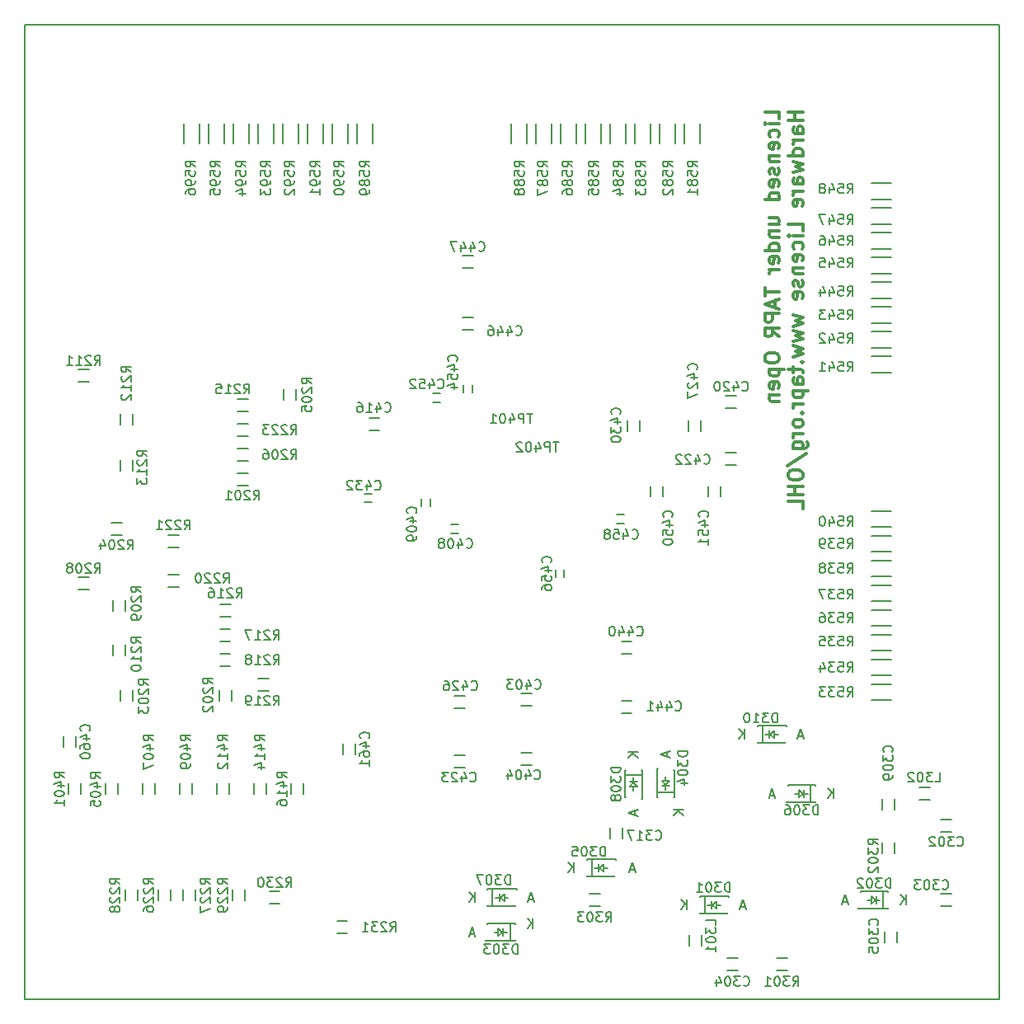
<source format=gbo>
G04 #@! TF.FileFunction,Legend,Bot*
%FSLAX46Y46*%
G04 Gerber Fmt 4.6, Leading zero omitted, Abs format (unit mm)*
G04 Created by KiCad (PCBNEW 4.0.2-stable) date 25/05/2016 09:56:58*
%MOMM*%
G01*
G04 APERTURE LIST*
%ADD10C,0.100000*%
%ADD11C,0.300000*%
%ADD12C,0.150000*%
G04 APERTURE END LIST*
D10*
D11*
X77456571Y90368571D02*
X77456571Y91082857D01*
X75956571Y91082857D01*
X77456571Y89868571D02*
X76456571Y89868571D01*
X75956571Y89868571D02*
X76028000Y89940000D01*
X76099429Y89868571D01*
X76028000Y89797143D01*
X75956571Y89868571D01*
X76099429Y89868571D01*
X77385143Y88511428D02*
X77456571Y88654285D01*
X77456571Y88939999D01*
X77385143Y89082857D01*
X77313714Y89154285D01*
X77170857Y89225714D01*
X76742286Y89225714D01*
X76599429Y89154285D01*
X76528000Y89082857D01*
X76456571Y88939999D01*
X76456571Y88654285D01*
X76528000Y88511428D01*
X77385143Y87297143D02*
X77456571Y87440000D01*
X77456571Y87725714D01*
X77385143Y87868571D01*
X77242286Y87940000D01*
X76670857Y87940000D01*
X76528000Y87868571D01*
X76456571Y87725714D01*
X76456571Y87440000D01*
X76528000Y87297143D01*
X76670857Y87225714D01*
X76813714Y87225714D01*
X76956571Y87940000D01*
X76456571Y86582857D02*
X77456571Y86582857D01*
X76599429Y86582857D02*
X76528000Y86511429D01*
X76456571Y86368571D01*
X76456571Y86154286D01*
X76528000Y86011429D01*
X76670857Y85940000D01*
X77456571Y85940000D01*
X77385143Y85297143D02*
X77456571Y85154286D01*
X77456571Y84868571D01*
X77385143Y84725714D01*
X77242286Y84654286D01*
X77170857Y84654286D01*
X77028000Y84725714D01*
X76956571Y84868571D01*
X76956571Y85082857D01*
X76885143Y85225714D01*
X76742286Y85297143D01*
X76670857Y85297143D01*
X76528000Y85225714D01*
X76456571Y85082857D01*
X76456571Y84868571D01*
X76528000Y84725714D01*
X77385143Y83440000D02*
X77456571Y83582857D01*
X77456571Y83868571D01*
X77385143Y84011428D01*
X77242286Y84082857D01*
X76670857Y84082857D01*
X76528000Y84011428D01*
X76456571Y83868571D01*
X76456571Y83582857D01*
X76528000Y83440000D01*
X76670857Y83368571D01*
X76813714Y83368571D01*
X76956571Y84082857D01*
X77456571Y82082857D02*
X75956571Y82082857D01*
X77385143Y82082857D02*
X77456571Y82225714D01*
X77456571Y82511428D01*
X77385143Y82654286D01*
X77313714Y82725714D01*
X77170857Y82797143D01*
X76742286Y82797143D01*
X76599429Y82725714D01*
X76528000Y82654286D01*
X76456571Y82511428D01*
X76456571Y82225714D01*
X76528000Y82082857D01*
X76456571Y79582857D02*
X77456571Y79582857D01*
X76456571Y80225714D02*
X77242286Y80225714D01*
X77385143Y80154286D01*
X77456571Y80011428D01*
X77456571Y79797143D01*
X77385143Y79654286D01*
X77313714Y79582857D01*
X76456571Y78868571D02*
X77456571Y78868571D01*
X76599429Y78868571D02*
X76528000Y78797143D01*
X76456571Y78654285D01*
X76456571Y78440000D01*
X76528000Y78297143D01*
X76670857Y78225714D01*
X77456571Y78225714D01*
X77456571Y76868571D02*
X75956571Y76868571D01*
X77385143Y76868571D02*
X77456571Y77011428D01*
X77456571Y77297142D01*
X77385143Y77440000D01*
X77313714Y77511428D01*
X77170857Y77582857D01*
X76742286Y77582857D01*
X76599429Y77511428D01*
X76528000Y77440000D01*
X76456571Y77297142D01*
X76456571Y77011428D01*
X76528000Y76868571D01*
X77385143Y75582857D02*
X77456571Y75725714D01*
X77456571Y76011428D01*
X77385143Y76154285D01*
X77242286Y76225714D01*
X76670857Y76225714D01*
X76528000Y76154285D01*
X76456571Y76011428D01*
X76456571Y75725714D01*
X76528000Y75582857D01*
X76670857Y75511428D01*
X76813714Y75511428D01*
X76956571Y76225714D01*
X77456571Y74868571D02*
X76456571Y74868571D01*
X76742286Y74868571D02*
X76599429Y74797143D01*
X76528000Y74725714D01*
X76456571Y74582857D01*
X76456571Y74440000D01*
X75956571Y73011429D02*
X75956571Y72154286D01*
X77456571Y72582857D02*
X75956571Y72582857D01*
X77028000Y71725715D02*
X77028000Y71011429D01*
X77456571Y71868572D02*
X75956571Y71368572D01*
X77456571Y70868572D01*
X77456571Y70368572D02*
X75956571Y70368572D01*
X75956571Y69797144D01*
X76028000Y69654286D01*
X76099429Y69582858D01*
X76242286Y69511429D01*
X76456571Y69511429D01*
X76599429Y69582858D01*
X76670857Y69654286D01*
X76742286Y69797144D01*
X76742286Y70368572D01*
X77456571Y68011429D02*
X76742286Y68511429D01*
X77456571Y68868572D02*
X75956571Y68868572D01*
X75956571Y68297144D01*
X76028000Y68154286D01*
X76099429Y68082858D01*
X76242286Y68011429D01*
X76456571Y68011429D01*
X76599429Y68082858D01*
X76670857Y68154286D01*
X76742286Y68297144D01*
X76742286Y68868572D01*
X75956571Y65940001D02*
X75956571Y65654287D01*
X76028000Y65511429D01*
X76170857Y65368572D01*
X76456571Y65297144D01*
X76956571Y65297144D01*
X77242286Y65368572D01*
X77385143Y65511429D01*
X77456571Y65654287D01*
X77456571Y65940001D01*
X77385143Y66082858D01*
X77242286Y66225715D01*
X76956571Y66297144D01*
X76456571Y66297144D01*
X76170857Y66225715D01*
X76028000Y66082858D01*
X75956571Y65940001D01*
X76456571Y64654286D02*
X77956571Y64654286D01*
X76528000Y64654286D02*
X76456571Y64511429D01*
X76456571Y64225715D01*
X76528000Y64082858D01*
X76599429Y64011429D01*
X76742286Y63940000D01*
X77170857Y63940000D01*
X77313714Y64011429D01*
X77385143Y64082858D01*
X77456571Y64225715D01*
X77456571Y64511429D01*
X77385143Y64654286D01*
X77385143Y62725715D02*
X77456571Y62868572D01*
X77456571Y63154286D01*
X77385143Y63297143D01*
X77242286Y63368572D01*
X76670857Y63368572D01*
X76528000Y63297143D01*
X76456571Y63154286D01*
X76456571Y62868572D01*
X76528000Y62725715D01*
X76670857Y62654286D01*
X76813714Y62654286D01*
X76956571Y63368572D01*
X76456571Y62011429D02*
X77456571Y62011429D01*
X76599429Y62011429D02*
X76528000Y61940001D01*
X76456571Y61797143D01*
X76456571Y61582858D01*
X76528000Y61440001D01*
X76670857Y61368572D01*
X77456571Y61368572D01*
X79856571Y91082857D02*
X78356571Y91082857D01*
X79070857Y91082857D02*
X79070857Y90225714D01*
X79856571Y90225714D02*
X78356571Y90225714D01*
X79856571Y88868571D02*
X79070857Y88868571D01*
X78928000Y88940000D01*
X78856571Y89082857D01*
X78856571Y89368571D01*
X78928000Y89511428D01*
X79785143Y88868571D02*
X79856571Y89011428D01*
X79856571Y89368571D01*
X79785143Y89511428D01*
X79642286Y89582857D01*
X79499429Y89582857D01*
X79356571Y89511428D01*
X79285143Y89368571D01*
X79285143Y89011428D01*
X79213714Y88868571D01*
X79856571Y88154285D02*
X78856571Y88154285D01*
X79142286Y88154285D02*
X78999429Y88082857D01*
X78928000Y88011428D01*
X78856571Y87868571D01*
X78856571Y87725714D01*
X79856571Y86582857D02*
X78356571Y86582857D01*
X79785143Y86582857D02*
X79856571Y86725714D01*
X79856571Y87011428D01*
X79785143Y87154286D01*
X79713714Y87225714D01*
X79570857Y87297143D01*
X79142286Y87297143D01*
X78999429Y87225714D01*
X78928000Y87154286D01*
X78856571Y87011428D01*
X78856571Y86725714D01*
X78928000Y86582857D01*
X78856571Y86011428D02*
X79856571Y85725714D01*
X79142286Y85440000D01*
X79856571Y85154285D01*
X78856571Y84868571D01*
X79856571Y83654285D02*
X79070857Y83654285D01*
X78928000Y83725714D01*
X78856571Y83868571D01*
X78856571Y84154285D01*
X78928000Y84297142D01*
X79785143Y83654285D02*
X79856571Y83797142D01*
X79856571Y84154285D01*
X79785143Y84297142D01*
X79642286Y84368571D01*
X79499429Y84368571D01*
X79356571Y84297142D01*
X79285143Y84154285D01*
X79285143Y83797142D01*
X79213714Y83654285D01*
X79856571Y82939999D02*
X78856571Y82939999D01*
X79142286Y82939999D02*
X78999429Y82868571D01*
X78928000Y82797142D01*
X78856571Y82654285D01*
X78856571Y82511428D01*
X79785143Y81440000D02*
X79856571Y81582857D01*
X79856571Y81868571D01*
X79785143Y82011428D01*
X79642286Y82082857D01*
X79070857Y82082857D01*
X78928000Y82011428D01*
X78856571Y81868571D01*
X78856571Y81582857D01*
X78928000Y81440000D01*
X79070857Y81368571D01*
X79213714Y81368571D01*
X79356571Y82082857D01*
X79856571Y78868571D02*
X79856571Y79582857D01*
X78356571Y79582857D01*
X79856571Y78368571D02*
X78856571Y78368571D01*
X78356571Y78368571D02*
X78428000Y78440000D01*
X78499429Y78368571D01*
X78428000Y78297143D01*
X78356571Y78368571D01*
X78499429Y78368571D01*
X79785143Y77011428D02*
X79856571Y77154285D01*
X79856571Y77439999D01*
X79785143Y77582857D01*
X79713714Y77654285D01*
X79570857Y77725714D01*
X79142286Y77725714D01*
X78999429Y77654285D01*
X78928000Y77582857D01*
X78856571Y77439999D01*
X78856571Y77154285D01*
X78928000Y77011428D01*
X79785143Y75797143D02*
X79856571Y75940000D01*
X79856571Y76225714D01*
X79785143Y76368571D01*
X79642286Y76440000D01*
X79070857Y76440000D01*
X78928000Y76368571D01*
X78856571Y76225714D01*
X78856571Y75940000D01*
X78928000Y75797143D01*
X79070857Y75725714D01*
X79213714Y75725714D01*
X79356571Y76440000D01*
X78856571Y75082857D02*
X79856571Y75082857D01*
X78999429Y75082857D02*
X78928000Y75011429D01*
X78856571Y74868571D01*
X78856571Y74654286D01*
X78928000Y74511429D01*
X79070857Y74440000D01*
X79856571Y74440000D01*
X79785143Y73797143D02*
X79856571Y73654286D01*
X79856571Y73368571D01*
X79785143Y73225714D01*
X79642286Y73154286D01*
X79570857Y73154286D01*
X79428000Y73225714D01*
X79356571Y73368571D01*
X79356571Y73582857D01*
X79285143Y73725714D01*
X79142286Y73797143D01*
X79070857Y73797143D01*
X78928000Y73725714D01*
X78856571Y73582857D01*
X78856571Y73368571D01*
X78928000Y73225714D01*
X79785143Y71940000D02*
X79856571Y72082857D01*
X79856571Y72368571D01*
X79785143Y72511428D01*
X79642286Y72582857D01*
X79070857Y72582857D01*
X78928000Y72511428D01*
X78856571Y72368571D01*
X78856571Y72082857D01*
X78928000Y71940000D01*
X79070857Y71868571D01*
X79213714Y71868571D01*
X79356571Y72582857D01*
X78856571Y70225714D02*
X79856571Y69940000D01*
X79142286Y69654286D01*
X79856571Y69368571D01*
X78856571Y69082857D01*
X78856571Y68654285D02*
X79856571Y68368571D01*
X79142286Y68082857D01*
X79856571Y67797142D01*
X78856571Y67511428D01*
X78856571Y67082856D02*
X79856571Y66797142D01*
X79142286Y66511428D01*
X79856571Y66225713D01*
X78856571Y65939999D01*
X79713714Y65368570D02*
X79785143Y65297142D01*
X79856571Y65368570D01*
X79785143Y65439999D01*
X79713714Y65368570D01*
X79856571Y65368570D01*
X78856571Y64868570D02*
X78856571Y64297141D01*
X78356571Y64654284D02*
X79642286Y64654284D01*
X79785143Y64582856D01*
X79856571Y64439998D01*
X79856571Y64297141D01*
X79856571Y63154284D02*
X79070857Y63154284D01*
X78928000Y63225713D01*
X78856571Y63368570D01*
X78856571Y63654284D01*
X78928000Y63797141D01*
X79785143Y63154284D02*
X79856571Y63297141D01*
X79856571Y63654284D01*
X79785143Y63797141D01*
X79642286Y63868570D01*
X79499429Y63868570D01*
X79356571Y63797141D01*
X79285143Y63654284D01*
X79285143Y63297141D01*
X79213714Y63154284D01*
X78856571Y62439998D02*
X80356571Y62439998D01*
X78928000Y62439998D02*
X78856571Y62297141D01*
X78856571Y62011427D01*
X78928000Y61868570D01*
X78999429Y61797141D01*
X79142286Y61725712D01*
X79570857Y61725712D01*
X79713714Y61797141D01*
X79785143Y61868570D01*
X79856571Y62011427D01*
X79856571Y62297141D01*
X79785143Y62439998D01*
X79856571Y61082855D02*
X78856571Y61082855D01*
X79142286Y61082855D02*
X78999429Y61011427D01*
X78928000Y60939998D01*
X78856571Y60797141D01*
X78856571Y60654284D01*
X79713714Y60154284D02*
X79785143Y60082856D01*
X79856571Y60154284D01*
X79785143Y60225713D01*
X79713714Y60154284D01*
X79856571Y60154284D01*
X79856571Y59225712D02*
X79785143Y59368570D01*
X79713714Y59439998D01*
X79570857Y59511427D01*
X79142286Y59511427D01*
X78999429Y59439998D01*
X78928000Y59368570D01*
X78856571Y59225712D01*
X78856571Y59011427D01*
X78928000Y58868570D01*
X78999429Y58797141D01*
X79142286Y58725712D01*
X79570857Y58725712D01*
X79713714Y58797141D01*
X79785143Y58868570D01*
X79856571Y59011427D01*
X79856571Y59225712D01*
X79856571Y58082855D02*
X78856571Y58082855D01*
X79142286Y58082855D02*
X78999429Y58011427D01*
X78928000Y57939998D01*
X78856571Y57797141D01*
X78856571Y57654284D01*
X78856571Y56511427D02*
X80070857Y56511427D01*
X80213714Y56582856D01*
X80285143Y56654284D01*
X80356571Y56797141D01*
X80356571Y57011427D01*
X80285143Y57154284D01*
X79785143Y56511427D02*
X79856571Y56654284D01*
X79856571Y56939998D01*
X79785143Y57082856D01*
X79713714Y57154284D01*
X79570857Y57225713D01*
X79142286Y57225713D01*
X78999429Y57154284D01*
X78928000Y57082856D01*
X78856571Y56939998D01*
X78856571Y56654284D01*
X78928000Y56511427D01*
X78285143Y54725713D02*
X80213714Y56011427D01*
X78356571Y53939998D02*
X78356571Y53654284D01*
X78428000Y53511426D01*
X78570857Y53368569D01*
X78856571Y53297141D01*
X79356571Y53297141D01*
X79642286Y53368569D01*
X79785143Y53511426D01*
X79856571Y53654284D01*
X79856571Y53939998D01*
X79785143Y54082855D01*
X79642286Y54225712D01*
X79356571Y54297141D01*
X78856571Y54297141D01*
X78570857Y54225712D01*
X78428000Y54082855D01*
X78356571Y53939998D01*
X79856571Y52654283D02*
X78356571Y52654283D01*
X79070857Y52654283D02*
X79070857Y51797140D01*
X79856571Y51797140D02*
X78356571Y51797140D01*
X79856571Y50368568D02*
X79856571Y51082854D01*
X78356571Y51082854D01*
D12*
X100000000Y0D02*
X0Y0D01*
X100000000Y100000000D02*
X100000000Y0D01*
X0Y100000000D02*
X100000000Y100000000D01*
X0Y0D02*
X0Y100000000D01*
X11557000Y10668000D02*
X11557000Y11201400D01*
X11557000Y10668000D02*
X11557000Y10134600D01*
X10287000Y10668000D02*
X10287000Y11201400D01*
X10287000Y10668000D02*
X10287000Y10134600D01*
X9779000Y31158000D02*
X9779000Y30624600D01*
X9779000Y31158000D02*
X9779000Y31691400D01*
X11049000Y31158000D02*
X11049000Y30624600D01*
X11049000Y31158000D02*
X11049000Y31691400D01*
X23495000Y21590000D02*
X23495000Y21056600D01*
X23495000Y21590000D02*
X23495000Y22123400D01*
X24765000Y21590000D02*
X24765000Y21056600D01*
X24765000Y21590000D02*
X24765000Y22123400D01*
X27305000Y21590000D02*
X27305000Y21056600D01*
X27305000Y21590000D02*
X27305000Y22123400D01*
X28575000Y21590000D02*
X28575000Y21056600D01*
X28575000Y21590000D02*
X28575000Y22123400D01*
X92372000Y20447000D02*
X92905400Y20447000D01*
X92372000Y20447000D02*
X91838600Y20447000D01*
X92372000Y21717000D02*
X92905400Y21717000D01*
X92372000Y21717000D02*
X91838600Y21717000D01*
X49795000Y7758000D02*
X49795000Y5958000D01*
X49095000Y6858000D02*
X49495000Y6858000D01*
X48595000Y6858000D02*
X48195000Y6858000D01*
X49095000Y7258000D02*
X49095000Y6458000D01*
X48595000Y6458000D02*
X48995000Y6858000D01*
X48595000Y7258000D02*
X48595000Y6458000D01*
X48995000Y6858000D02*
X48595000Y7258000D01*
X47295000Y5958000D02*
X47295000Y6058000D01*
X50295000Y5958000D02*
X47295000Y5958000D01*
X50295000Y6058000D02*
X50295000Y5958000D01*
X47495000Y7758000D02*
X47495000Y7658000D01*
X48895000Y7758000D02*
X47495000Y7758000D01*
X50295000Y7758000D02*
X50295000Y7658000D01*
X48895000Y7758000D02*
X50295000Y7758000D01*
X87960000Y82118200D02*
X88976000Y82118200D01*
X87960000Y82118200D02*
X86944000Y82118200D01*
X87960000Y83743800D02*
X86944000Y83743800D01*
X87960000Y83743800D02*
X88976000Y83743800D01*
X87960000Y79578200D02*
X88976000Y79578200D01*
X87960000Y79578200D02*
X86944000Y79578200D01*
X87960000Y81203800D02*
X86944000Y81203800D01*
X87960000Y81203800D02*
X88976000Y81203800D01*
X87960000Y77038200D02*
X88976000Y77038200D01*
X87960000Y77038200D02*
X86944000Y77038200D01*
X87960000Y78663800D02*
X86944000Y78663800D01*
X87960000Y78663800D02*
X88976000Y78663800D01*
X87960000Y74498200D02*
X88976000Y74498200D01*
X87960000Y74498200D02*
X86944000Y74498200D01*
X87960000Y76123800D02*
X86944000Y76123800D01*
X87960000Y76123800D02*
X88976000Y76123800D01*
X87960000Y71958200D02*
X88976000Y71958200D01*
X87960000Y71958200D02*
X86944000Y71958200D01*
X87960000Y73583800D02*
X86944000Y73583800D01*
X87960000Y73583800D02*
X88976000Y73583800D01*
X87960000Y69418200D02*
X88976000Y69418200D01*
X87960000Y69418200D02*
X86944000Y69418200D01*
X87960000Y71043800D02*
X86944000Y71043800D01*
X87960000Y71043800D02*
X88976000Y71043800D01*
X87960000Y66878200D02*
X88976000Y66878200D01*
X87960000Y66878200D02*
X86944000Y66878200D01*
X87960000Y68503800D02*
X86944000Y68503800D01*
X87960000Y68503800D02*
X88976000Y68503800D01*
X87960000Y64338200D02*
X88976000Y64338200D01*
X87960000Y64338200D02*
X86944000Y64338200D01*
X87960000Y65963800D02*
X86944000Y65963800D01*
X87960000Y65963800D02*
X88976000Y65963800D01*
X87960000Y48463200D02*
X88976000Y48463200D01*
X87960000Y48463200D02*
X86944000Y48463200D01*
X87960000Y50088800D02*
X86944000Y50088800D01*
X87960000Y50088800D02*
X88976000Y50088800D01*
X87960000Y45923200D02*
X88976000Y45923200D01*
X87960000Y45923200D02*
X86944000Y45923200D01*
X87960000Y47548800D02*
X86944000Y47548800D01*
X87960000Y47548800D02*
X88976000Y47548800D01*
X87960000Y43383200D02*
X88976000Y43383200D01*
X87960000Y43383200D02*
X86944000Y43383200D01*
X87960000Y45008800D02*
X86944000Y45008800D01*
X87960000Y45008800D02*
X88976000Y45008800D01*
X87960000Y40843200D02*
X88976000Y40843200D01*
X87960000Y40843200D02*
X86944000Y40843200D01*
X87960000Y42468800D02*
X86944000Y42468800D01*
X87960000Y42468800D02*
X88976000Y42468800D01*
X87960000Y38303200D02*
X88976000Y38303200D01*
X87960000Y38303200D02*
X86944000Y38303200D01*
X87960000Y39928800D02*
X86944000Y39928800D01*
X87960000Y39928800D02*
X88976000Y39928800D01*
X87960000Y35763200D02*
X88976000Y35763200D01*
X87960000Y35763200D02*
X86944000Y35763200D01*
X87960000Y37388800D02*
X86944000Y37388800D01*
X87960000Y37388800D02*
X88976000Y37388800D01*
X61148000Y49707800D02*
X61529000Y49707800D01*
X61148000Y49707800D02*
X60767000Y49707800D01*
X61148000Y48844200D02*
X61529000Y48844200D01*
X61148000Y48844200D02*
X60767000Y48844200D01*
X55359300Y43690500D02*
X55359300Y43309500D01*
X55359300Y43690500D02*
X55359300Y44071500D01*
X54495700Y43690500D02*
X54495700Y43309500D01*
X54495700Y43690500D02*
X54495700Y44071500D01*
X45897800Y62677000D02*
X45897800Y62296000D01*
X45897800Y62677000D02*
X45897800Y63058000D01*
X45034200Y62677000D02*
X45034200Y62296000D01*
X45034200Y62677000D02*
X45034200Y63058000D01*
X42291000Y62153800D02*
X42672000Y62153800D01*
X42291000Y62153800D02*
X41910000Y62153800D01*
X42291000Y61290200D02*
X42672000Y61290200D01*
X42291000Y61290200D02*
X41910000Y61290200D01*
X35255000Y51003200D02*
X34874000Y51003200D01*
X35255000Y51003200D02*
X35636000Y51003200D01*
X35255000Y51866800D02*
X34874000Y51866800D01*
X35255000Y51866800D02*
X35636000Y51866800D01*
X40716200Y50988000D02*
X40716200Y51369000D01*
X40716200Y50988000D02*
X40716200Y50607000D01*
X41579800Y50988000D02*
X41579800Y51369000D01*
X41579800Y50988000D02*
X41579800Y50607000D01*
X61761313Y29356203D02*
X62294713Y29356203D01*
X61761313Y29356203D02*
X61227913Y29356203D01*
X61761313Y30626203D02*
X62294713Y30626203D01*
X61761313Y30626203D02*
X61227913Y30626203D01*
X44130000Y48691800D02*
X44511000Y48691800D01*
X44130000Y48691800D02*
X43749000Y48691800D01*
X44130000Y47828200D02*
X44511000Y47828200D01*
X44130000Y47828200D02*
X43749000Y47828200D01*
X17906800Y88900000D02*
X17906800Y89916000D01*
X17906800Y88900000D02*
X17906800Y87884000D01*
X16281200Y88900000D02*
X16281200Y87884000D01*
X16281200Y88900000D02*
X16281200Y89916000D01*
X20446800Y88900000D02*
X20446800Y89916000D01*
X20446800Y88900000D02*
X20446800Y87884000D01*
X18821200Y88900000D02*
X18821200Y87884000D01*
X18821200Y88900000D02*
X18821200Y89916000D01*
X22986800Y88900000D02*
X22986800Y89916000D01*
X22986800Y88900000D02*
X22986800Y87884000D01*
X21361200Y88900000D02*
X21361200Y87884000D01*
X21361200Y88900000D02*
X21361200Y89916000D01*
X25526800Y88900000D02*
X25526800Y89916000D01*
X25526800Y88900000D02*
X25526800Y87884000D01*
X23901200Y88900000D02*
X23901200Y87884000D01*
X23901200Y88900000D02*
X23901200Y89916000D01*
X28066800Y88900000D02*
X28066800Y89916000D01*
X28066800Y88900000D02*
X28066800Y87884000D01*
X26441200Y88900000D02*
X26441200Y87884000D01*
X26441200Y88900000D02*
X26441200Y89916000D01*
X30606800Y88900000D02*
X30606800Y89916000D01*
X30606800Y88900000D02*
X30606800Y87884000D01*
X28981200Y88900000D02*
X28981200Y87884000D01*
X28981200Y88900000D02*
X28981200Y89916000D01*
X33146800Y88900000D02*
X33146800Y89916000D01*
X33146800Y88900000D02*
X33146800Y87884000D01*
X31521200Y88900000D02*
X31521200Y87884000D01*
X31521200Y88900000D02*
X31521200Y89916000D01*
X35686800Y88900000D02*
X35686800Y89916000D01*
X35686800Y88900000D02*
X35686800Y87884000D01*
X34061200Y88900000D02*
X34061200Y87884000D01*
X34061200Y88900000D02*
X34061200Y89916000D01*
X51561800Y88900000D02*
X51561800Y89916000D01*
X51561800Y88900000D02*
X51561800Y87884000D01*
X49936200Y88900000D02*
X49936200Y87884000D01*
X49936200Y88900000D02*
X49936200Y89916000D01*
X54101800Y88900000D02*
X54101800Y89916000D01*
X54101800Y88900000D02*
X54101800Y87884000D01*
X52476200Y88900000D02*
X52476200Y87884000D01*
X52476200Y88900000D02*
X52476200Y89916000D01*
X56641800Y88900000D02*
X56641800Y89916000D01*
X56641800Y88900000D02*
X56641800Y87884000D01*
X55016200Y88900000D02*
X55016200Y87884000D01*
X55016200Y88900000D02*
X55016200Y89916000D01*
X59181800Y88900000D02*
X59181800Y89916000D01*
X59181800Y88900000D02*
X59181800Y87884000D01*
X57556200Y88900000D02*
X57556200Y87884000D01*
X57556200Y88900000D02*
X57556200Y89916000D01*
X61721800Y88900000D02*
X61721800Y89916000D01*
X61721800Y88900000D02*
X61721800Y87884000D01*
X60096200Y88900000D02*
X60096200Y87884000D01*
X60096200Y88900000D02*
X60096200Y89916000D01*
X64261800Y88900000D02*
X64261800Y89916000D01*
X64261800Y88900000D02*
X64261800Y87884000D01*
X62636200Y88900000D02*
X62636200Y87884000D01*
X62636200Y88900000D02*
X62636200Y89916000D01*
X66801800Y88900000D02*
X66801800Y89916000D01*
X66801800Y88900000D02*
X66801800Y87884000D01*
X65176200Y88900000D02*
X65176200Y87884000D01*
X65176200Y88900000D02*
X65176200Y89916000D01*
X69341800Y88900000D02*
X69341800Y89916000D01*
X69341800Y88900000D02*
X69341800Y87884000D01*
X67716200Y88900000D02*
X67716200Y87884000D01*
X67716200Y88900000D02*
X67716200Y89916000D01*
X19685000Y21590000D02*
X19685000Y21056600D01*
X19685000Y21590000D02*
X19685000Y22123400D01*
X20955000Y21590000D02*
X20955000Y21056600D01*
X20955000Y21590000D02*
X20955000Y22123400D01*
X15875000Y21590000D02*
X15875000Y21056600D01*
X15875000Y21590000D02*
X15875000Y22123400D01*
X17145000Y21590000D02*
X17145000Y21056600D01*
X17145000Y21590000D02*
X17145000Y22123400D01*
X12065000Y21590000D02*
X12065000Y21056600D01*
X12065000Y21590000D02*
X12065000Y22123400D01*
X13335000Y21590000D02*
X13335000Y21056600D01*
X13335000Y21590000D02*
X13335000Y22123400D01*
X8255000Y21590000D02*
X8255000Y21056600D01*
X8255000Y21590000D02*
X8255000Y22123400D01*
X9525000Y21590000D02*
X9525000Y21056600D01*
X9525000Y21590000D02*
X9525000Y22123400D01*
X4445000Y21590000D02*
X4445000Y21056600D01*
X4445000Y21590000D02*
X4445000Y22123400D01*
X5715000Y21590000D02*
X5715000Y21056600D01*
X5715000Y21590000D02*
X5715000Y22123400D01*
X87960000Y33223200D02*
X88976000Y33223200D01*
X87960000Y33223200D02*
X86944000Y33223200D01*
X87960000Y34848800D02*
X86944000Y34848800D01*
X87960000Y34848800D02*
X88976000Y34848800D01*
X87960000Y30683200D02*
X88976000Y30683200D01*
X87960000Y30683200D02*
X86944000Y30683200D01*
X87960000Y32308800D02*
X86944000Y32308800D01*
X87960000Y32308800D02*
X88976000Y32308800D01*
X89281000Y15494000D02*
X89281000Y16027400D01*
X89281000Y15494000D02*
X89281000Y14960600D01*
X88011000Y15494000D02*
X88011000Y16027400D01*
X88011000Y15494000D02*
X88011000Y14960600D01*
X77724000Y4191000D02*
X77190600Y4191000D01*
X77724000Y4191000D02*
X78257400Y4191000D01*
X77724000Y2921000D02*
X77190600Y2921000D01*
X77724000Y2921000D02*
X78257400Y2921000D01*
X14987052Y10664844D02*
X14987052Y11198244D01*
X14987052Y10664844D02*
X14987052Y10131444D01*
X13717052Y10664844D02*
X13717052Y11198244D01*
X13717052Y10664844D02*
X13717052Y10131444D01*
X9398000Y48895000D02*
X8864600Y48895000D01*
X9398000Y48895000D02*
X9931400Y48895000D01*
X9398000Y47625000D02*
X8864600Y47625000D01*
X9398000Y47625000D02*
X9931400Y47625000D01*
X15240000Y43561000D02*
X14706600Y43561000D01*
X15240000Y43561000D02*
X15773400Y43561000D01*
X15240000Y42291000D02*
X14706600Y42291000D01*
X15240000Y42291000D02*
X15773400Y42291000D01*
X15240000Y47625000D02*
X14706600Y47625000D01*
X15240000Y47625000D02*
X15773400Y47625000D01*
X15240000Y46355000D02*
X14706600Y46355000D01*
X15240000Y46355000D02*
X15773400Y46355000D01*
X22352000Y55245000D02*
X22885400Y55245000D01*
X22352000Y55245000D02*
X21818600Y55245000D01*
X22352000Y56515000D02*
X22885400Y56515000D01*
X22352000Y56515000D02*
X21818600Y56515000D01*
X22352000Y52705000D02*
X22885400Y52705000D01*
X22352000Y52705000D02*
X21818600Y52705000D01*
X22352000Y53975000D02*
X22885400Y53975000D01*
X22352000Y53975000D02*
X21818600Y53975000D01*
X19939000Y31158000D02*
X19939000Y30624600D01*
X19939000Y31158000D02*
X19939000Y31691400D01*
X21209000Y31158000D02*
X21209000Y30624600D01*
X21209000Y31158000D02*
X21209000Y31691400D01*
X22352000Y59055000D02*
X21818600Y59055000D01*
X22352000Y59055000D02*
X22885400Y59055000D01*
X22352000Y57785000D02*
X21818600Y57785000D01*
X22352000Y57785000D02*
X22885400Y57785000D01*
X24468000Y32893000D02*
X23934600Y32893000D01*
X24468000Y32893000D02*
X25001400Y32893000D01*
X24468000Y31623000D02*
X23934600Y31623000D01*
X24468000Y31623000D02*
X25001400Y31623000D01*
X69469000Y6012000D02*
X69469000Y6545400D01*
X69469000Y6012000D02*
X69469000Y5478600D01*
X68199000Y6012000D02*
X68199000Y6545400D01*
X68199000Y6012000D02*
X68199000Y5478600D01*
X61761313Y35452203D02*
X62294713Y35452203D01*
X61761313Y35452203D02*
X61227913Y35452203D01*
X61761313Y36722203D02*
X62294713Y36722203D01*
X61761313Y36722203D02*
X61227913Y36722203D01*
X44620000Y29845000D02*
X45153400Y29845000D01*
X44620000Y29845000D02*
X44086600Y29845000D01*
X44620000Y31115000D02*
X45153400Y31115000D01*
X44620000Y31115000D02*
X44086600Y31115000D01*
X44620000Y23749000D02*
X45153400Y23749000D01*
X44620000Y23749000D02*
X44086600Y23749000D01*
X44620000Y25019000D02*
X45153400Y25019000D01*
X44620000Y25019000D02*
X44086600Y25019000D01*
X61861500Y58826400D02*
X61861500Y58293000D01*
X61861500Y58826400D02*
X61861500Y59359800D01*
X63131500Y58826400D02*
X63131500Y58293000D01*
X63131500Y58826400D02*
X63131500Y59359800D01*
X68084500Y58826400D02*
X68084500Y58293000D01*
X68084500Y58826400D02*
X68084500Y59359800D01*
X69354500Y58826400D02*
X69354500Y58293000D01*
X69354500Y58826400D02*
X69354500Y59359800D01*
X72466000Y56070500D02*
X71932600Y56070500D01*
X72466000Y56070500D02*
X72999400Y56070500D01*
X72466000Y54800500D02*
X71932600Y54800500D01*
X72466000Y54800500D02*
X72999400Y54800500D01*
X72466000Y61912500D02*
X71932600Y61912500D01*
X72466000Y61912500D02*
X72999400Y61912500D01*
X72466000Y60642500D02*
X71932600Y60642500D01*
X72466000Y60642500D02*
X72999400Y60642500D01*
X35857000Y58420000D02*
X36390400Y58420000D01*
X35857000Y58420000D02*
X35323600Y58420000D01*
X35857000Y59690000D02*
X36390400Y59690000D01*
X35857000Y59690000D02*
X35323600Y59690000D01*
X51478000Y24003000D02*
X52011400Y24003000D01*
X51478000Y24003000D02*
X50944600Y24003000D01*
X51478000Y25273000D02*
X52011400Y25273000D01*
X51478000Y25273000D02*
X50944600Y25273000D01*
X51478000Y30099000D02*
X52011400Y30099000D01*
X51478000Y30099000D02*
X50944600Y30099000D01*
X51478000Y31369000D02*
X52011400Y31369000D01*
X51478000Y31369000D02*
X50944600Y31369000D01*
X89281000Y19982000D02*
X89281000Y20515400D01*
X89281000Y19982000D02*
X89281000Y19448600D01*
X88011000Y19982000D02*
X88011000Y20515400D01*
X88011000Y19982000D02*
X88011000Y19448600D01*
X72644000Y4191000D02*
X72110600Y4191000D01*
X72644000Y4191000D02*
X73177400Y4191000D01*
X72644000Y2921000D02*
X72110600Y2921000D01*
X72644000Y2921000D02*
X73177400Y2921000D01*
X89535000Y6350000D02*
X89535000Y6883400D01*
X89535000Y6350000D02*
X89535000Y5816600D01*
X88265000Y6350000D02*
X88265000Y6883400D01*
X88265000Y6350000D02*
X88265000Y5816600D01*
X94572000Y10795000D02*
X94038600Y10795000D01*
X94572000Y10795000D02*
X95105400Y10795000D01*
X94572000Y9525000D02*
X94038600Y9525000D01*
X94572000Y9525000D02*
X95105400Y9525000D01*
X20574000Y40513000D02*
X20040600Y40513000D01*
X20574000Y40513000D02*
X21107400Y40513000D01*
X20574000Y39243000D02*
X20040600Y39243000D01*
X20574000Y39243000D02*
X21107400Y39243000D01*
X20531000Y37973000D02*
X19997600Y37973000D01*
X20531000Y37973000D02*
X21064400Y37973000D01*
X20531000Y36703000D02*
X19997600Y36703000D01*
X20531000Y36703000D02*
X21064400Y36703000D01*
X20531000Y35433000D02*
X19997600Y35433000D01*
X20531000Y35433000D02*
X21064400Y35433000D01*
X20531000Y34163000D02*
X19997600Y34163000D01*
X20531000Y34163000D02*
X21064400Y34163000D01*
X22352000Y60325000D02*
X22885400Y60325000D01*
X22352000Y60325000D02*
X21818600Y60325000D01*
X22352000Y61595000D02*
X22885400Y61595000D01*
X22352000Y61595000D02*
X21818600Y61595000D01*
X6012000Y63373000D02*
X6545400Y63373000D01*
X6012000Y63373000D02*
X5478600Y63373000D01*
X6012000Y64643000D02*
X6545400Y64643000D01*
X6012000Y64643000D02*
X5478600Y64643000D01*
X9779000Y59520000D02*
X9779000Y58986600D01*
X9779000Y59520000D02*
X9779000Y60053400D01*
X11049000Y59520000D02*
X11049000Y58986600D01*
X11049000Y59520000D02*
X11049000Y60053400D01*
X11049000Y54780000D02*
X11049000Y55313400D01*
X11049000Y54780000D02*
X11049000Y54246600D01*
X9779000Y54780000D02*
X9779000Y55313400D01*
X9779000Y54780000D02*
X9779000Y54246600D01*
X6012000Y42037000D02*
X6545400Y42037000D01*
X6012000Y42037000D02*
X5478600Y42037000D01*
X6012000Y43307000D02*
X6545400Y43307000D01*
X6012000Y43307000D02*
X5478600Y43307000D01*
X9017000Y40386000D02*
X9017000Y39852600D01*
X9017000Y40386000D02*
X9017000Y40919400D01*
X10287000Y40386000D02*
X10287000Y39852600D01*
X10287000Y40386000D02*
X10287000Y40919400D01*
X9017000Y35814000D02*
X9017000Y35280600D01*
X9017000Y35814000D02*
X9017000Y36347400D01*
X10287000Y35814000D02*
X10287000Y35280600D01*
X10287000Y35814000D02*
X10287000Y36347400D01*
X94572000Y18415000D02*
X94038600Y18415000D01*
X94572000Y18415000D02*
X95105400Y18415000D01*
X94572000Y17145000D02*
X94038600Y17145000D01*
X94572000Y17145000D02*
X95105400Y17145000D01*
X60071000Y17018000D02*
X60071000Y16484600D01*
X60071000Y17018000D02*
X60071000Y17551400D01*
X61341000Y17018000D02*
X61341000Y16484600D01*
X61341000Y17018000D02*
X61341000Y17551400D01*
X58504000Y10795000D02*
X57970600Y10795000D01*
X58504000Y10795000D02*
X59037400Y10795000D01*
X58504000Y9525000D02*
X57970600Y9525000D01*
X58504000Y9525000D02*
X59037400Y9525000D01*
X58204000Y12562000D02*
X58204000Y14362000D01*
X58904000Y13462000D02*
X58504000Y13462000D01*
X59404000Y13462000D02*
X59804000Y13462000D01*
X58904000Y13062000D02*
X58904000Y13862000D01*
X59404000Y13862000D02*
X59004000Y13462000D01*
X59404000Y13062000D02*
X59404000Y13862000D01*
X59004000Y13462000D02*
X59404000Y13062000D01*
X60704000Y14362000D02*
X60704000Y14262000D01*
X57704000Y14362000D02*
X60704000Y14362000D01*
X57704000Y14262000D02*
X57704000Y14362000D01*
X60504000Y12562000D02*
X60504000Y12662000D01*
X59104000Y12562000D02*
X60504000Y12562000D01*
X57704000Y12562000D02*
X57704000Y12662000D01*
X59104000Y12562000D02*
X57704000Y12562000D01*
X66686000Y21198000D02*
X64886000Y21198000D01*
X65786000Y21898000D02*
X65786000Y21498000D01*
X65786000Y22398000D02*
X65786000Y22798000D01*
X66186000Y21898000D02*
X65386000Y21898000D01*
X65386000Y22398000D02*
X65786000Y21998000D01*
X66186000Y22398000D02*
X65386000Y22398000D01*
X65786000Y21998000D02*
X66186000Y22398000D01*
X64886000Y23698000D02*
X64986000Y23698000D01*
X64886000Y20698000D02*
X64886000Y23698000D01*
X64986000Y20698000D02*
X64886000Y20698000D01*
X66686000Y23498000D02*
X66586000Y23498000D01*
X66686000Y22098000D02*
X66686000Y23498000D01*
X66686000Y20698000D02*
X66586000Y20698000D01*
X66686000Y22098000D02*
X66686000Y20698000D01*
X80656000Y21982000D02*
X80656000Y20182000D01*
X79956000Y21082000D02*
X80356000Y21082000D01*
X79456000Y21082000D02*
X79056000Y21082000D01*
X79956000Y21482000D02*
X79956000Y20682000D01*
X79456000Y20682000D02*
X79856000Y21082000D01*
X79456000Y21482000D02*
X79456000Y20682000D01*
X79856000Y21082000D02*
X79456000Y21482000D01*
X78156000Y20182000D02*
X78156000Y20282000D01*
X81156000Y20182000D02*
X78156000Y20182000D01*
X81156000Y20282000D02*
X81156000Y20182000D01*
X78356000Y21982000D02*
X78356000Y21882000D01*
X79756000Y21982000D02*
X78356000Y21982000D01*
X81156000Y21982000D02*
X81156000Y21882000D01*
X79756000Y21982000D02*
X81156000Y21982000D01*
X47995000Y9514000D02*
X47995000Y11314000D01*
X48695000Y10414000D02*
X48295000Y10414000D01*
X49195000Y10414000D02*
X49595000Y10414000D01*
X48695000Y10014000D02*
X48695000Y10814000D01*
X49195000Y10814000D02*
X48795000Y10414000D01*
X49195000Y10014000D02*
X49195000Y10814000D01*
X48795000Y10414000D02*
X49195000Y10014000D01*
X50495000Y11314000D02*
X50495000Y11214000D01*
X47495000Y11314000D02*
X50495000Y11314000D01*
X47495000Y11214000D02*
X47495000Y11314000D01*
X50295000Y9514000D02*
X50295000Y9614000D01*
X48895000Y9514000D02*
X50295000Y9514000D01*
X47495000Y9514000D02*
X47495000Y9614000D01*
X48895000Y9514000D02*
X47495000Y9514000D01*
X61584000Y22998000D02*
X63384000Y22998000D01*
X62484000Y22298000D02*
X62484000Y22698000D01*
X62484000Y21798000D02*
X62484000Y21398000D01*
X62084000Y22298000D02*
X62884000Y22298000D01*
X62884000Y21798000D02*
X62484000Y22198000D01*
X62084000Y21798000D02*
X62884000Y21798000D01*
X62484000Y22198000D02*
X62084000Y21798000D01*
X63384000Y20498000D02*
X63284000Y20498000D01*
X63384000Y23498000D02*
X63384000Y20498000D01*
X63284000Y23498000D02*
X63384000Y23498000D01*
X61584000Y20698000D02*
X61684000Y20698000D01*
X61584000Y22098000D02*
X61584000Y20698000D01*
X61584000Y23498000D02*
X61684000Y23498000D01*
X61584000Y22098000D02*
X61584000Y23498000D01*
X75730000Y26278000D02*
X75730000Y28078000D01*
X76430000Y27178000D02*
X76030000Y27178000D01*
X76930000Y27178000D02*
X77330000Y27178000D01*
X76430000Y26778000D02*
X76430000Y27578000D01*
X76930000Y27578000D02*
X76530000Y27178000D01*
X76930000Y26778000D02*
X76930000Y27578000D01*
X76530000Y27178000D02*
X76930000Y26778000D01*
X78230000Y28078000D02*
X78230000Y27978000D01*
X75230000Y28078000D02*
X78230000Y28078000D01*
X75230000Y27978000D02*
X75230000Y28078000D01*
X78030000Y26278000D02*
X78030000Y26378000D01*
X76630000Y26278000D02*
X78030000Y26278000D01*
X75230000Y26278000D02*
X75230000Y26378000D01*
X76630000Y26278000D02*
X75230000Y26278000D01*
X26543000Y62060000D02*
X26543000Y61526600D01*
X26543000Y62060000D02*
X26543000Y62593400D01*
X27813000Y62060000D02*
X27813000Y61526600D01*
X27813000Y62060000D02*
X27813000Y62593400D01*
X17527052Y10664844D02*
X17527052Y11198244D01*
X17527052Y10664844D02*
X17527052Y10131444D01*
X16257052Y10664844D02*
X16257052Y11198244D01*
X16257052Y10664844D02*
X16257052Y10131444D01*
X22607052Y10664844D02*
X22607052Y11198244D01*
X22607052Y10664844D02*
X22607052Y10131444D01*
X21337052Y10664844D02*
X21337052Y11198244D01*
X21337052Y10664844D02*
X21337052Y10131444D01*
X25612052Y9775844D02*
X26145452Y9775844D01*
X25612052Y9775844D02*
X25078652Y9775844D01*
X25612052Y11045844D02*
X26145452Y11045844D01*
X25612052Y11045844D02*
X25078652Y11045844D01*
X32556052Y6727844D02*
X33089452Y6727844D01*
X32556052Y6727844D02*
X32022652Y6727844D01*
X32556052Y7997844D02*
X33089452Y7997844D01*
X32556052Y7997844D02*
X32022652Y7997844D01*
X69790000Y8752000D02*
X69790000Y10552000D01*
X70490000Y9652000D02*
X70090000Y9652000D01*
X70990000Y9652000D02*
X71390000Y9652000D01*
X70490000Y9252000D02*
X70490000Y10052000D01*
X70990000Y10052000D02*
X70590000Y9652000D01*
X70990000Y9252000D02*
X70990000Y10052000D01*
X70590000Y9652000D02*
X70990000Y9252000D01*
X72290000Y10552000D02*
X72290000Y10452000D01*
X69290000Y10552000D02*
X72290000Y10552000D01*
X69290000Y10452000D02*
X69290000Y10552000D01*
X72090000Y8752000D02*
X72090000Y8852000D01*
X70690000Y8752000D02*
X72090000Y8752000D01*
X69290000Y8752000D02*
X69290000Y8852000D01*
X70690000Y8752000D02*
X69290000Y8752000D01*
X88100000Y11060000D02*
X88100000Y9260000D01*
X87400000Y10160000D02*
X87800000Y10160000D01*
X86900000Y10160000D02*
X86500000Y10160000D01*
X87400000Y10560000D02*
X87400000Y9760000D01*
X86900000Y9760000D02*
X87300000Y10160000D01*
X86900000Y10560000D02*
X86900000Y9760000D01*
X87300000Y10160000D02*
X86900000Y10560000D01*
X85600000Y9260000D02*
X85600000Y9360000D01*
X88600000Y9260000D02*
X85600000Y9260000D01*
X88600000Y9360000D02*
X88600000Y9260000D01*
X85800000Y11060000D02*
X85800000Y10960000D01*
X87200000Y11060000D02*
X85800000Y11060000D01*
X88600000Y11060000D02*
X88600000Y10960000D01*
X87200000Y11060000D02*
X88600000Y11060000D01*
X45466000Y68707000D02*
X45999400Y68707000D01*
X45466000Y68707000D02*
X44932600Y68707000D01*
X45466000Y69977000D02*
X45999400Y69977000D01*
X45466000Y69977000D02*
X44932600Y69977000D01*
X45466000Y75057000D02*
X45999400Y75057000D01*
X45466000Y75057000D02*
X44932600Y75057000D01*
X45466000Y76327000D02*
X45999400Y76327000D01*
X45466000Y76327000D02*
X44932600Y76327000D01*
X65532000Y52113000D02*
X65532000Y52646400D01*
X65532000Y52113000D02*
X65532000Y51579600D01*
X64262000Y52113000D02*
X64262000Y52646400D01*
X64262000Y52113000D02*
X64262000Y51579600D01*
X71437500Y52113000D02*
X71437500Y52646400D01*
X71437500Y52113000D02*
X71437500Y51579600D01*
X70167500Y52113000D02*
X70167500Y52646400D01*
X70167500Y52113000D02*
X70167500Y51579600D01*
X3937000Y26416000D02*
X3937000Y25882600D01*
X3937000Y26416000D02*
X3937000Y26949400D01*
X5207000Y26416000D02*
X5207000Y25882600D01*
X5207000Y26416000D02*
X5207000Y26949400D01*
X32639000Y25654000D02*
X32639000Y25120600D01*
X32639000Y25654000D02*
X32639000Y26187400D01*
X33909000Y25654000D02*
X33909000Y25120600D01*
X33909000Y25654000D02*
X33909000Y26187400D01*
X9723381Y11787047D02*
X9247190Y12120381D01*
X9723381Y12358476D02*
X8723381Y12358476D01*
X8723381Y11977523D01*
X8771000Y11882285D01*
X8818619Y11834666D01*
X8913857Y11787047D01*
X9056714Y11787047D01*
X9151952Y11834666D01*
X9199571Y11882285D01*
X9247190Y11977523D01*
X9247190Y12358476D01*
X8818619Y11406095D02*
X8771000Y11358476D01*
X8723381Y11263238D01*
X8723381Y11025142D01*
X8771000Y10929904D01*
X8818619Y10882285D01*
X8913857Y10834666D01*
X9009095Y10834666D01*
X9151952Y10882285D01*
X9723381Y11453714D01*
X9723381Y10834666D01*
X8818619Y10453714D02*
X8771000Y10406095D01*
X8723381Y10310857D01*
X8723381Y10072761D01*
X8771000Y9977523D01*
X8818619Y9929904D01*
X8913857Y9882285D01*
X9009095Y9882285D01*
X9151952Y9929904D01*
X9723381Y10501333D01*
X9723381Y9882285D01*
X9151952Y9310857D02*
X9104333Y9406095D01*
X9056714Y9453714D01*
X8961476Y9501333D01*
X8913857Y9501333D01*
X8818619Y9453714D01*
X8771000Y9406095D01*
X8723381Y9310857D01*
X8723381Y9120380D01*
X8771000Y9025142D01*
X8818619Y8977523D01*
X8913857Y8929904D01*
X8961476Y8929904D01*
X9056714Y8977523D01*
X9104333Y9025142D01*
X9151952Y9120380D01*
X9151952Y9310857D01*
X9199571Y9406095D01*
X9247190Y9453714D01*
X9342429Y9501333D01*
X9532905Y9501333D01*
X9628143Y9453714D01*
X9675762Y9406095D01*
X9723381Y9310857D01*
X9723381Y9120380D01*
X9675762Y9025142D01*
X9628143Y8977523D01*
X9532905Y8929904D01*
X9342429Y8929904D01*
X9247190Y8977523D01*
X9199571Y9025142D01*
X9151952Y9120380D01*
X12644381Y32234047D02*
X12168190Y32567381D01*
X12644381Y32805476D02*
X11644381Y32805476D01*
X11644381Y32424523D01*
X11692000Y32329285D01*
X11739619Y32281666D01*
X11834857Y32234047D01*
X11977714Y32234047D01*
X12072952Y32281666D01*
X12120571Y32329285D01*
X12168190Y32424523D01*
X12168190Y32805476D01*
X11739619Y31853095D02*
X11692000Y31805476D01*
X11644381Y31710238D01*
X11644381Y31472142D01*
X11692000Y31376904D01*
X11739619Y31329285D01*
X11834857Y31281666D01*
X11930095Y31281666D01*
X12072952Y31329285D01*
X12644381Y31900714D01*
X12644381Y31281666D01*
X11644381Y30662619D02*
X11644381Y30567380D01*
X11692000Y30472142D01*
X11739619Y30424523D01*
X11834857Y30376904D01*
X12025333Y30329285D01*
X12263429Y30329285D01*
X12453905Y30376904D01*
X12549143Y30424523D01*
X12596762Y30472142D01*
X12644381Y30567380D01*
X12644381Y30662619D01*
X12596762Y30757857D01*
X12549143Y30805476D01*
X12453905Y30853095D01*
X12263429Y30900714D01*
X12025333Y30900714D01*
X11834857Y30853095D01*
X11739619Y30805476D01*
X11692000Y30757857D01*
X11644381Y30662619D01*
X11644381Y29995952D02*
X11644381Y29376904D01*
X12025333Y29710238D01*
X12025333Y29567380D01*
X12072952Y29472142D01*
X12120571Y29424523D01*
X12215810Y29376904D01*
X12453905Y29376904D01*
X12549143Y29424523D01*
X12596762Y29472142D01*
X12644381Y29567380D01*
X12644381Y29853095D01*
X12596762Y29948333D01*
X12549143Y29995952D01*
X24582381Y26519047D02*
X24106190Y26852381D01*
X24582381Y27090476D02*
X23582381Y27090476D01*
X23582381Y26709523D01*
X23630000Y26614285D01*
X23677619Y26566666D01*
X23772857Y26519047D01*
X23915714Y26519047D01*
X24010952Y26566666D01*
X24058571Y26614285D01*
X24106190Y26709523D01*
X24106190Y27090476D01*
X23915714Y25661904D02*
X24582381Y25661904D01*
X23534762Y25900000D02*
X24249048Y26138095D01*
X24249048Y25519047D01*
X24582381Y24614285D02*
X24582381Y25185714D01*
X24582381Y24900000D02*
X23582381Y24900000D01*
X23725238Y24995238D01*
X23820476Y25090476D01*
X23868095Y25185714D01*
X23915714Y23757142D02*
X24582381Y23757142D01*
X23534762Y23995238D02*
X24249048Y24233333D01*
X24249048Y23614285D01*
X26868381Y22709047D02*
X26392190Y23042381D01*
X26868381Y23280476D02*
X25868381Y23280476D01*
X25868381Y22899523D01*
X25916000Y22804285D01*
X25963619Y22756666D01*
X26058857Y22709047D01*
X26201714Y22709047D01*
X26296952Y22756666D01*
X26344571Y22804285D01*
X26392190Y22899523D01*
X26392190Y23280476D01*
X26201714Y21851904D02*
X26868381Y21851904D01*
X25820762Y22090000D02*
X26535048Y22328095D01*
X26535048Y21709047D01*
X26868381Y20804285D02*
X26868381Y21375714D01*
X26868381Y21090000D02*
X25868381Y21090000D01*
X26011238Y21185238D01*
X26106476Y21280476D01*
X26154095Y21375714D01*
X25868381Y19947142D02*
X25868381Y20137619D01*
X25916000Y20232857D01*
X25963619Y20280476D01*
X26106476Y20375714D01*
X26296952Y20423333D01*
X26677905Y20423333D01*
X26773143Y20375714D01*
X26820762Y20328095D01*
X26868381Y20232857D01*
X26868381Y20042380D01*
X26820762Y19947142D01*
X26773143Y19899523D01*
X26677905Y19851904D01*
X26439810Y19851904D01*
X26344571Y19899523D01*
X26296952Y19947142D01*
X26249333Y20042380D01*
X26249333Y20232857D01*
X26296952Y20328095D01*
X26344571Y20375714D01*
X26439810Y20423333D01*
X93440047Y22280619D02*
X93916238Y22280619D01*
X93916238Y23280619D01*
X93201952Y23280619D02*
X92582904Y23280619D01*
X92916238Y22899667D01*
X92773380Y22899667D01*
X92678142Y22852048D01*
X92630523Y22804429D01*
X92582904Y22709190D01*
X92582904Y22471095D01*
X92630523Y22375857D01*
X92678142Y22328238D01*
X92773380Y22280619D01*
X93059095Y22280619D01*
X93154333Y22328238D01*
X93201952Y22375857D01*
X91963857Y23280619D02*
X91868618Y23280619D01*
X91773380Y23233000D01*
X91725761Y23185381D01*
X91678142Y23090143D01*
X91630523Y22899667D01*
X91630523Y22661571D01*
X91678142Y22471095D01*
X91725761Y22375857D01*
X91773380Y22328238D01*
X91868618Y22280619D01*
X91963857Y22280619D01*
X92059095Y22328238D01*
X92106714Y22375857D01*
X92154333Y22471095D01*
X92201952Y22661571D01*
X92201952Y22899667D01*
X92154333Y23090143D01*
X92106714Y23185381D01*
X92059095Y23233000D01*
X91963857Y23280619D01*
X91249571Y23185381D02*
X91201952Y23233000D01*
X91106714Y23280619D01*
X90868618Y23280619D01*
X90773380Y23233000D01*
X90725761Y23185381D01*
X90678142Y23090143D01*
X90678142Y22994905D01*
X90725761Y22852048D01*
X91297190Y22280619D01*
X90678142Y22280619D01*
X50585476Y4627619D02*
X50585476Y5627619D01*
X50347381Y5627619D01*
X50204523Y5580000D01*
X50109285Y5484762D01*
X50061666Y5389524D01*
X50014047Y5199048D01*
X50014047Y5056190D01*
X50061666Y4865714D01*
X50109285Y4770476D01*
X50204523Y4675238D01*
X50347381Y4627619D01*
X50585476Y4627619D01*
X49680714Y5627619D02*
X49061666Y5627619D01*
X49395000Y5246667D01*
X49252142Y5246667D01*
X49156904Y5199048D01*
X49109285Y5151429D01*
X49061666Y5056190D01*
X49061666Y4818095D01*
X49109285Y4722857D01*
X49156904Y4675238D01*
X49252142Y4627619D01*
X49537857Y4627619D01*
X49633095Y4675238D01*
X49680714Y4722857D01*
X48442619Y5627619D02*
X48347380Y5627619D01*
X48252142Y5580000D01*
X48204523Y5532381D01*
X48156904Y5437143D01*
X48109285Y5246667D01*
X48109285Y5008571D01*
X48156904Y4818095D01*
X48204523Y4722857D01*
X48252142Y4675238D01*
X48347380Y4627619D01*
X48442619Y4627619D01*
X48537857Y4675238D01*
X48585476Y4722857D01*
X48633095Y4818095D01*
X48680714Y5008571D01*
X48680714Y5246667D01*
X48633095Y5437143D01*
X48585476Y5532381D01*
X48537857Y5580000D01*
X48442619Y5627619D01*
X47775952Y5627619D02*
X47156904Y5627619D01*
X47490238Y5246667D01*
X47347380Y5246667D01*
X47252142Y5199048D01*
X47204523Y5151429D01*
X47156904Y5056190D01*
X47156904Y4818095D01*
X47204523Y4722857D01*
X47252142Y4675238D01*
X47347380Y4627619D01*
X47633095Y4627619D01*
X47728333Y4675238D01*
X47775952Y4722857D01*
X52141405Y7231119D02*
X52141405Y8231119D01*
X51569976Y7231119D02*
X51998548Y7802548D01*
X51569976Y8231119D02*
X52141405Y7659690D01*
X46133095Y6691333D02*
X45656904Y6691333D01*
X46228333Y6405619D02*
X45895000Y7405619D01*
X45561666Y6405619D01*
X84431047Y82732619D02*
X84764381Y83208810D01*
X85002476Y82732619D02*
X85002476Y83732619D01*
X84621523Y83732619D01*
X84526285Y83685000D01*
X84478666Y83637381D01*
X84431047Y83542143D01*
X84431047Y83399286D01*
X84478666Y83304048D01*
X84526285Y83256429D01*
X84621523Y83208810D01*
X85002476Y83208810D01*
X83526285Y83732619D02*
X84002476Y83732619D01*
X84050095Y83256429D01*
X84002476Y83304048D01*
X83907238Y83351667D01*
X83669142Y83351667D01*
X83573904Y83304048D01*
X83526285Y83256429D01*
X83478666Y83161190D01*
X83478666Y82923095D01*
X83526285Y82827857D01*
X83573904Y82780238D01*
X83669142Y82732619D01*
X83907238Y82732619D01*
X84002476Y82780238D01*
X84050095Y82827857D01*
X82621523Y83399286D02*
X82621523Y82732619D01*
X82859619Y83780238D02*
X83097714Y83065952D01*
X82478666Y83065952D01*
X81954857Y83304048D02*
X82050095Y83351667D01*
X82097714Y83399286D01*
X82145333Y83494524D01*
X82145333Y83542143D01*
X82097714Y83637381D01*
X82050095Y83685000D01*
X81954857Y83732619D01*
X81764380Y83732619D01*
X81669142Y83685000D01*
X81621523Y83637381D01*
X81573904Y83542143D01*
X81573904Y83494524D01*
X81621523Y83399286D01*
X81669142Y83351667D01*
X81764380Y83304048D01*
X81954857Y83304048D01*
X82050095Y83256429D01*
X82097714Y83208810D01*
X82145333Y83113571D01*
X82145333Y82923095D01*
X82097714Y82827857D01*
X82050095Y82780238D01*
X81954857Y82732619D01*
X81764380Y82732619D01*
X81669142Y82780238D01*
X81621523Y82827857D01*
X81573904Y82923095D01*
X81573904Y83113571D01*
X81621523Y83208810D01*
X81669142Y83256429D01*
X81764380Y83304048D01*
X84431047Y79557619D02*
X84764381Y80033810D01*
X85002476Y79557619D02*
X85002476Y80557619D01*
X84621523Y80557619D01*
X84526285Y80510000D01*
X84478666Y80462381D01*
X84431047Y80367143D01*
X84431047Y80224286D01*
X84478666Y80129048D01*
X84526285Y80081429D01*
X84621523Y80033810D01*
X85002476Y80033810D01*
X83526285Y80557619D02*
X84002476Y80557619D01*
X84050095Y80081429D01*
X84002476Y80129048D01*
X83907238Y80176667D01*
X83669142Y80176667D01*
X83573904Y80129048D01*
X83526285Y80081429D01*
X83478666Y79986190D01*
X83478666Y79748095D01*
X83526285Y79652857D01*
X83573904Y79605238D01*
X83669142Y79557619D01*
X83907238Y79557619D01*
X84002476Y79605238D01*
X84050095Y79652857D01*
X82621523Y80224286D02*
X82621523Y79557619D01*
X82859619Y80605238D02*
X83097714Y79890952D01*
X82478666Y79890952D01*
X82192952Y80557619D02*
X81526285Y80557619D01*
X81954857Y79557619D01*
X84431047Y77398619D02*
X84764381Y77874810D01*
X85002476Y77398619D02*
X85002476Y78398619D01*
X84621523Y78398619D01*
X84526285Y78351000D01*
X84478666Y78303381D01*
X84431047Y78208143D01*
X84431047Y78065286D01*
X84478666Y77970048D01*
X84526285Y77922429D01*
X84621523Y77874810D01*
X85002476Y77874810D01*
X83526285Y78398619D02*
X84002476Y78398619D01*
X84050095Y77922429D01*
X84002476Y77970048D01*
X83907238Y78017667D01*
X83669142Y78017667D01*
X83573904Y77970048D01*
X83526285Y77922429D01*
X83478666Y77827190D01*
X83478666Y77589095D01*
X83526285Y77493857D01*
X83573904Y77446238D01*
X83669142Y77398619D01*
X83907238Y77398619D01*
X84002476Y77446238D01*
X84050095Y77493857D01*
X82621523Y78065286D02*
X82621523Y77398619D01*
X82859619Y78446238D02*
X83097714Y77731952D01*
X82478666Y77731952D01*
X81669142Y78398619D02*
X81859619Y78398619D01*
X81954857Y78351000D01*
X82002476Y78303381D01*
X82097714Y78160524D01*
X82145333Y77970048D01*
X82145333Y77589095D01*
X82097714Y77493857D01*
X82050095Y77446238D01*
X81954857Y77398619D01*
X81764380Y77398619D01*
X81669142Y77446238D01*
X81621523Y77493857D01*
X81573904Y77589095D01*
X81573904Y77827190D01*
X81621523Y77922429D01*
X81669142Y77970048D01*
X81764380Y78017667D01*
X81954857Y78017667D01*
X82050095Y77970048D01*
X82097714Y77922429D01*
X82145333Y77827190D01*
X84431047Y75112619D02*
X84764381Y75588810D01*
X85002476Y75112619D02*
X85002476Y76112619D01*
X84621523Y76112619D01*
X84526285Y76065000D01*
X84478666Y76017381D01*
X84431047Y75922143D01*
X84431047Y75779286D01*
X84478666Y75684048D01*
X84526285Y75636429D01*
X84621523Y75588810D01*
X85002476Y75588810D01*
X83526285Y76112619D02*
X84002476Y76112619D01*
X84050095Y75636429D01*
X84002476Y75684048D01*
X83907238Y75731667D01*
X83669142Y75731667D01*
X83573904Y75684048D01*
X83526285Y75636429D01*
X83478666Y75541190D01*
X83478666Y75303095D01*
X83526285Y75207857D01*
X83573904Y75160238D01*
X83669142Y75112619D01*
X83907238Y75112619D01*
X84002476Y75160238D01*
X84050095Y75207857D01*
X82621523Y75779286D02*
X82621523Y75112619D01*
X82859619Y76160238D02*
X83097714Y75445952D01*
X82478666Y75445952D01*
X81621523Y76112619D02*
X82097714Y76112619D01*
X82145333Y75636429D01*
X82097714Y75684048D01*
X82002476Y75731667D01*
X81764380Y75731667D01*
X81669142Y75684048D01*
X81621523Y75636429D01*
X81573904Y75541190D01*
X81573904Y75303095D01*
X81621523Y75207857D01*
X81669142Y75160238D01*
X81764380Y75112619D01*
X82002476Y75112619D01*
X82097714Y75160238D01*
X82145333Y75207857D01*
X84431047Y72191619D02*
X84764381Y72667810D01*
X85002476Y72191619D02*
X85002476Y73191619D01*
X84621523Y73191619D01*
X84526285Y73144000D01*
X84478666Y73096381D01*
X84431047Y73001143D01*
X84431047Y72858286D01*
X84478666Y72763048D01*
X84526285Y72715429D01*
X84621523Y72667810D01*
X85002476Y72667810D01*
X83526285Y73191619D02*
X84002476Y73191619D01*
X84050095Y72715429D01*
X84002476Y72763048D01*
X83907238Y72810667D01*
X83669142Y72810667D01*
X83573904Y72763048D01*
X83526285Y72715429D01*
X83478666Y72620190D01*
X83478666Y72382095D01*
X83526285Y72286857D01*
X83573904Y72239238D01*
X83669142Y72191619D01*
X83907238Y72191619D01*
X84002476Y72239238D01*
X84050095Y72286857D01*
X82621523Y72858286D02*
X82621523Y72191619D01*
X82859619Y73239238D02*
X83097714Y72524952D01*
X82478666Y72524952D01*
X81669142Y72858286D02*
X81669142Y72191619D01*
X81907238Y73239238D02*
X82145333Y72524952D01*
X81526285Y72524952D01*
X84431047Y69778619D02*
X84764381Y70254810D01*
X85002476Y69778619D02*
X85002476Y70778619D01*
X84621523Y70778619D01*
X84526285Y70731000D01*
X84478666Y70683381D01*
X84431047Y70588143D01*
X84431047Y70445286D01*
X84478666Y70350048D01*
X84526285Y70302429D01*
X84621523Y70254810D01*
X85002476Y70254810D01*
X83526285Y70778619D02*
X84002476Y70778619D01*
X84050095Y70302429D01*
X84002476Y70350048D01*
X83907238Y70397667D01*
X83669142Y70397667D01*
X83573904Y70350048D01*
X83526285Y70302429D01*
X83478666Y70207190D01*
X83478666Y69969095D01*
X83526285Y69873857D01*
X83573904Y69826238D01*
X83669142Y69778619D01*
X83907238Y69778619D01*
X84002476Y69826238D01*
X84050095Y69873857D01*
X82621523Y70445286D02*
X82621523Y69778619D01*
X82859619Y70826238D02*
X83097714Y70111952D01*
X82478666Y70111952D01*
X82192952Y70778619D02*
X81573904Y70778619D01*
X81907238Y70397667D01*
X81764380Y70397667D01*
X81669142Y70350048D01*
X81621523Y70302429D01*
X81573904Y70207190D01*
X81573904Y69969095D01*
X81621523Y69873857D01*
X81669142Y69826238D01*
X81764380Y69778619D01*
X82050095Y69778619D01*
X82145333Y69826238D01*
X82192952Y69873857D01*
X84431047Y67365619D02*
X84764381Y67841810D01*
X85002476Y67365619D02*
X85002476Y68365619D01*
X84621523Y68365619D01*
X84526285Y68318000D01*
X84478666Y68270381D01*
X84431047Y68175143D01*
X84431047Y68032286D01*
X84478666Y67937048D01*
X84526285Y67889429D01*
X84621523Y67841810D01*
X85002476Y67841810D01*
X83526285Y68365619D02*
X84002476Y68365619D01*
X84050095Y67889429D01*
X84002476Y67937048D01*
X83907238Y67984667D01*
X83669142Y67984667D01*
X83573904Y67937048D01*
X83526285Y67889429D01*
X83478666Y67794190D01*
X83478666Y67556095D01*
X83526285Y67460857D01*
X83573904Y67413238D01*
X83669142Y67365619D01*
X83907238Y67365619D01*
X84002476Y67413238D01*
X84050095Y67460857D01*
X82621523Y68032286D02*
X82621523Y67365619D01*
X82859619Y68413238D02*
X83097714Y67698952D01*
X82478666Y67698952D01*
X82145333Y68270381D02*
X82097714Y68318000D01*
X82002476Y68365619D01*
X81764380Y68365619D01*
X81669142Y68318000D01*
X81621523Y68270381D01*
X81573904Y68175143D01*
X81573904Y68079905D01*
X81621523Y67937048D01*
X82192952Y67365619D01*
X81573904Y67365619D01*
X84431047Y64444619D02*
X84764381Y64920810D01*
X85002476Y64444619D02*
X85002476Y65444619D01*
X84621523Y65444619D01*
X84526285Y65397000D01*
X84478666Y65349381D01*
X84431047Y65254143D01*
X84431047Y65111286D01*
X84478666Y65016048D01*
X84526285Y64968429D01*
X84621523Y64920810D01*
X85002476Y64920810D01*
X83526285Y65444619D02*
X84002476Y65444619D01*
X84050095Y64968429D01*
X84002476Y65016048D01*
X83907238Y65063667D01*
X83669142Y65063667D01*
X83573904Y65016048D01*
X83526285Y64968429D01*
X83478666Y64873190D01*
X83478666Y64635095D01*
X83526285Y64539857D01*
X83573904Y64492238D01*
X83669142Y64444619D01*
X83907238Y64444619D01*
X84002476Y64492238D01*
X84050095Y64539857D01*
X82621523Y65111286D02*
X82621523Y64444619D01*
X82859619Y65492238D02*
X83097714Y64777952D01*
X82478666Y64777952D01*
X81573904Y64444619D02*
X82145333Y64444619D01*
X81859619Y64444619D02*
X81859619Y65444619D01*
X81954857Y65301762D01*
X82050095Y65206524D01*
X82145333Y65158905D01*
X84431047Y48569619D02*
X84764381Y49045810D01*
X85002476Y48569619D02*
X85002476Y49569619D01*
X84621523Y49569619D01*
X84526285Y49522000D01*
X84478666Y49474381D01*
X84431047Y49379143D01*
X84431047Y49236286D01*
X84478666Y49141048D01*
X84526285Y49093429D01*
X84621523Y49045810D01*
X85002476Y49045810D01*
X83526285Y49569619D02*
X84002476Y49569619D01*
X84050095Y49093429D01*
X84002476Y49141048D01*
X83907238Y49188667D01*
X83669142Y49188667D01*
X83573904Y49141048D01*
X83526285Y49093429D01*
X83478666Y48998190D01*
X83478666Y48760095D01*
X83526285Y48664857D01*
X83573904Y48617238D01*
X83669142Y48569619D01*
X83907238Y48569619D01*
X84002476Y48617238D01*
X84050095Y48664857D01*
X82621523Y49236286D02*
X82621523Y48569619D01*
X82859619Y49617238D02*
X83097714Y48902952D01*
X82478666Y48902952D01*
X81907238Y49569619D02*
X81811999Y49569619D01*
X81716761Y49522000D01*
X81669142Y49474381D01*
X81621523Y49379143D01*
X81573904Y49188667D01*
X81573904Y48950571D01*
X81621523Y48760095D01*
X81669142Y48664857D01*
X81716761Y48617238D01*
X81811999Y48569619D01*
X81907238Y48569619D01*
X82002476Y48617238D01*
X82050095Y48664857D01*
X82097714Y48760095D01*
X82145333Y48950571D01*
X82145333Y49188667D01*
X82097714Y49379143D01*
X82050095Y49474381D01*
X82002476Y49522000D01*
X81907238Y49569619D01*
X84431047Y46283619D02*
X84764381Y46759810D01*
X85002476Y46283619D02*
X85002476Y47283619D01*
X84621523Y47283619D01*
X84526285Y47236000D01*
X84478666Y47188381D01*
X84431047Y47093143D01*
X84431047Y46950286D01*
X84478666Y46855048D01*
X84526285Y46807429D01*
X84621523Y46759810D01*
X85002476Y46759810D01*
X83526285Y47283619D02*
X84002476Y47283619D01*
X84050095Y46807429D01*
X84002476Y46855048D01*
X83907238Y46902667D01*
X83669142Y46902667D01*
X83573904Y46855048D01*
X83526285Y46807429D01*
X83478666Y46712190D01*
X83478666Y46474095D01*
X83526285Y46378857D01*
X83573904Y46331238D01*
X83669142Y46283619D01*
X83907238Y46283619D01*
X84002476Y46331238D01*
X84050095Y46378857D01*
X83145333Y47283619D02*
X82526285Y47283619D01*
X82859619Y46902667D01*
X82716761Y46902667D01*
X82621523Y46855048D01*
X82573904Y46807429D01*
X82526285Y46712190D01*
X82526285Y46474095D01*
X82573904Y46378857D01*
X82621523Y46331238D01*
X82716761Y46283619D01*
X83002476Y46283619D01*
X83097714Y46331238D01*
X83145333Y46378857D01*
X82050095Y46283619D02*
X81859619Y46283619D01*
X81764380Y46331238D01*
X81716761Y46378857D01*
X81621523Y46521714D01*
X81573904Y46712190D01*
X81573904Y47093143D01*
X81621523Y47188381D01*
X81669142Y47236000D01*
X81764380Y47283619D01*
X81954857Y47283619D01*
X82050095Y47236000D01*
X82097714Y47188381D01*
X82145333Y47093143D01*
X82145333Y46855048D01*
X82097714Y46759810D01*
X82050095Y46712190D01*
X81954857Y46664571D01*
X81764380Y46664571D01*
X81669142Y46712190D01*
X81621523Y46759810D01*
X81573904Y46855048D01*
X84431047Y43743619D02*
X84764381Y44219810D01*
X85002476Y43743619D02*
X85002476Y44743619D01*
X84621523Y44743619D01*
X84526285Y44696000D01*
X84478666Y44648381D01*
X84431047Y44553143D01*
X84431047Y44410286D01*
X84478666Y44315048D01*
X84526285Y44267429D01*
X84621523Y44219810D01*
X85002476Y44219810D01*
X83526285Y44743619D02*
X84002476Y44743619D01*
X84050095Y44267429D01*
X84002476Y44315048D01*
X83907238Y44362667D01*
X83669142Y44362667D01*
X83573904Y44315048D01*
X83526285Y44267429D01*
X83478666Y44172190D01*
X83478666Y43934095D01*
X83526285Y43838857D01*
X83573904Y43791238D01*
X83669142Y43743619D01*
X83907238Y43743619D01*
X84002476Y43791238D01*
X84050095Y43838857D01*
X83145333Y44743619D02*
X82526285Y44743619D01*
X82859619Y44362667D01*
X82716761Y44362667D01*
X82621523Y44315048D01*
X82573904Y44267429D01*
X82526285Y44172190D01*
X82526285Y43934095D01*
X82573904Y43838857D01*
X82621523Y43791238D01*
X82716761Y43743619D01*
X83002476Y43743619D01*
X83097714Y43791238D01*
X83145333Y43838857D01*
X81954857Y44315048D02*
X82050095Y44362667D01*
X82097714Y44410286D01*
X82145333Y44505524D01*
X82145333Y44553143D01*
X82097714Y44648381D01*
X82050095Y44696000D01*
X81954857Y44743619D01*
X81764380Y44743619D01*
X81669142Y44696000D01*
X81621523Y44648381D01*
X81573904Y44553143D01*
X81573904Y44505524D01*
X81621523Y44410286D01*
X81669142Y44362667D01*
X81764380Y44315048D01*
X81954857Y44315048D01*
X82050095Y44267429D01*
X82097714Y44219810D01*
X82145333Y44124571D01*
X82145333Y43934095D01*
X82097714Y43838857D01*
X82050095Y43791238D01*
X81954857Y43743619D01*
X81764380Y43743619D01*
X81669142Y43791238D01*
X81621523Y43838857D01*
X81573904Y43934095D01*
X81573904Y44124571D01*
X81621523Y44219810D01*
X81669142Y44267429D01*
X81764380Y44315048D01*
X84431047Y41076619D02*
X84764381Y41552810D01*
X85002476Y41076619D02*
X85002476Y42076619D01*
X84621523Y42076619D01*
X84526285Y42029000D01*
X84478666Y41981381D01*
X84431047Y41886143D01*
X84431047Y41743286D01*
X84478666Y41648048D01*
X84526285Y41600429D01*
X84621523Y41552810D01*
X85002476Y41552810D01*
X83526285Y42076619D02*
X84002476Y42076619D01*
X84050095Y41600429D01*
X84002476Y41648048D01*
X83907238Y41695667D01*
X83669142Y41695667D01*
X83573904Y41648048D01*
X83526285Y41600429D01*
X83478666Y41505190D01*
X83478666Y41267095D01*
X83526285Y41171857D01*
X83573904Y41124238D01*
X83669142Y41076619D01*
X83907238Y41076619D01*
X84002476Y41124238D01*
X84050095Y41171857D01*
X83145333Y42076619D02*
X82526285Y42076619D01*
X82859619Y41695667D01*
X82716761Y41695667D01*
X82621523Y41648048D01*
X82573904Y41600429D01*
X82526285Y41505190D01*
X82526285Y41267095D01*
X82573904Y41171857D01*
X82621523Y41124238D01*
X82716761Y41076619D01*
X83002476Y41076619D01*
X83097714Y41124238D01*
X83145333Y41171857D01*
X82192952Y42076619D02*
X81526285Y42076619D01*
X81954857Y41076619D01*
X84431047Y38663619D02*
X84764381Y39139810D01*
X85002476Y38663619D02*
X85002476Y39663619D01*
X84621523Y39663619D01*
X84526285Y39616000D01*
X84478666Y39568381D01*
X84431047Y39473143D01*
X84431047Y39330286D01*
X84478666Y39235048D01*
X84526285Y39187429D01*
X84621523Y39139810D01*
X85002476Y39139810D01*
X83526285Y39663619D02*
X84002476Y39663619D01*
X84050095Y39187429D01*
X84002476Y39235048D01*
X83907238Y39282667D01*
X83669142Y39282667D01*
X83573904Y39235048D01*
X83526285Y39187429D01*
X83478666Y39092190D01*
X83478666Y38854095D01*
X83526285Y38758857D01*
X83573904Y38711238D01*
X83669142Y38663619D01*
X83907238Y38663619D01*
X84002476Y38711238D01*
X84050095Y38758857D01*
X83145333Y39663619D02*
X82526285Y39663619D01*
X82859619Y39282667D01*
X82716761Y39282667D01*
X82621523Y39235048D01*
X82573904Y39187429D01*
X82526285Y39092190D01*
X82526285Y38854095D01*
X82573904Y38758857D01*
X82621523Y38711238D01*
X82716761Y38663619D01*
X83002476Y38663619D01*
X83097714Y38711238D01*
X83145333Y38758857D01*
X81669142Y39663619D02*
X81859619Y39663619D01*
X81954857Y39616000D01*
X82002476Y39568381D01*
X82097714Y39425524D01*
X82145333Y39235048D01*
X82145333Y38854095D01*
X82097714Y38758857D01*
X82050095Y38711238D01*
X81954857Y38663619D01*
X81764380Y38663619D01*
X81669142Y38711238D01*
X81621523Y38758857D01*
X81573904Y38854095D01*
X81573904Y39092190D01*
X81621523Y39187429D01*
X81669142Y39235048D01*
X81764380Y39282667D01*
X81954857Y39282667D01*
X82050095Y39235048D01*
X82097714Y39187429D01*
X82145333Y39092190D01*
X84431047Y36250619D02*
X84764381Y36726810D01*
X85002476Y36250619D02*
X85002476Y37250619D01*
X84621523Y37250619D01*
X84526285Y37203000D01*
X84478666Y37155381D01*
X84431047Y37060143D01*
X84431047Y36917286D01*
X84478666Y36822048D01*
X84526285Y36774429D01*
X84621523Y36726810D01*
X85002476Y36726810D01*
X83526285Y37250619D02*
X84002476Y37250619D01*
X84050095Y36774429D01*
X84002476Y36822048D01*
X83907238Y36869667D01*
X83669142Y36869667D01*
X83573904Y36822048D01*
X83526285Y36774429D01*
X83478666Y36679190D01*
X83478666Y36441095D01*
X83526285Y36345857D01*
X83573904Y36298238D01*
X83669142Y36250619D01*
X83907238Y36250619D01*
X84002476Y36298238D01*
X84050095Y36345857D01*
X83145333Y37250619D02*
X82526285Y37250619D01*
X82859619Y36869667D01*
X82716761Y36869667D01*
X82621523Y36822048D01*
X82573904Y36774429D01*
X82526285Y36679190D01*
X82526285Y36441095D01*
X82573904Y36345857D01*
X82621523Y36298238D01*
X82716761Y36250619D01*
X83002476Y36250619D01*
X83097714Y36298238D01*
X83145333Y36345857D01*
X81621523Y37250619D02*
X82097714Y37250619D01*
X82145333Y36774429D01*
X82097714Y36822048D01*
X82002476Y36869667D01*
X81764380Y36869667D01*
X81669142Y36822048D01*
X81621523Y36774429D01*
X81573904Y36679190D01*
X81573904Y36441095D01*
X81621523Y36345857D01*
X81669142Y36298238D01*
X81764380Y36250619D01*
X82002476Y36250619D01*
X82097714Y36298238D01*
X82145333Y36345857D01*
X62321070Y47320513D02*
X62368689Y47272894D01*
X62511546Y47225275D01*
X62606784Y47225275D01*
X62749642Y47272894D01*
X62844880Y47368132D01*
X62892499Y47463370D01*
X62940118Y47653846D01*
X62940118Y47796704D01*
X62892499Y47987180D01*
X62844880Y48082418D01*
X62749642Y48177656D01*
X62606784Y48225275D01*
X62511546Y48225275D01*
X62368689Y48177656D01*
X62321070Y48130037D01*
X61463927Y47891942D02*
X61463927Y47225275D01*
X61702023Y48272894D02*
X61940118Y47558608D01*
X61321070Y47558608D01*
X60463927Y48225275D02*
X60940118Y48225275D01*
X60987737Y47749085D01*
X60940118Y47796704D01*
X60844880Y47844323D01*
X60606784Y47844323D01*
X60511546Y47796704D01*
X60463927Y47749085D01*
X60416308Y47653846D01*
X60416308Y47415751D01*
X60463927Y47320513D01*
X60511546Y47272894D01*
X60606784Y47225275D01*
X60844880Y47225275D01*
X60940118Y47272894D01*
X60987737Y47320513D01*
X59844880Y47796704D02*
X59940118Y47844323D01*
X59987737Y47891942D01*
X60035356Y47987180D01*
X60035356Y48034799D01*
X59987737Y48130037D01*
X59940118Y48177656D01*
X59844880Y48225275D01*
X59654403Y48225275D01*
X59559165Y48177656D01*
X59511546Y48130037D01*
X59463927Y48034799D01*
X59463927Y47987180D01*
X59511546Y47891942D01*
X59559165Y47844323D01*
X59654403Y47796704D01*
X59844880Y47796704D01*
X59940118Y47749085D01*
X59987737Y47701466D01*
X60035356Y47606227D01*
X60035356Y47415751D01*
X59987737Y47320513D01*
X59940118Y47272894D01*
X59844880Y47225275D01*
X59654403Y47225275D01*
X59559165Y47272894D01*
X59511546Y47320513D01*
X59463927Y47415751D01*
X59463927Y47606227D01*
X59511546Y47701466D01*
X59559165Y47749085D01*
X59654403Y47796704D01*
X53951143Y44807047D02*
X53998762Y44854666D01*
X54046381Y44997523D01*
X54046381Y45092761D01*
X53998762Y45235619D01*
X53903524Y45330857D01*
X53808286Y45378476D01*
X53617810Y45426095D01*
X53474952Y45426095D01*
X53284476Y45378476D01*
X53189238Y45330857D01*
X53094000Y45235619D01*
X53046381Y45092761D01*
X53046381Y44997523D01*
X53094000Y44854666D01*
X53141619Y44807047D01*
X53379714Y43949904D02*
X54046381Y43949904D01*
X52998762Y44188000D02*
X53713048Y44426095D01*
X53713048Y43807047D01*
X53046381Y42949904D02*
X53046381Y43426095D01*
X53522571Y43473714D01*
X53474952Y43426095D01*
X53427333Y43330857D01*
X53427333Y43092761D01*
X53474952Y42997523D01*
X53522571Y42949904D01*
X53617810Y42902285D01*
X53855905Y42902285D01*
X53951143Y42949904D01*
X53998762Y42997523D01*
X54046381Y43092761D01*
X54046381Y43330857D01*
X53998762Y43426095D01*
X53951143Y43473714D01*
X53046381Y42045142D02*
X53046381Y42235619D01*
X53094000Y42330857D01*
X53141619Y42378476D01*
X53284476Y42473714D01*
X53474952Y42521333D01*
X53855905Y42521333D01*
X53951143Y42473714D01*
X53998762Y42426095D01*
X54046381Y42330857D01*
X54046381Y42140380D01*
X53998762Y42045142D01*
X53951143Y41997523D01*
X53855905Y41949904D01*
X53617810Y41949904D01*
X53522571Y41997523D01*
X53474952Y42045142D01*
X53427333Y42140380D01*
X53427333Y42330857D01*
X53474952Y42426095D01*
X53522571Y42473714D01*
X53617810Y42521333D01*
X44299143Y65508047D02*
X44346762Y65555666D01*
X44394381Y65698523D01*
X44394381Y65793761D01*
X44346762Y65936619D01*
X44251524Y66031857D01*
X44156286Y66079476D01*
X43965810Y66127095D01*
X43822952Y66127095D01*
X43632476Y66079476D01*
X43537238Y66031857D01*
X43442000Y65936619D01*
X43394381Y65793761D01*
X43394381Y65698523D01*
X43442000Y65555666D01*
X43489619Y65508047D01*
X43727714Y64650904D02*
X44394381Y64650904D01*
X43346762Y64889000D02*
X44061048Y65127095D01*
X44061048Y64508047D01*
X43394381Y63650904D02*
X43394381Y64127095D01*
X43870571Y64174714D01*
X43822952Y64127095D01*
X43775333Y64031857D01*
X43775333Y63793761D01*
X43822952Y63698523D01*
X43870571Y63650904D01*
X43965810Y63603285D01*
X44203905Y63603285D01*
X44299143Y63650904D01*
X44346762Y63698523D01*
X44394381Y63793761D01*
X44394381Y64031857D01*
X44346762Y64127095D01*
X44299143Y64174714D01*
X43727714Y62746142D02*
X44394381Y62746142D01*
X43346762Y62984238D02*
X44061048Y63222333D01*
X44061048Y62603285D01*
X42394047Y62761857D02*
X42441666Y62714238D01*
X42584523Y62666619D01*
X42679761Y62666619D01*
X42822619Y62714238D01*
X42917857Y62809476D01*
X42965476Y62904714D01*
X43013095Y63095190D01*
X43013095Y63238048D01*
X42965476Y63428524D01*
X42917857Y63523762D01*
X42822619Y63619000D01*
X42679761Y63666619D01*
X42584523Y63666619D01*
X42441666Y63619000D01*
X42394047Y63571381D01*
X41536904Y63333286D02*
X41536904Y62666619D01*
X41775000Y63714238D02*
X42013095Y62999952D01*
X41394047Y62999952D01*
X40536904Y63666619D02*
X41013095Y63666619D01*
X41060714Y63190429D01*
X41013095Y63238048D01*
X40917857Y63285667D01*
X40679761Y63285667D01*
X40584523Y63238048D01*
X40536904Y63190429D01*
X40489285Y63095190D01*
X40489285Y62857095D01*
X40536904Y62761857D01*
X40584523Y62714238D01*
X40679761Y62666619D01*
X40917857Y62666619D01*
X41013095Y62714238D01*
X41060714Y62761857D01*
X40108333Y63571381D02*
X40060714Y63619000D01*
X39965476Y63666619D01*
X39727380Y63666619D01*
X39632142Y63619000D01*
X39584523Y63571381D01*
X39536904Y63476143D01*
X39536904Y63380905D01*
X39584523Y63238048D01*
X40155952Y62666619D01*
X39536904Y62666619D01*
X35917047Y52347857D02*
X35964666Y52300238D01*
X36107523Y52252619D01*
X36202761Y52252619D01*
X36345619Y52300238D01*
X36440857Y52395476D01*
X36488476Y52490714D01*
X36536095Y52681190D01*
X36536095Y52824048D01*
X36488476Y53014524D01*
X36440857Y53109762D01*
X36345619Y53205000D01*
X36202761Y53252619D01*
X36107523Y53252619D01*
X35964666Y53205000D01*
X35917047Y53157381D01*
X35059904Y52919286D02*
X35059904Y52252619D01*
X35298000Y53300238D02*
X35536095Y52585952D01*
X34917047Y52585952D01*
X34631333Y53252619D02*
X34012285Y53252619D01*
X34345619Y52871667D01*
X34202761Y52871667D01*
X34107523Y52824048D01*
X34059904Y52776429D01*
X34012285Y52681190D01*
X34012285Y52443095D01*
X34059904Y52347857D01*
X34107523Y52300238D01*
X34202761Y52252619D01*
X34488476Y52252619D01*
X34583714Y52300238D01*
X34631333Y52347857D01*
X33631333Y53157381D02*
X33583714Y53205000D01*
X33488476Y53252619D01*
X33250380Y53252619D01*
X33155142Y53205000D01*
X33107523Y53157381D01*
X33059904Y53062143D01*
X33059904Y52966905D01*
X33107523Y52824048D01*
X33678952Y52252619D01*
X33059904Y52252619D01*
X40108143Y49887047D02*
X40155762Y49934666D01*
X40203381Y50077523D01*
X40203381Y50172761D01*
X40155762Y50315619D01*
X40060524Y50410857D01*
X39965286Y50458476D01*
X39774810Y50506095D01*
X39631952Y50506095D01*
X39441476Y50458476D01*
X39346238Y50410857D01*
X39251000Y50315619D01*
X39203381Y50172761D01*
X39203381Y50077523D01*
X39251000Y49934666D01*
X39298619Y49887047D01*
X39536714Y49029904D02*
X40203381Y49029904D01*
X39155762Y49268000D02*
X39870048Y49506095D01*
X39870048Y48887047D01*
X39203381Y48315619D02*
X39203381Y48220380D01*
X39251000Y48125142D01*
X39298619Y48077523D01*
X39393857Y48029904D01*
X39584333Y47982285D01*
X39822429Y47982285D01*
X40012905Y48029904D01*
X40108143Y48077523D01*
X40155762Y48125142D01*
X40203381Y48220380D01*
X40203381Y48315619D01*
X40155762Y48410857D01*
X40108143Y48458476D01*
X40012905Y48506095D01*
X39822429Y48553714D01*
X39584333Y48553714D01*
X39393857Y48506095D01*
X39298619Y48458476D01*
X39251000Y48410857D01*
X39203381Y48315619D01*
X40203381Y47506095D02*
X40203381Y47315619D01*
X40155762Y47220380D01*
X40108143Y47172761D01*
X39965286Y47077523D01*
X39774810Y47029904D01*
X39393857Y47029904D01*
X39298619Y47077523D01*
X39251000Y47125142D01*
X39203381Y47220380D01*
X39203381Y47410857D01*
X39251000Y47506095D01*
X39298619Y47553714D01*
X39393857Y47601333D01*
X39631952Y47601333D01*
X39727190Y47553714D01*
X39774810Y47506095D01*
X39822429Y47410857D01*
X39822429Y47220380D01*
X39774810Y47125142D01*
X39727190Y47077523D01*
X39631952Y47029904D01*
X66778047Y29678357D02*
X66825666Y29630738D01*
X66968523Y29583119D01*
X67063761Y29583119D01*
X67206619Y29630738D01*
X67301857Y29725976D01*
X67349476Y29821214D01*
X67397095Y30011690D01*
X67397095Y30154548D01*
X67349476Y30345024D01*
X67301857Y30440262D01*
X67206619Y30535500D01*
X67063761Y30583119D01*
X66968523Y30583119D01*
X66825666Y30535500D01*
X66778047Y30487881D01*
X65920904Y30249786D02*
X65920904Y29583119D01*
X66159000Y30630738D02*
X66397095Y29916452D01*
X65778047Y29916452D01*
X64968523Y30249786D02*
X64968523Y29583119D01*
X65206619Y30630738D02*
X65444714Y29916452D01*
X64825666Y29916452D01*
X63920904Y29583119D02*
X64492333Y29583119D01*
X64206619Y29583119D02*
X64206619Y30583119D01*
X64301857Y30440262D01*
X64397095Y30345024D01*
X64492333Y30297405D01*
X45315047Y46378857D02*
X45362666Y46331238D01*
X45505523Y46283619D01*
X45600761Y46283619D01*
X45743619Y46331238D01*
X45838857Y46426476D01*
X45886476Y46521714D01*
X45934095Y46712190D01*
X45934095Y46855048D01*
X45886476Y47045524D01*
X45838857Y47140762D01*
X45743619Y47236000D01*
X45600761Y47283619D01*
X45505523Y47283619D01*
X45362666Y47236000D01*
X45315047Y47188381D01*
X44457904Y46950286D02*
X44457904Y46283619D01*
X44696000Y47331238D02*
X44934095Y46616952D01*
X44315047Y46616952D01*
X43743619Y47283619D02*
X43648380Y47283619D01*
X43553142Y47236000D01*
X43505523Y47188381D01*
X43457904Y47093143D01*
X43410285Y46902667D01*
X43410285Y46664571D01*
X43457904Y46474095D01*
X43505523Y46378857D01*
X43553142Y46331238D01*
X43648380Y46283619D01*
X43743619Y46283619D01*
X43838857Y46331238D01*
X43886476Y46378857D01*
X43934095Y46474095D01*
X43981714Y46664571D01*
X43981714Y46902667D01*
X43934095Y47093143D01*
X43886476Y47188381D01*
X43838857Y47236000D01*
X43743619Y47283619D01*
X42838857Y46855048D02*
X42934095Y46902667D01*
X42981714Y46950286D01*
X43029333Y47045524D01*
X43029333Y47093143D01*
X42981714Y47188381D01*
X42934095Y47236000D01*
X42838857Y47283619D01*
X42648380Y47283619D01*
X42553142Y47236000D01*
X42505523Y47188381D01*
X42457904Y47093143D01*
X42457904Y47045524D01*
X42505523Y46950286D01*
X42553142Y46902667D01*
X42648380Y46855048D01*
X42838857Y46855048D01*
X42934095Y46807429D01*
X42981714Y46759810D01*
X43029333Y46664571D01*
X43029333Y46474095D01*
X42981714Y46378857D01*
X42934095Y46331238D01*
X42838857Y46283619D01*
X42648380Y46283619D01*
X42553142Y46331238D01*
X42505523Y46378857D01*
X42457904Y46474095D01*
X42457904Y46664571D01*
X42505523Y46759810D01*
X42553142Y46807429D01*
X42648380Y46855048D01*
X17470381Y85447047D02*
X16994190Y85780381D01*
X17470381Y86018476D02*
X16470381Y86018476D01*
X16470381Y85637523D01*
X16518000Y85542285D01*
X16565619Y85494666D01*
X16660857Y85447047D01*
X16803714Y85447047D01*
X16898952Y85494666D01*
X16946571Y85542285D01*
X16994190Y85637523D01*
X16994190Y86018476D01*
X16470381Y84542285D02*
X16470381Y85018476D01*
X16946571Y85066095D01*
X16898952Y85018476D01*
X16851333Y84923238D01*
X16851333Y84685142D01*
X16898952Y84589904D01*
X16946571Y84542285D01*
X17041810Y84494666D01*
X17279905Y84494666D01*
X17375143Y84542285D01*
X17422762Y84589904D01*
X17470381Y84685142D01*
X17470381Y84923238D01*
X17422762Y85018476D01*
X17375143Y85066095D01*
X17470381Y84018476D02*
X17470381Y83828000D01*
X17422762Y83732761D01*
X17375143Y83685142D01*
X17232286Y83589904D01*
X17041810Y83542285D01*
X16660857Y83542285D01*
X16565619Y83589904D01*
X16518000Y83637523D01*
X16470381Y83732761D01*
X16470381Y83923238D01*
X16518000Y84018476D01*
X16565619Y84066095D01*
X16660857Y84113714D01*
X16898952Y84113714D01*
X16994190Y84066095D01*
X17041810Y84018476D01*
X17089429Y83923238D01*
X17089429Y83732761D01*
X17041810Y83637523D01*
X16994190Y83589904D01*
X16898952Y83542285D01*
X16470381Y82685142D02*
X16470381Y82875619D01*
X16518000Y82970857D01*
X16565619Y83018476D01*
X16708476Y83113714D01*
X16898952Y83161333D01*
X17279905Y83161333D01*
X17375143Y83113714D01*
X17422762Y83066095D01*
X17470381Y82970857D01*
X17470381Y82780380D01*
X17422762Y82685142D01*
X17375143Y82637523D01*
X17279905Y82589904D01*
X17041810Y82589904D01*
X16946571Y82637523D01*
X16898952Y82685142D01*
X16851333Y82780380D01*
X16851333Y82970857D01*
X16898952Y83066095D01*
X16946571Y83113714D01*
X17041810Y83161333D01*
X20010381Y85447047D02*
X19534190Y85780381D01*
X20010381Y86018476D02*
X19010381Y86018476D01*
X19010381Y85637523D01*
X19058000Y85542285D01*
X19105619Y85494666D01*
X19200857Y85447047D01*
X19343714Y85447047D01*
X19438952Y85494666D01*
X19486571Y85542285D01*
X19534190Y85637523D01*
X19534190Y86018476D01*
X19010381Y84542285D02*
X19010381Y85018476D01*
X19486571Y85066095D01*
X19438952Y85018476D01*
X19391333Y84923238D01*
X19391333Y84685142D01*
X19438952Y84589904D01*
X19486571Y84542285D01*
X19581810Y84494666D01*
X19819905Y84494666D01*
X19915143Y84542285D01*
X19962762Y84589904D01*
X20010381Y84685142D01*
X20010381Y84923238D01*
X19962762Y85018476D01*
X19915143Y85066095D01*
X20010381Y84018476D02*
X20010381Y83828000D01*
X19962762Y83732761D01*
X19915143Y83685142D01*
X19772286Y83589904D01*
X19581810Y83542285D01*
X19200857Y83542285D01*
X19105619Y83589904D01*
X19058000Y83637523D01*
X19010381Y83732761D01*
X19010381Y83923238D01*
X19058000Y84018476D01*
X19105619Y84066095D01*
X19200857Y84113714D01*
X19438952Y84113714D01*
X19534190Y84066095D01*
X19581810Y84018476D01*
X19629429Y83923238D01*
X19629429Y83732761D01*
X19581810Y83637523D01*
X19534190Y83589904D01*
X19438952Y83542285D01*
X19010381Y82637523D02*
X19010381Y83113714D01*
X19486571Y83161333D01*
X19438952Y83113714D01*
X19391333Y83018476D01*
X19391333Y82780380D01*
X19438952Y82685142D01*
X19486571Y82637523D01*
X19581810Y82589904D01*
X19819905Y82589904D01*
X19915143Y82637523D01*
X19962762Y82685142D01*
X20010381Y82780380D01*
X20010381Y83018476D01*
X19962762Y83113714D01*
X19915143Y83161333D01*
X22677381Y85447047D02*
X22201190Y85780381D01*
X22677381Y86018476D02*
X21677381Y86018476D01*
X21677381Y85637523D01*
X21725000Y85542285D01*
X21772619Y85494666D01*
X21867857Y85447047D01*
X22010714Y85447047D01*
X22105952Y85494666D01*
X22153571Y85542285D01*
X22201190Y85637523D01*
X22201190Y86018476D01*
X21677381Y84542285D02*
X21677381Y85018476D01*
X22153571Y85066095D01*
X22105952Y85018476D01*
X22058333Y84923238D01*
X22058333Y84685142D01*
X22105952Y84589904D01*
X22153571Y84542285D01*
X22248810Y84494666D01*
X22486905Y84494666D01*
X22582143Y84542285D01*
X22629762Y84589904D01*
X22677381Y84685142D01*
X22677381Y84923238D01*
X22629762Y85018476D01*
X22582143Y85066095D01*
X22677381Y84018476D02*
X22677381Y83828000D01*
X22629762Y83732761D01*
X22582143Y83685142D01*
X22439286Y83589904D01*
X22248810Y83542285D01*
X21867857Y83542285D01*
X21772619Y83589904D01*
X21725000Y83637523D01*
X21677381Y83732761D01*
X21677381Y83923238D01*
X21725000Y84018476D01*
X21772619Y84066095D01*
X21867857Y84113714D01*
X22105952Y84113714D01*
X22201190Y84066095D01*
X22248810Y84018476D01*
X22296429Y83923238D01*
X22296429Y83732761D01*
X22248810Y83637523D01*
X22201190Y83589904D01*
X22105952Y83542285D01*
X22010714Y82685142D02*
X22677381Y82685142D01*
X21629762Y82923238D02*
X22344048Y83161333D01*
X22344048Y82542285D01*
X25217381Y85447047D02*
X24741190Y85780381D01*
X25217381Y86018476D02*
X24217381Y86018476D01*
X24217381Y85637523D01*
X24265000Y85542285D01*
X24312619Y85494666D01*
X24407857Y85447047D01*
X24550714Y85447047D01*
X24645952Y85494666D01*
X24693571Y85542285D01*
X24741190Y85637523D01*
X24741190Y86018476D01*
X24217381Y84542285D02*
X24217381Y85018476D01*
X24693571Y85066095D01*
X24645952Y85018476D01*
X24598333Y84923238D01*
X24598333Y84685142D01*
X24645952Y84589904D01*
X24693571Y84542285D01*
X24788810Y84494666D01*
X25026905Y84494666D01*
X25122143Y84542285D01*
X25169762Y84589904D01*
X25217381Y84685142D01*
X25217381Y84923238D01*
X25169762Y85018476D01*
X25122143Y85066095D01*
X25217381Y84018476D02*
X25217381Y83828000D01*
X25169762Y83732761D01*
X25122143Y83685142D01*
X24979286Y83589904D01*
X24788810Y83542285D01*
X24407857Y83542285D01*
X24312619Y83589904D01*
X24265000Y83637523D01*
X24217381Y83732761D01*
X24217381Y83923238D01*
X24265000Y84018476D01*
X24312619Y84066095D01*
X24407857Y84113714D01*
X24645952Y84113714D01*
X24741190Y84066095D01*
X24788810Y84018476D01*
X24836429Y83923238D01*
X24836429Y83732761D01*
X24788810Y83637523D01*
X24741190Y83589904D01*
X24645952Y83542285D01*
X24217381Y83208952D02*
X24217381Y82589904D01*
X24598333Y82923238D01*
X24598333Y82780380D01*
X24645952Y82685142D01*
X24693571Y82637523D01*
X24788810Y82589904D01*
X25026905Y82589904D01*
X25122143Y82637523D01*
X25169762Y82685142D01*
X25217381Y82780380D01*
X25217381Y83066095D01*
X25169762Y83161333D01*
X25122143Y83208952D01*
X27630381Y85447047D02*
X27154190Y85780381D01*
X27630381Y86018476D02*
X26630381Y86018476D01*
X26630381Y85637523D01*
X26678000Y85542285D01*
X26725619Y85494666D01*
X26820857Y85447047D01*
X26963714Y85447047D01*
X27058952Y85494666D01*
X27106571Y85542285D01*
X27154190Y85637523D01*
X27154190Y86018476D01*
X26630381Y84542285D02*
X26630381Y85018476D01*
X27106571Y85066095D01*
X27058952Y85018476D01*
X27011333Y84923238D01*
X27011333Y84685142D01*
X27058952Y84589904D01*
X27106571Y84542285D01*
X27201810Y84494666D01*
X27439905Y84494666D01*
X27535143Y84542285D01*
X27582762Y84589904D01*
X27630381Y84685142D01*
X27630381Y84923238D01*
X27582762Y85018476D01*
X27535143Y85066095D01*
X27630381Y84018476D02*
X27630381Y83828000D01*
X27582762Y83732761D01*
X27535143Y83685142D01*
X27392286Y83589904D01*
X27201810Y83542285D01*
X26820857Y83542285D01*
X26725619Y83589904D01*
X26678000Y83637523D01*
X26630381Y83732761D01*
X26630381Y83923238D01*
X26678000Y84018476D01*
X26725619Y84066095D01*
X26820857Y84113714D01*
X27058952Y84113714D01*
X27154190Y84066095D01*
X27201810Y84018476D01*
X27249429Y83923238D01*
X27249429Y83732761D01*
X27201810Y83637523D01*
X27154190Y83589904D01*
X27058952Y83542285D01*
X26725619Y83161333D02*
X26678000Y83113714D01*
X26630381Y83018476D01*
X26630381Y82780380D01*
X26678000Y82685142D01*
X26725619Y82637523D01*
X26820857Y82589904D01*
X26916095Y82589904D01*
X27058952Y82637523D01*
X27630381Y83208952D01*
X27630381Y82589904D01*
X30297381Y85447047D02*
X29821190Y85780381D01*
X30297381Y86018476D02*
X29297381Y86018476D01*
X29297381Y85637523D01*
X29345000Y85542285D01*
X29392619Y85494666D01*
X29487857Y85447047D01*
X29630714Y85447047D01*
X29725952Y85494666D01*
X29773571Y85542285D01*
X29821190Y85637523D01*
X29821190Y86018476D01*
X29297381Y84542285D02*
X29297381Y85018476D01*
X29773571Y85066095D01*
X29725952Y85018476D01*
X29678333Y84923238D01*
X29678333Y84685142D01*
X29725952Y84589904D01*
X29773571Y84542285D01*
X29868810Y84494666D01*
X30106905Y84494666D01*
X30202143Y84542285D01*
X30249762Y84589904D01*
X30297381Y84685142D01*
X30297381Y84923238D01*
X30249762Y85018476D01*
X30202143Y85066095D01*
X30297381Y84018476D02*
X30297381Y83828000D01*
X30249762Y83732761D01*
X30202143Y83685142D01*
X30059286Y83589904D01*
X29868810Y83542285D01*
X29487857Y83542285D01*
X29392619Y83589904D01*
X29345000Y83637523D01*
X29297381Y83732761D01*
X29297381Y83923238D01*
X29345000Y84018476D01*
X29392619Y84066095D01*
X29487857Y84113714D01*
X29725952Y84113714D01*
X29821190Y84066095D01*
X29868810Y84018476D01*
X29916429Y83923238D01*
X29916429Y83732761D01*
X29868810Y83637523D01*
X29821190Y83589904D01*
X29725952Y83542285D01*
X30297381Y82589904D02*
X30297381Y83161333D01*
X30297381Y82875619D02*
X29297381Y82875619D01*
X29440238Y82970857D01*
X29535476Y83066095D01*
X29583095Y83161333D01*
X32710381Y85447047D02*
X32234190Y85780381D01*
X32710381Y86018476D02*
X31710381Y86018476D01*
X31710381Y85637523D01*
X31758000Y85542285D01*
X31805619Y85494666D01*
X31900857Y85447047D01*
X32043714Y85447047D01*
X32138952Y85494666D01*
X32186571Y85542285D01*
X32234190Y85637523D01*
X32234190Y86018476D01*
X31710381Y84542285D02*
X31710381Y85018476D01*
X32186571Y85066095D01*
X32138952Y85018476D01*
X32091333Y84923238D01*
X32091333Y84685142D01*
X32138952Y84589904D01*
X32186571Y84542285D01*
X32281810Y84494666D01*
X32519905Y84494666D01*
X32615143Y84542285D01*
X32662762Y84589904D01*
X32710381Y84685142D01*
X32710381Y84923238D01*
X32662762Y85018476D01*
X32615143Y85066095D01*
X32710381Y84018476D02*
X32710381Y83828000D01*
X32662762Y83732761D01*
X32615143Y83685142D01*
X32472286Y83589904D01*
X32281810Y83542285D01*
X31900857Y83542285D01*
X31805619Y83589904D01*
X31758000Y83637523D01*
X31710381Y83732761D01*
X31710381Y83923238D01*
X31758000Y84018476D01*
X31805619Y84066095D01*
X31900857Y84113714D01*
X32138952Y84113714D01*
X32234190Y84066095D01*
X32281810Y84018476D01*
X32329429Y83923238D01*
X32329429Y83732761D01*
X32281810Y83637523D01*
X32234190Y83589904D01*
X32138952Y83542285D01*
X31710381Y82923238D02*
X31710381Y82827999D01*
X31758000Y82732761D01*
X31805619Y82685142D01*
X31900857Y82637523D01*
X32091333Y82589904D01*
X32329429Y82589904D01*
X32519905Y82637523D01*
X32615143Y82685142D01*
X32662762Y82732761D01*
X32710381Y82827999D01*
X32710381Y82923238D01*
X32662762Y83018476D01*
X32615143Y83066095D01*
X32519905Y83113714D01*
X32329429Y83161333D01*
X32091333Y83161333D01*
X31900857Y83113714D01*
X31805619Y83066095D01*
X31758000Y83018476D01*
X31710381Y82923238D01*
X35377381Y85447047D02*
X34901190Y85780381D01*
X35377381Y86018476D02*
X34377381Y86018476D01*
X34377381Y85637523D01*
X34425000Y85542285D01*
X34472619Y85494666D01*
X34567857Y85447047D01*
X34710714Y85447047D01*
X34805952Y85494666D01*
X34853571Y85542285D01*
X34901190Y85637523D01*
X34901190Y86018476D01*
X34377381Y84542285D02*
X34377381Y85018476D01*
X34853571Y85066095D01*
X34805952Y85018476D01*
X34758333Y84923238D01*
X34758333Y84685142D01*
X34805952Y84589904D01*
X34853571Y84542285D01*
X34948810Y84494666D01*
X35186905Y84494666D01*
X35282143Y84542285D01*
X35329762Y84589904D01*
X35377381Y84685142D01*
X35377381Y84923238D01*
X35329762Y85018476D01*
X35282143Y85066095D01*
X34805952Y83923238D02*
X34758333Y84018476D01*
X34710714Y84066095D01*
X34615476Y84113714D01*
X34567857Y84113714D01*
X34472619Y84066095D01*
X34425000Y84018476D01*
X34377381Y83923238D01*
X34377381Y83732761D01*
X34425000Y83637523D01*
X34472619Y83589904D01*
X34567857Y83542285D01*
X34615476Y83542285D01*
X34710714Y83589904D01*
X34758333Y83637523D01*
X34805952Y83732761D01*
X34805952Y83923238D01*
X34853571Y84018476D01*
X34901190Y84066095D01*
X34996429Y84113714D01*
X35186905Y84113714D01*
X35282143Y84066095D01*
X35329762Y84018476D01*
X35377381Y83923238D01*
X35377381Y83732761D01*
X35329762Y83637523D01*
X35282143Y83589904D01*
X35186905Y83542285D01*
X34996429Y83542285D01*
X34901190Y83589904D01*
X34853571Y83637523D01*
X34805952Y83732761D01*
X35377381Y83066095D02*
X35377381Y82875619D01*
X35329762Y82780380D01*
X35282143Y82732761D01*
X35139286Y82637523D01*
X34948810Y82589904D01*
X34567857Y82589904D01*
X34472619Y82637523D01*
X34425000Y82685142D01*
X34377381Y82780380D01*
X34377381Y82970857D01*
X34425000Y83066095D01*
X34472619Y83113714D01*
X34567857Y83161333D01*
X34805952Y83161333D01*
X34901190Y83113714D01*
X34948810Y83066095D01*
X34996429Y82970857D01*
X34996429Y82780380D01*
X34948810Y82685142D01*
X34901190Y82637523D01*
X34805952Y82589904D01*
X51252381Y85447047D02*
X50776190Y85780381D01*
X51252381Y86018476D02*
X50252381Y86018476D01*
X50252381Y85637523D01*
X50300000Y85542285D01*
X50347619Y85494666D01*
X50442857Y85447047D01*
X50585714Y85447047D01*
X50680952Y85494666D01*
X50728571Y85542285D01*
X50776190Y85637523D01*
X50776190Y86018476D01*
X50252381Y84542285D02*
X50252381Y85018476D01*
X50728571Y85066095D01*
X50680952Y85018476D01*
X50633333Y84923238D01*
X50633333Y84685142D01*
X50680952Y84589904D01*
X50728571Y84542285D01*
X50823810Y84494666D01*
X51061905Y84494666D01*
X51157143Y84542285D01*
X51204762Y84589904D01*
X51252381Y84685142D01*
X51252381Y84923238D01*
X51204762Y85018476D01*
X51157143Y85066095D01*
X50680952Y83923238D02*
X50633333Y84018476D01*
X50585714Y84066095D01*
X50490476Y84113714D01*
X50442857Y84113714D01*
X50347619Y84066095D01*
X50300000Y84018476D01*
X50252381Y83923238D01*
X50252381Y83732761D01*
X50300000Y83637523D01*
X50347619Y83589904D01*
X50442857Y83542285D01*
X50490476Y83542285D01*
X50585714Y83589904D01*
X50633333Y83637523D01*
X50680952Y83732761D01*
X50680952Y83923238D01*
X50728571Y84018476D01*
X50776190Y84066095D01*
X50871429Y84113714D01*
X51061905Y84113714D01*
X51157143Y84066095D01*
X51204762Y84018476D01*
X51252381Y83923238D01*
X51252381Y83732761D01*
X51204762Y83637523D01*
X51157143Y83589904D01*
X51061905Y83542285D01*
X50871429Y83542285D01*
X50776190Y83589904D01*
X50728571Y83637523D01*
X50680952Y83732761D01*
X50680952Y82970857D02*
X50633333Y83066095D01*
X50585714Y83113714D01*
X50490476Y83161333D01*
X50442857Y83161333D01*
X50347619Y83113714D01*
X50300000Y83066095D01*
X50252381Y82970857D01*
X50252381Y82780380D01*
X50300000Y82685142D01*
X50347619Y82637523D01*
X50442857Y82589904D01*
X50490476Y82589904D01*
X50585714Y82637523D01*
X50633333Y82685142D01*
X50680952Y82780380D01*
X50680952Y82970857D01*
X50728571Y83066095D01*
X50776190Y83113714D01*
X50871429Y83161333D01*
X51061905Y83161333D01*
X51157143Y83113714D01*
X51204762Y83066095D01*
X51252381Y82970857D01*
X51252381Y82780380D01*
X51204762Y82685142D01*
X51157143Y82637523D01*
X51061905Y82589904D01*
X50871429Y82589904D01*
X50776190Y82637523D01*
X50728571Y82685142D01*
X50680952Y82780380D01*
X53665381Y85447047D02*
X53189190Y85780381D01*
X53665381Y86018476D02*
X52665381Y86018476D01*
X52665381Y85637523D01*
X52713000Y85542285D01*
X52760619Y85494666D01*
X52855857Y85447047D01*
X52998714Y85447047D01*
X53093952Y85494666D01*
X53141571Y85542285D01*
X53189190Y85637523D01*
X53189190Y86018476D01*
X52665381Y84542285D02*
X52665381Y85018476D01*
X53141571Y85066095D01*
X53093952Y85018476D01*
X53046333Y84923238D01*
X53046333Y84685142D01*
X53093952Y84589904D01*
X53141571Y84542285D01*
X53236810Y84494666D01*
X53474905Y84494666D01*
X53570143Y84542285D01*
X53617762Y84589904D01*
X53665381Y84685142D01*
X53665381Y84923238D01*
X53617762Y85018476D01*
X53570143Y85066095D01*
X53093952Y83923238D02*
X53046333Y84018476D01*
X52998714Y84066095D01*
X52903476Y84113714D01*
X52855857Y84113714D01*
X52760619Y84066095D01*
X52713000Y84018476D01*
X52665381Y83923238D01*
X52665381Y83732761D01*
X52713000Y83637523D01*
X52760619Y83589904D01*
X52855857Y83542285D01*
X52903476Y83542285D01*
X52998714Y83589904D01*
X53046333Y83637523D01*
X53093952Y83732761D01*
X53093952Y83923238D01*
X53141571Y84018476D01*
X53189190Y84066095D01*
X53284429Y84113714D01*
X53474905Y84113714D01*
X53570143Y84066095D01*
X53617762Y84018476D01*
X53665381Y83923238D01*
X53665381Y83732761D01*
X53617762Y83637523D01*
X53570143Y83589904D01*
X53474905Y83542285D01*
X53284429Y83542285D01*
X53189190Y83589904D01*
X53141571Y83637523D01*
X53093952Y83732761D01*
X52665381Y83208952D02*
X52665381Y82542285D01*
X53665381Y82970857D01*
X56205381Y85447047D02*
X55729190Y85780381D01*
X56205381Y86018476D02*
X55205381Y86018476D01*
X55205381Y85637523D01*
X55253000Y85542285D01*
X55300619Y85494666D01*
X55395857Y85447047D01*
X55538714Y85447047D01*
X55633952Y85494666D01*
X55681571Y85542285D01*
X55729190Y85637523D01*
X55729190Y86018476D01*
X55205381Y84542285D02*
X55205381Y85018476D01*
X55681571Y85066095D01*
X55633952Y85018476D01*
X55586333Y84923238D01*
X55586333Y84685142D01*
X55633952Y84589904D01*
X55681571Y84542285D01*
X55776810Y84494666D01*
X56014905Y84494666D01*
X56110143Y84542285D01*
X56157762Y84589904D01*
X56205381Y84685142D01*
X56205381Y84923238D01*
X56157762Y85018476D01*
X56110143Y85066095D01*
X55633952Y83923238D02*
X55586333Y84018476D01*
X55538714Y84066095D01*
X55443476Y84113714D01*
X55395857Y84113714D01*
X55300619Y84066095D01*
X55253000Y84018476D01*
X55205381Y83923238D01*
X55205381Y83732761D01*
X55253000Y83637523D01*
X55300619Y83589904D01*
X55395857Y83542285D01*
X55443476Y83542285D01*
X55538714Y83589904D01*
X55586333Y83637523D01*
X55633952Y83732761D01*
X55633952Y83923238D01*
X55681571Y84018476D01*
X55729190Y84066095D01*
X55824429Y84113714D01*
X56014905Y84113714D01*
X56110143Y84066095D01*
X56157762Y84018476D01*
X56205381Y83923238D01*
X56205381Y83732761D01*
X56157762Y83637523D01*
X56110143Y83589904D01*
X56014905Y83542285D01*
X55824429Y83542285D01*
X55729190Y83589904D01*
X55681571Y83637523D01*
X55633952Y83732761D01*
X55205381Y82685142D02*
X55205381Y82875619D01*
X55253000Y82970857D01*
X55300619Y83018476D01*
X55443476Y83113714D01*
X55633952Y83161333D01*
X56014905Y83161333D01*
X56110143Y83113714D01*
X56157762Y83066095D01*
X56205381Y82970857D01*
X56205381Y82780380D01*
X56157762Y82685142D01*
X56110143Y82637523D01*
X56014905Y82589904D01*
X55776810Y82589904D01*
X55681571Y82637523D01*
X55633952Y82685142D01*
X55586333Y82780380D01*
X55586333Y82970857D01*
X55633952Y83066095D01*
X55681571Y83113714D01*
X55776810Y83161333D01*
X58872381Y85447047D02*
X58396190Y85780381D01*
X58872381Y86018476D02*
X57872381Y86018476D01*
X57872381Y85637523D01*
X57920000Y85542285D01*
X57967619Y85494666D01*
X58062857Y85447047D01*
X58205714Y85447047D01*
X58300952Y85494666D01*
X58348571Y85542285D01*
X58396190Y85637523D01*
X58396190Y86018476D01*
X57872381Y84542285D02*
X57872381Y85018476D01*
X58348571Y85066095D01*
X58300952Y85018476D01*
X58253333Y84923238D01*
X58253333Y84685142D01*
X58300952Y84589904D01*
X58348571Y84542285D01*
X58443810Y84494666D01*
X58681905Y84494666D01*
X58777143Y84542285D01*
X58824762Y84589904D01*
X58872381Y84685142D01*
X58872381Y84923238D01*
X58824762Y85018476D01*
X58777143Y85066095D01*
X58300952Y83923238D02*
X58253333Y84018476D01*
X58205714Y84066095D01*
X58110476Y84113714D01*
X58062857Y84113714D01*
X57967619Y84066095D01*
X57920000Y84018476D01*
X57872381Y83923238D01*
X57872381Y83732761D01*
X57920000Y83637523D01*
X57967619Y83589904D01*
X58062857Y83542285D01*
X58110476Y83542285D01*
X58205714Y83589904D01*
X58253333Y83637523D01*
X58300952Y83732761D01*
X58300952Y83923238D01*
X58348571Y84018476D01*
X58396190Y84066095D01*
X58491429Y84113714D01*
X58681905Y84113714D01*
X58777143Y84066095D01*
X58824762Y84018476D01*
X58872381Y83923238D01*
X58872381Y83732761D01*
X58824762Y83637523D01*
X58777143Y83589904D01*
X58681905Y83542285D01*
X58491429Y83542285D01*
X58396190Y83589904D01*
X58348571Y83637523D01*
X58300952Y83732761D01*
X57872381Y82637523D02*
X57872381Y83113714D01*
X58348571Y83161333D01*
X58300952Y83113714D01*
X58253333Y83018476D01*
X58253333Y82780380D01*
X58300952Y82685142D01*
X58348571Y82637523D01*
X58443810Y82589904D01*
X58681905Y82589904D01*
X58777143Y82637523D01*
X58824762Y82685142D01*
X58872381Y82780380D01*
X58872381Y83018476D01*
X58824762Y83113714D01*
X58777143Y83161333D01*
X61412381Y85447047D02*
X60936190Y85780381D01*
X61412381Y86018476D02*
X60412381Y86018476D01*
X60412381Y85637523D01*
X60460000Y85542285D01*
X60507619Y85494666D01*
X60602857Y85447047D01*
X60745714Y85447047D01*
X60840952Y85494666D01*
X60888571Y85542285D01*
X60936190Y85637523D01*
X60936190Y86018476D01*
X60412381Y84542285D02*
X60412381Y85018476D01*
X60888571Y85066095D01*
X60840952Y85018476D01*
X60793333Y84923238D01*
X60793333Y84685142D01*
X60840952Y84589904D01*
X60888571Y84542285D01*
X60983810Y84494666D01*
X61221905Y84494666D01*
X61317143Y84542285D01*
X61364762Y84589904D01*
X61412381Y84685142D01*
X61412381Y84923238D01*
X61364762Y85018476D01*
X61317143Y85066095D01*
X60840952Y83923238D02*
X60793333Y84018476D01*
X60745714Y84066095D01*
X60650476Y84113714D01*
X60602857Y84113714D01*
X60507619Y84066095D01*
X60460000Y84018476D01*
X60412381Y83923238D01*
X60412381Y83732761D01*
X60460000Y83637523D01*
X60507619Y83589904D01*
X60602857Y83542285D01*
X60650476Y83542285D01*
X60745714Y83589904D01*
X60793333Y83637523D01*
X60840952Y83732761D01*
X60840952Y83923238D01*
X60888571Y84018476D01*
X60936190Y84066095D01*
X61031429Y84113714D01*
X61221905Y84113714D01*
X61317143Y84066095D01*
X61364762Y84018476D01*
X61412381Y83923238D01*
X61412381Y83732761D01*
X61364762Y83637523D01*
X61317143Y83589904D01*
X61221905Y83542285D01*
X61031429Y83542285D01*
X60936190Y83589904D01*
X60888571Y83637523D01*
X60840952Y83732761D01*
X60745714Y82685142D02*
X61412381Y82685142D01*
X60364762Y82923238D02*
X61079048Y83161333D01*
X61079048Y82542285D01*
X63698381Y85447047D02*
X63222190Y85780381D01*
X63698381Y86018476D02*
X62698381Y86018476D01*
X62698381Y85637523D01*
X62746000Y85542285D01*
X62793619Y85494666D01*
X62888857Y85447047D01*
X63031714Y85447047D01*
X63126952Y85494666D01*
X63174571Y85542285D01*
X63222190Y85637523D01*
X63222190Y86018476D01*
X62698381Y84542285D02*
X62698381Y85018476D01*
X63174571Y85066095D01*
X63126952Y85018476D01*
X63079333Y84923238D01*
X63079333Y84685142D01*
X63126952Y84589904D01*
X63174571Y84542285D01*
X63269810Y84494666D01*
X63507905Y84494666D01*
X63603143Y84542285D01*
X63650762Y84589904D01*
X63698381Y84685142D01*
X63698381Y84923238D01*
X63650762Y85018476D01*
X63603143Y85066095D01*
X63126952Y83923238D02*
X63079333Y84018476D01*
X63031714Y84066095D01*
X62936476Y84113714D01*
X62888857Y84113714D01*
X62793619Y84066095D01*
X62746000Y84018476D01*
X62698381Y83923238D01*
X62698381Y83732761D01*
X62746000Y83637523D01*
X62793619Y83589904D01*
X62888857Y83542285D01*
X62936476Y83542285D01*
X63031714Y83589904D01*
X63079333Y83637523D01*
X63126952Y83732761D01*
X63126952Y83923238D01*
X63174571Y84018476D01*
X63222190Y84066095D01*
X63317429Y84113714D01*
X63507905Y84113714D01*
X63603143Y84066095D01*
X63650762Y84018476D01*
X63698381Y83923238D01*
X63698381Y83732761D01*
X63650762Y83637523D01*
X63603143Y83589904D01*
X63507905Y83542285D01*
X63317429Y83542285D01*
X63222190Y83589904D01*
X63174571Y83637523D01*
X63126952Y83732761D01*
X62698381Y83208952D02*
X62698381Y82589904D01*
X63079333Y82923238D01*
X63079333Y82780380D01*
X63126952Y82685142D01*
X63174571Y82637523D01*
X63269810Y82589904D01*
X63507905Y82589904D01*
X63603143Y82637523D01*
X63650762Y82685142D01*
X63698381Y82780380D01*
X63698381Y83066095D01*
X63650762Y83161333D01*
X63603143Y83208952D01*
X66492381Y85447047D02*
X66016190Y85780381D01*
X66492381Y86018476D02*
X65492381Y86018476D01*
X65492381Y85637523D01*
X65540000Y85542285D01*
X65587619Y85494666D01*
X65682857Y85447047D01*
X65825714Y85447047D01*
X65920952Y85494666D01*
X65968571Y85542285D01*
X66016190Y85637523D01*
X66016190Y86018476D01*
X65492381Y84542285D02*
X65492381Y85018476D01*
X65968571Y85066095D01*
X65920952Y85018476D01*
X65873333Y84923238D01*
X65873333Y84685142D01*
X65920952Y84589904D01*
X65968571Y84542285D01*
X66063810Y84494666D01*
X66301905Y84494666D01*
X66397143Y84542285D01*
X66444762Y84589904D01*
X66492381Y84685142D01*
X66492381Y84923238D01*
X66444762Y85018476D01*
X66397143Y85066095D01*
X65920952Y83923238D02*
X65873333Y84018476D01*
X65825714Y84066095D01*
X65730476Y84113714D01*
X65682857Y84113714D01*
X65587619Y84066095D01*
X65540000Y84018476D01*
X65492381Y83923238D01*
X65492381Y83732761D01*
X65540000Y83637523D01*
X65587619Y83589904D01*
X65682857Y83542285D01*
X65730476Y83542285D01*
X65825714Y83589904D01*
X65873333Y83637523D01*
X65920952Y83732761D01*
X65920952Y83923238D01*
X65968571Y84018476D01*
X66016190Y84066095D01*
X66111429Y84113714D01*
X66301905Y84113714D01*
X66397143Y84066095D01*
X66444762Y84018476D01*
X66492381Y83923238D01*
X66492381Y83732761D01*
X66444762Y83637523D01*
X66397143Y83589904D01*
X66301905Y83542285D01*
X66111429Y83542285D01*
X66016190Y83589904D01*
X65968571Y83637523D01*
X65920952Y83732761D01*
X65587619Y83161333D02*
X65540000Y83113714D01*
X65492381Y83018476D01*
X65492381Y82780380D01*
X65540000Y82685142D01*
X65587619Y82637523D01*
X65682857Y82589904D01*
X65778095Y82589904D01*
X65920952Y82637523D01*
X66492381Y83208952D01*
X66492381Y82589904D01*
X69032381Y85447047D02*
X68556190Y85780381D01*
X69032381Y86018476D02*
X68032381Y86018476D01*
X68032381Y85637523D01*
X68080000Y85542285D01*
X68127619Y85494666D01*
X68222857Y85447047D01*
X68365714Y85447047D01*
X68460952Y85494666D01*
X68508571Y85542285D01*
X68556190Y85637523D01*
X68556190Y86018476D01*
X68032381Y84542285D02*
X68032381Y85018476D01*
X68508571Y85066095D01*
X68460952Y85018476D01*
X68413333Y84923238D01*
X68413333Y84685142D01*
X68460952Y84589904D01*
X68508571Y84542285D01*
X68603810Y84494666D01*
X68841905Y84494666D01*
X68937143Y84542285D01*
X68984762Y84589904D01*
X69032381Y84685142D01*
X69032381Y84923238D01*
X68984762Y85018476D01*
X68937143Y85066095D01*
X68460952Y83923238D02*
X68413333Y84018476D01*
X68365714Y84066095D01*
X68270476Y84113714D01*
X68222857Y84113714D01*
X68127619Y84066095D01*
X68080000Y84018476D01*
X68032381Y83923238D01*
X68032381Y83732761D01*
X68080000Y83637523D01*
X68127619Y83589904D01*
X68222857Y83542285D01*
X68270476Y83542285D01*
X68365714Y83589904D01*
X68413333Y83637523D01*
X68460952Y83732761D01*
X68460952Y83923238D01*
X68508571Y84018476D01*
X68556190Y84066095D01*
X68651429Y84113714D01*
X68841905Y84113714D01*
X68937143Y84066095D01*
X68984762Y84018476D01*
X69032381Y83923238D01*
X69032381Y83732761D01*
X68984762Y83637523D01*
X68937143Y83589904D01*
X68841905Y83542285D01*
X68651429Y83542285D01*
X68556190Y83589904D01*
X68508571Y83637523D01*
X68460952Y83732761D01*
X69032381Y82589904D02*
X69032381Y83161333D01*
X69032381Y82875619D02*
X68032381Y82875619D01*
X68175238Y82970857D01*
X68270476Y83066095D01*
X68318095Y83161333D01*
X20772381Y26519047D02*
X20296190Y26852381D01*
X20772381Y27090476D02*
X19772381Y27090476D01*
X19772381Y26709523D01*
X19820000Y26614285D01*
X19867619Y26566666D01*
X19962857Y26519047D01*
X20105714Y26519047D01*
X20200952Y26566666D01*
X20248571Y26614285D01*
X20296190Y26709523D01*
X20296190Y27090476D01*
X20105714Y25661904D02*
X20772381Y25661904D01*
X19724762Y25900000D02*
X20439048Y26138095D01*
X20439048Y25519047D01*
X20772381Y24614285D02*
X20772381Y25185714D01*
X20772381Y24900000D02*
X19772381Y24900000D01*
X19915238Y24995238D01*
X20010476Y25090476D01*
X20058095Y25185714D01*
X19867619Y24233333D02*
X19820000Y24185714D01*
X19772381Y24090476D01*
X19772381Y23852380D01*
X19820000Y23757142D01*
X19867619Y23709523D01*
X19962857Y23661904D01*
X20058095Y23661904D01*
X20200952Y23709523D01*
X20772381Y24280952D01*
X20772381Y23661904D01*
X16962381Y26519047D02*
X16486190Y26852381D01*
X16962381Y27090476D02*
X15962381Y27090476D01*
X15962381Y26709523D01*
X16010000Y26614285D01*
X16057619Y26566666D01*
X16152857Y26519047D01*
X16295714Y26519047D01*
X16390952Y26566666D01*
X16438571Y26614285D01*
X16486190Y26709523D01*
X16486190Y27090476D01*
X16295714Y25661904D02*
X16962381Y25661904D01*
X15914762Y25900000D02*
X16629048Y26138095D01*
X16629048Y25519047D01*
X15962381Y24947619D02*
X15962381Y24852380D01*
X16010000Y24757142D01*
X16057619Y24709523D01*
X16152857Y24661904D01*
X16343333Y24614285D01*
X16581429Y24614285D01*
X16771905Y24661904D01*
X16867143Y24709523D01*
X16914762Y24757142D01*
X16962381Y24852380D01*
X16962381Y24947619D01*
X16914762Y25042857D01*
X16867143Y25090476D01*
X16771905Y25138095D01*
X16581429Y25185714D01*
X16343333Y25185714D01*
X16152857Y25138095D01*
X16057619Y25090476D01*
X16010000Y25042857D01*
X15962381Y24947619D01*
X16962381Y24138095D02*
X16962381Y23947619D01*
X16914762Y23852380D01*
X16867143Y23804761D01*
X16724286Y23709523D01*
X16533810Y23661904D01*
X16152857Y23661904D01*
X16057619Y23709523D01*
X16010000Y23757142D01*
X15962381Y23852380D01*
X15962381Y24042857D01*
X16010000Y24138095D01*
X16057619Y24185714D01*
X16152857Y24233333D01*
X16390952Y24233333D01*
X16486190Y24185714D01*
X16533810Y24138095D01*
X16581429Y24042857D01*
X16581429Y23852380D01*
X16533810Y23757142D01*
X16486190Y23709523D01*
X16390952Y23661904D01*
X13152381Y26519047D02*
X12676190Y26852381D01*
X13152381Y27090476D02*
X12152381Y27090476D01*
X12152381Y26709523D01*
X12200000Y26614285D01*
X12247619Y26566666D01*
X12342857Y26519047D01*
X12485714Y26519047D01*
X12580952Y26566666D01*
X12628571Y26614285D01*
X12676190Y26709523D01*
X12676190Y27090476D01*
X12485714Y25661904D02*
X13152381Y25661904D01*
X12104762Y25900000D02*
X12819048Y26138095D01*
X12819048Y25519047D01*
X12152381Y24947619D02*
X12152381Y24852380D01*
X12200000Y24757142D01*
X12247619Y24709523D01*
X12342857Y24661904D01*
X12533333Y24614285D01*
X12771429Y24614285D01*
X12961905Y24661904D01*
X13057143Y24709523D01*
X13104762Y24757142D01*
X13152381Y24852380D01*
X13152381Y24947619D01*
X13104762Y25042857D01*
X13057143Y25090476D01*
X12961905Y25138095D01*
X12771429Y25185714D01*
X12533333Y25185714D01*
X12342857Y25138095D01*
X12247619Y25090476D01*
X12200000Y25042857D01*
X12152381Y24947619D01*
X12152381Y24280952D02*
X12152381Y23614285D01*
X13152381Y24042857D01*
X7716981Y22632847D02*
X7240790Y22966181D01*
X7716981Y23204276D02*
X6716981Y23204276D01*
X6716981Y22823323D01*
X6764600Y22728085D01*
X6812219Y22680466D01*
X6907457Y22632847D01*
X7050314Y22632847D01*
X7145552Y22680466D01*
X7193171Y22728085D01*
X7240790Y22823323D01*
X7240790Y23204276D01*
X7050314Y21775704D02*
X7716981Y21775704D01*
X6669362Y22013800D02*
X7383648Y22251895D01*
X7383648Y21632847D01*
X6716981Y21061419D02*
X6716981Y20966180D01*
X6764600Y20870942D01*
X6812219Y20823323D01*
X6907457Y20775704D01*
X7097933Y20728085D01*
X7336029Y20728085D01*
X7526505Y20775704D01*
X7621743Y20823323D01*
X7669362Y20870942D01*
X7716981Y20966180D01*
X7716981Y21061419D01*
X7669362Y21156657D01*
X7621743Y21204276D01*
X7526505Y21251895D01*
X7336029Y21299514D01*
X7097933Y21299514D01*
X6907457Y21251895D01*
X6812219Y21204276D01*
X6764600Y21156657D01*
X6716981Y21061419D01*
X6716981Y19823323D02*
X6716981Y20299514D01*
X7193171Y20347133D01*
X7145552Y20299514D01*
X7097933Y20204276D01*
X7097933Y19966180D01*
X7145552Y19870942D01*
X7193171Y19823323D01*
X7288410Y19775704D01*
X7526505Y19775704D01*
X7621743Y19823323D01*
X7669362Y19870942D01*
X7716981Y19966180D01*
X7716981Y20204276D01*
X7669362Y20299514D01*
X7621743Y20347133D01*
X4008381Y22709047D02*
X3532190Y23042381D01*
X4008381Y23280476D02*
X3008381Y23280476D01*
X3008381Y22899523D01*
X3056000Y22804285D01*
X3103619Y22756666D01*
X3198857Y22709047D01*
X3341714Y22709047D01*
X3436952Y22756666D01*
X3484571Y22804285D01*
X3532190Y22899523D01*
X3532190Y23280476D01*
X3341714Y21851904D02*
X4008381Y21851904D01*
X2960762Y22090000D02*
X3675048Y22328095D01*
X3675048Y21709047D01*
X3008381Y21137619D02*
X3008381Y21042380D01*
X3056000Y20947142D01*
X3103619Y20899523D01*
X3198857Y20851904D01*
X3389333Y20804285D01*
X3627429Y20804285D01*
X3817905Y20851904D01*
X3913143Y20899523D01*
X3960762Y20947142D01*
X4008381Y21042380D01*
X4008381Y21137619D01*
X3960762Y21232857D01*
X3913143Y21280476D01*
X3817905Y21328095D01*
X3627429Y21375714D01*
X3389333Y21375714D01*
X3198857Y21328095D01*
X3103619Y21280476D01*
X3056000Y21232857D01*
X3008381Y21137619D01*
X4008381Y19851904D02*
X4008381Y20423333D01*
X4008381Y20137619D02*
X3008381Y20137619D01*
X3151238Y20232857D01*
X3246476Y20328095D01*
X3294095Y20423333D01*
X84431047Y33583619D02*
X84764381Y34059810D01*
X85002476Y33583619D02*
X85002476Y34583619D01*
X84621523Y34583619D01*
X84526285Y34536000D01*
X84478666Y34488381D01*
X84431047Y34393143D01*
X84431047Y34250286D01*
X84478666Y34155048D01*
X84526285Y34107429D01*
X84621523Y34059810D01*
X85002476Y34059810D01*
X83526285Y34583619D02*
X84002476Y34583619D01*
X84050095Y34107429D01*
X84002476Y34155048D01*
X83907238Y34202667D01*
X83669142Y34202667D01*
X83573904Y34155048D01*
X83526285Y34107429D01*
X83478666Y34012190D01*
X83478666Y33774095D01*
X83526285Y33678857D01*
X83573904Y33631238D01*
X83669142Y33583619D01*
X83907238Y33583619D01*
X84002476Y33631238D01*
X84050095Y33678857D01*
X83145333Y34583619D02*
X82526285Y34583619D01*
X82859619Y34202667D01*
X82716761Y34202667D01*
X82621523Y34155048D01*
X82573904Y34107429D01*
X82526285Y34012190D01*
X82526285Y33774095D01*
X82573904Y33678857D01*
X82621523Y33631238D01*
X82716761Y33583619D01*
X83002476Y33583619D01*
X83097714Y33631238D01*
X83145333Y33678857D01*
X81669142Y34250286D02*
X81669142Y33583619D01*
X81907238Y34631238D02*
X82145333Y33916952D01*
X81526285Y33916952D01*
X84431047Y31043619D02*
X84764381Y31519810D01*
X85002476Y31043619D02*
X85002476Y32043619D01*
X84621523Y32043619D01*
X84526285Y31996000D01*
X84478666Y31948381D01*
X84431047Y31853143D01*
X84431047Y31710286D01*
X84478666Y31615048D01*
X84526285Y31567429D01*
X84621523Y31519810D01*
X85002476Y31519810D01*
X83526285Y32043619D02*
X84002476Y32043619D01*
X84050095Y31567429D01*
X84002476Y31615048D01*
X83907238Y31662667D01*
X83669142Y31662667D01*
X83573904Y31615048D01*
X83526285Y31567429D01*
X83478666Y31472190D01*
X83478666Y31234095D01*
X83526285Y31138857D01*
X83573904Y31091238D01*
X83669142Y31043619D01*
X83907238Y31043619D01*
X84002476Y31091238D01*
X84050095Y31138857D01*
X83145333Y32043619D02*
X82526285Y32043619D01*
X82859619Y31662667D01*
X82716761Y31662667D01*
X82621523Y31615048D01*
X82573904Y31567429D01*
X82526285Y31472190D01*
X82526285Y31234095D01*
X82573904Y31138857D01*
X82621523Y31091238D01*
X82716761Y31043619D01*
X83002476Y31043619D01*
X83097714Y31091238D01*
X83145333Y31138857D01*
X82192952Y32043619D02*
X81573904Y32043619D01*
X81907238Y31662667D01*
X81764380Y31662667D01*
X81669142Y31615048D01*
X81621523Y31567429D01*
X81573904Y31472190D01*
X81573904Y31234095D01*
X81621523Y31138857D01*
X81669142Y31091238D01*
X81764380Y31043619D01*
X82050095Y31043619D01*
X82145333Y31091238D01*
X82192952Y31138857D01*
X87574381Y15851047D02*
X87098190Y16184381D01*
X87574381Y16422476D02*
X86574381Y16422476D01*
X86574381Y16041523D01*
X86622000Y15946285D01*
X86669619Y15898666D01*
X86764857Y15851047D01*
X86907714Y15851047D01*
X87002952Y15898666D01*
X87050571Y15946285D01*
X87098190Y16041523D01*
X87098190Y16422476D01*
X86574381Y15517714D02*
X86574381Y14898666D01*
X86955333Y15232000D01*
X86955333Y15089142D01*
X87002952Y14993904D01*
X87050571Y14946285D01*
X87145810Y14898666D01*
X87383905Y14898666D01*
X87479143Y14946285D01*
X87526762Y14993904D01*
X87574381Y15089142D01*
X87574381Y15374857D01*
X87526762Y15470095D01*
X87479143Y15517714D01*
X86574381Y14279619D02*
X86574381Y14184380D01*
X86622000Y14089142D01*
X86669619Y14041523D01*
X86764857Y13993904D01*
X86955333Y13946285D01*
X87193429Y13946285D01*
X87383905Y13993904D01*
X87479143Y14041523D01*
X87526762Y14089142D01*
X87574381Y14184380D01*
X87574381Y14279619D01*
X87526762Y14374857D01*
X87479143Y14422476D01*
X87383905Y14470095D01*
X87193429Y14517714D01*
X86955333Y14517714D01*
X86764857Y14470095D01*
X86669619Y14422476D01*
X86622000Y14374857D01*
X86574381Y14279619D01*
X86669619Y13565333D02*
X86622000Y13517714D01*
X86574381Y13422476D01*
X86574381Y13184380D01*
X86622000Y13089142D01*
X86669619Y13041523D01*
X86764857Y12993904D01*
X86860095Y12993904D01*
X87002952Y13041523D01*
X87574381Y13612952D01*
X87574381Y12993904D01*
X78843047Y1325619D02*
X79176381Y1801810D01*
X79414476Y1325619D02*
X79414476Y2325619D01*
X79033523Y2325619D01*
X78938285Y2278000D01*
X78890666Y2230381D01*
X78843047Y2135143D01*
X78843047Y1992286D01*
X78890666Y1897048D01*
X78938285Y1849429D01*
X79033523Y1801810D01*
X79414476Y1801810D01*
X78509714Y2325619D02*
X77890666Y2325619D01*
X78224000Y1944667D01*
X78081142Y1944667D01*
X77985904Y1897048D01*
X77938285Y1849429D01*
X77890666Y1754190D01*
X77890666Y1516095D01*
X77938285Y1420857D01*
X77985904Y1373238D01*
X78081142Y1325619D01*
X78366857Y1325619D01*
X78462095Y1373238D01*
X78509714Y1420857D01*
X77271619Y2325619D02*
X77176380Y2325619D01*
X77081142Y2278000D01*
X77033523Y2230381D01*
X76985904Y2135143D01*
X76938285Y1944667D01*
X76938285Y1706571D01*
X76985904Y1516095D01*
X77033523Y1420857D01*
X77081142Y1373238D01*
X77176380Y1325619D01*
X77271619Y1325619D01*
X77366857Y1373238D01*
X77414476Y1420857D01*
X77462095Y1516095D01*
X77509714Y1706571D01*
X77509714Y1944667D01*
X77462095Y2135143D01*
X77414476Y2230381D01*
X77366857Y2278000D01*
X77271619Y2325619D01*
X75985904Y1325619D02*
X76557333Y1325619D01*
X76271619Y1325619D02*
X76271619Y2325619D01*
X76366857Y2182762D01*
X76462095Y2087524D01*
X76557333Y2039905D01*
X13152381Y11787047D02*
X12676190Y12120381D01*
X13152381Y12358476D02*
X12152381Y12358476D01*
X12152381Y11977523D01*
X12200000Y11882285D01*
X12247619Y11834666D01*
X12342857Y11787047D01*
X12485714Y11787047D01*
X12580952Y11834666D01*
X12628571Y11882285D01*
X12676190Y11977523D01*
X12676190Y12358476D01*
X12247619Y11406095D02*
X12200000Y11358476D01*
X12152381Y11263238D01*
X12152381Y11025142D01*
X12200000Y10929904D01*
X12247619Y10882285D01*
X12342857Y10834666D01*
X12438095Y10834666D01*
X12580952Y10882285D01*
X13152381Y11453714D01*
X13152381Y10834666D01*
X12247619Y10453714D02*
X12200000Y10406095D01*
X12152381Y10310857D01*
X12152381Y10072761D01*
X12200000Y9977523D01*
X12247619Y9929904D01*
X12342857Y9882285D01*
X12438095Y9882285D01*
X12580952Y9929904D01*
X13152381Y10501333D01*
X13152381Y9882285D01*
X12152381Y9025142D02*
X12152381Y9215619D01*
X12200000Y9310857D01*
X12247619Y9358476D01*
X12390476Y9453714D01*
X12580952Y9501333D01*
X12961905Y9501333D01*
X13057143Y9453714D01*
X13104762Y9406095D01*
X13152381Y9310857D01*
X13152381Y9120380D01*
X13104762Y9025142D01*
X13057143Y8977523D01*
X12961905Y8929904D01*
X12723810Y8929904D01*
X12628571Y8977523D01*
X12580952Y9025142D01*
X12533333Y9120380D01*
X12533333Y9310857D01*
X12580952Y9406095D01*
X12628571Y9453714D01*
X12723810Y9501333D01*
X10517047Y46156619D02*
X10850381Y46632810D01*
X11088476Y46156619D02*
X11088476Y47156619D01*
X10707523Y47156619D01*
X10612285Y47109000D01*
X10564666Y47061381D01*
X10517047Y46966143D01*
X10517047Y46823286D01*
X10564666Y46728048D01*
X10612285Y46680429D01*
X10707523Y46632810D01*
X11088476Y46632810D01*
X10136095Y47061381D02*
X10088476Y47109000D01*
X9993238Y47156619D01*
X9755142Y47156619D01*
X9659904Y47109000D01*
X9612285Y47061381D01*
X9564666Y46966143D01*
X9564666Y46870905D01*
X9612285Y46728048D01*
X10183714Y46156619D01*
X9564666Y46156619D01*
X8945619Y47156619D02*
X8850380Y47156619D01*
X8755142Y47109000D01*
X8707523Y47061381D01*
X8659904Y46966143D01*
X8612285Y46775667D01*
X8612285Y46537571D01*
X8659904Y46347095D01*
X8707523Y46251857D01*
X8755142Y46204238D01*
X8850380Y46156619D01*
X8945619Y46156619D01*
X9040857Y46204238D01*
X9088476Y46251857D01*
X9136095Y46347095D01*
X9183714Y46537571D01*
X9183714Y46775667D01*
X9136095Y46966143D01*
X9088476Y47061381D01*
X9040857Y47109000D01*
X8945619Y47156619D01*
X7755142Y46823286D02*
X7755142Y46156619D01*
X7993238Y47204238D02*
X8231333Y46489952D01*
X7612285Y46489952D01*
X20347047Y42727619D02*
X20680381Y43203810D01*
X20918476Y42727619D02*
X20918476Y43727619D01*
X20537523Y43727619D01*
X20442285Y43680000D01*
X20394666Y43632381D01*
X20347047Y43537143D01*
X20347047Y43394286D01*
X20394666Y43299048D01*
X20442285Y43251429D01*
X20537523Y43203810D01*
X20918476Y43203810D01*
X19966095Y43632381D02*
X19918476Y43680000D01*
X19823238Y43727619D01*
X19585142Y43727619D01*
X19489904Y43680000D01*
X19442285Y43632381D01*
X19394666Y43537143D01*
X19394666Y43441905D01*
X19442285Y43299048D01*
X20013714Y42727619D01*
X19394666Y42727619D01*
X19013714Y43632381D02*
X18966095Y43680000D01*
X18870857Y43727619D01*
X18632761Y43727619D01*
X18537523Y43680000D01*
X18489904Y43632381D01*
X18442285Y43537143D01*
X18442285Y43441905D01*
X18489904Y43299048D01*
X19061333Y42727619D01*
X18442285Y42727619D01*
X17823238Y43727619D02*
X17727999Y43727619D01*
X17632761Y43680000D01*
X17585142Y43632381D01*
X17537523Y43537143D01*
X17489904Y43346667D01*
X17489904Y43108571D01*
X17537523Y42918095D01*
X17585142Y42822857D01*
X17632761Y42775238D01*
X17727999Y42727619D01*
X17823238Y42727619D01*
X17918476Y42775238D01*
X17966095Y42822857D01*
X18013714Y42918095D01*
X18061333Y43108571D01*
X18061333Y43346667D01*
X18013714Y43537143D01*
X17966095Y43632381D01*
X17918476Y43680000D01*
X17823238Y43727619D01*
X16359047Y48188619D02*
X16692381Y48664810D01*
X16930476Y48188619D02*
X16930476Y49188619D01*
X16549523Y49188619D01*
X16454285Y49141000D01*
X16406666Y49093381D01*
X16359047Y48998143D01*
X16359047Y48855286D01*
X16406666Y48760048D01*
X16454285Y48712429D01*
X16549523Y48664810D01*
X16930476Y48664810D01*
X15978095Y49093381D02*
X15930476Y49141000D01*
X15835238Y49188619D01*
X15597142Y49188619D01*
X15501904Y49141000D01*
X15454285Y49093381D01*
X15406666Y48998143D01*
X15406666Y48902905D01*
X15454285Y48760048D01*
X16025714Y48188619D01*
X15406666Y48188619D01*
X15025714Y49093381D02*
X14978095Y49141000D01*
X14882857Y49188619D01*
X14644761Y49188619D01*
X14549523Y49141000D01*
X14501904Y49093381D01*
X14454285Y48998143D01*
X14454285Y48902905D01*
X14501904Y48760048D01*
X15073333Y48188619D01*
X14454285Y48188619D01*
X13501904Y48188619D02*
X14073333Y48188619D01*
X13787619Y48188619D02*
X13787619Y49188619D01*
X13882857Y49045762D01*
X13978095Y48950524D01*
X14073333Y48902905D01*
X27281047Y55427619D02*
X27614381Y55903810D01*
X27852476Y55427619D02*
X27852476Y56427619D01*
X27471523Y56427619D01*
X27376285Y56380000D01*
X27328666Y56332381D01*
X27281047Y56237143D01*
X27281047Y56094286D01*
X27328666Y55999048D01*
X27376285Y55951429D01*
X27471523Y55903810D01*
X27852476Y55903810D01*
X26900095Y56332381D02*
X26852476Y56380000D01*
X26757238Y56427619D01*
X26519142Y56427619D01*
X26423904Y56380000D01*
X26376285Y56332381D01*
X26328666Y56237143D01*
X26328666Y56141905D01*
X26376285Y55999048D01*
X26947714Y55427619D01*
X26328666Y55427619D01*
X25709619Y56427619D02*
X25614380Y56427619D01*
X25519142Y56380000D01*
X25471523Y56332381D01*
X25423904Y56237143D01*
X25376285Y56046667D01*
X25376285Y55808571D01*
X25423904Y55618095D01*
X25471523Y55522857D01*
X25519142Y55475238D01*
X25614380Y55427619D01*
X25709619Y55427619D01*
X25804857Y55475238D01*
X25852476Y55522857D01*
X25900095Y55618095D01*
X25947714Y55808571D01*
X25947714Y56046667D01*
X25900095Y56237143D01*
X25852476Y56332381D01*
X25804857Y56380000D01*
X25709619Y56427619D01*
X24519142Y56427619D02*
X24709619Y56427619D01*
X24804857Y56380000D01*
X24852476Y56332381D01*
X24947714Y56189524D01*
X24995333Y55999048D01*
X24995333Y55618095D01*
X24947714Y55522857D01*
X24900095Y55475238D01*
X24804857Y55427619D01*
X24614380Y55427619D01*
X24519142Y55475238D01*
X24471523Y55522857D01*
X24423904Y55618095D01*
X24423904Y55856190D01*
X24471523Y55951429D01*
X24519142Y55999048D01*
X24614380Y56046667D01*
X24804857Y56046667D01*
X24900095Y55999048D01*
X24947714Y55951429D01*
X24995333Y55856190D01*
X23471047Y51236619D02*
X23804381Y51712810D01*
X24042476Y51236619D02*
X24042476Y52236619D01*
X23661523Y52236619D01*
X23566285Y52189000D01*
X23518666Y52141381D01*
X23471047Y52046143D01*
X23471047Y51903286D01*
X23518666Y51808048D01*
X23566285Y51760429D01*
X23661523Y51712810D01*
X24042476Y51712810D01*
X23090095Y52141381D02*
X23042476Y52189000D01*
X22947238Y52236619D01*
X22709142Y52236619D01*
X22613904Y52189000D01*
X22566285Y52141381D01*
X22518666Y52046143D01*
X22518666Y51950905D01*
X22566285Y51808048D01*
X23137714Y51236619D01*
X22518666Y51236619D01*
X21899619Y52236619D02*
X21804380Y52236619D01*
X21709142Y52189000D01*
X21661523Y52141381D01*
X21613904Y52046143D01*
X21566285Y51855667D01*
X21566285Y51617571D01*
X21613904Y51427095D01*
X21661523Y51331857D01*
X21709142Y51284238D01*
X21804380Y51236619D01*
X21899619Y51236619D01*
X21994857Y51284238D01*
X22042476Y51331857D01*
X22090095Y51427095D01*
X22137714Y51617571D01*
X22137714Y51855667D01*
X22090095Y52046143D01*
X22042476Y52141381D01*
X21994857Y52189000D01*
X21899619Y52236619D01*
X20613904Y51236619D02*
X21185333Y51236619D01*
X20899619Y51236619D02*
X20899619Y52236619D01*
X20994857Y52093762D01*
X21090095Y51998524D01*
X21185333Y51950905D01*
X19248381Y32361047D02*
X18772190Y32694381D01*
X19248381Y32932476D02*
X18248381Y32932476D01*
X18248381Y32551523D01*
X18296000Y32456285D01*
X18343619Y32408666D01*
X18438857Y32361047D01*
X18581714Y32361047D01*
X18676952Y32408666D01*
X18724571Y32456285D01*
X18772190Y32551523D01*
X18772190Y32932476D01*
X18343619Y31980095D02*
X18296000Y31932476D01*
X18248381Y31837238D01*
X18248381Y31599142D01*
X18296000Y31503904D01*
X18343619Y31456285D01*
X18438857Y31408666D01*
X18534095Y31408666D01*
X18676952Y31456285D01*
X19248381Y32027714D01*
X19248381Y31408666D01*
X18248381Y30789619D02*
X18248381Y30694380D01*
X18296000Y30599142D01*
X18343619Y30551523D01*
X18438857Y30503904D01*
X18629333Y30456285D01*
X18867429Y30456285D01*
X19057905Y30503904D01*
X19153143Y30551523D01*
X19200762Y30599142D01*
X19248381Y30694380D01*
X19248381Y30789619D01*
X19200762Y30884857D01*
X19153143Y30932476D01*
X19057905Y30980095D01*
X18867429Y31027714D01*
X18629333Y31027714D01*
X18438857Y30980095D01*
X18343619Y30932476D01*
X18296000Y30884857D01*
X18248381Y30789619D01*
X18343619Y30075333D02*
X18296000Y30027714D01*
X18248381Y29932476D01*
X18248381Y29694380D01*
X18296000Y29599142D01*
X18343619Y29551523D01*
X18438857Y29503904D01*
X18534095Y29503904D01*
X18676952Y29551523D01*
X19248381Y30122952D01*
X19248381Y29503904D01*
X27281047Y57967619D02*
X27614381Y58443810D01*
X27852476Y57967619D02*
X27852476Y58967619D01*
X27471523Y58967619D01*
X27376285Y58920000D01*
X27328666Y58872381D01*
X27281047Y58777143D01*
X27281047Y58634286D01*
X27328666Y58539048D01*
X27376285Y58491429D01*
X27471523Y58443810D01*
X27852476Y58443810D01*
X26900095Y58872381D02*
X26852476Y58920000D01*
X26757238Y58967619D01*
X26519142Y58967619D01*
X26423904Y58920000D01*
X26376285Y58872381D01*
X26328666Y58777143D01*
X26328666Y58681905D01*
X26376285Y58539048D01*
X26947714Y57967619D01*
X26328666Y57967619D01*
X25947714Y58872381D02*
X25900095Y58920000D01*
X25804857Y58967619D01*
X25566761Y58967619D01*
X25471523Y58920000D01*
X25423904Y58872381D01*
X25376285Y58777143D01*
X25376285Y58681905D01*
X25423904Y58539048D01*
X25995333Y57967619D01*
X25376285Y57967619D01*
X25042952Y58967619D02*
X24423904Y58967619D01*
X24757238Y58586667D01*
X24614380Y58586667D01*
X24519142Y58539048D01*
X24471523Y58491429D01*
X24423904Y58396190D01*
X24423904Y58158095D01*
X24471523Y58062857D01*
X24519142Y58015238D01*
X24614380Y57967619D01*
X24900095Y57967619D01*
X24995333Y58015238D01*
X25042952Y58062857D01*
X25503047Y30154619D02*
X25836381Y30630810D01*
X26074476Y30154619D02*
X26074476Y31154619D01*
X25693523Y31154619D01*
X25598285Y31107000D01*
X25550666Y31059381D01*
X25503047Y30964143D01*
X25503047Y30821286D01*
X25550666Y30726048D01*
X25598285Y30678429D01*
X25693523Y30630810D01*
X26074476Y30630810D01*
X25122095Y31059381D02*
X25074476Y31107000D01*
X24979238Y31154619D01*
X24741142Y31154619D01*
X24645904Y31107000D01*
X24598285Y31059381D01*
X24550666Y30964143D01*
X24550666Y30868905D01*
X24598285Y30726048D01*
X25169714Y30154619D01*
X24550666Y30154619D01*
X23598285Y30154619D02*
X24169714Y30154619D01*
X23884000Y30154619D02*
X23884000Y31154619D01*
X23979238Y31011762D01*
X24074476Y30916524D01*
X24169714Y30868905D01*
X23122095Y30154619D02*
X22931619Y30154619D01*
X22836380Y30202238D01*
X22788761Y30249857D01*
X22693523Y30392714D01*
X22645904Y30583190D01*
X22645904Y30964143D01*
X22693523Y31059381D01*
X22741142Y31107000D01*
X22836380Y31154619D01*
X23026857Y31154619D01*
X23122095Y31107000D01*
X23169714Y31059381D01*
X23217333Y30964143D01*
X23217333Y30726048D01*
X23169714Y30630810D01*
X23122095Y30583190D01*
X23026857Y30535571D01*
X22836380Y30535571D01*
X22741142Y30583190D01*
X22693523Y30630810D01*
X22645904Y30726048D01*
X70937381Y7596047D02*
X70937381Y8072238D01*
X69937381Y8072238D01*
X69937381Y7357952D02*
X69937381Y6738904D01*
X70318333Y7072238D01*
X70318333Y6929380D01*
X70365952Y6834142D01*
X70413571Y6786523D01*
X70508810Y6738904D01*
X70746905Y6738904D01*
X70842143Y6786523D01*
X70889762Y6834142D01*
X70937381Y6929380D01*
X70937381Y7215095D01*
X70889762Y7310333D01*
X70842143Y7357952D01*
X69937381Y6119857D02*
X69937381Y6024618D01*
X69985000Y5929380D01*
X70032619Y5881761D01*
X70127857Y5834142D01*
X70318333Y5786523D01*
X70556429Y5786523D01*
X70746905Y5834142D01*
X70842143Y5881761D01*
X70889762Y5929380D01*
X70937381Y6024618D01*
X70937381Y6119857D01*
X70889762Y6215095D01*
X70842143Y6262714D01*
X70746905Y6310333D01*
X70556429Y6357952D01*
X70318333Y6357952D01*
X70127857Y6310333D01*
X70032619Y6262714D01*
X69985000Y6215095D01*
X69937381Y6119857D01*
X70937381Y4834142D02*
X70937381Y5405571D01*
X70937381Y5119857D02*
X69937381Y5119857D01*
X70080238Y5215095D01*
X70175476Y5310333D01*
X70223095Y5405571D01*
X62841047Y37361857D02*
X62888666Y37314238D01*
X63031523Y37266619D01*
X63126761Y37266619D01*
X63269619Y37314238D01*
X63364857Y37409476D01*
X63412476Y37504714D01*
X63460095Y37695190D01*
X63460095Y37838048D01*
X63412476Y38028524D01*
X63364857Y38123762D01*
X63269619Y38219000D01*
X63126761Y38266619D01*
X63031523Y38266619D01*
X62888666Y38219000D01*
X62841047Y38171381D01*
X61983904Y37933286D02*
X61983904Y37266619D01*
X62222000Y38314238D02*
X62460095Y37599952D01*
X61841047Y37599952D01*
X61031523Y37933286D02*
X61031523Y37266619D01*
X61269619Y38314238D02*
X61507714Y37599952D01*
X60888666Y37599952D01*
X60317238Y38266619D02*
X60221999Y38266619D01*
X60126761Y38219000D01*
X60079142Y38171381D01*
X60031523Y38076143D01*
X59983904Y37885667D01*
X59983904Y37647571D01*
X60031523Y37457095D01*
X60079142Y37361857D01*
X60126761Y37314238D01*
X60221999Y37266619D01*
X60317238Y37266619D01*
X60412476Y37314238D01*
X60460095Y37361857D01*
X60507714Y37457095D01*
X60555333Y37647571D01*
X60555333Y37885667D01*
X60507714Y38076143D01*
X60460095Y38171381D01*
X60412476Y38219000D01*
X60317238Y38266619D01*
X45823047Y31773857D02*
X45870666Y31726238D01*
X46013523Y31678619D01*
X46108761Y31678619D01*
X46251619Y31726238D01*
X46346857Y31821476D01*
X46394476Y31916714D01*
X46442095Y32107190D01*
X46442095Y32250048D01*
X46394476Y32440524D01*
X46346857Y32535762D01*
X46251619Y32631000D01*
X46108761Y32678619D01*
X46013523Y32678619D01*
X45870666Y32631000D01*
X45823047Y32583381D01*
X44965904Y32345286D02*
X44965904Y31678619D01*
X45204000Y32726238D02*
X45442095Y32011952D01*
X44823047Y32011952D01*
X44489714Y32583381D02*
X44442095Y32631000D01*
X44346857Y32678619D01*
X44108761Y32678619D01*
X44013523Y32631000D01*
X43965904Y32583381D01*
X43918285Y32488143D01*
X43918285Y32392905D01*
X43965904Y32250048D01*
X44537333Y31678619D01*
X43918285Y31678619D01*
X43061142Y32678619D02*
X43251619Y32678619D01*
X43346857Y32631000D01*
X43394476Y32583381D01*
X43489714Y32440524D01*
X43537333Y32250048D01*
X43537333Y31869095D01*
X43489714Y31773857D01*
X43442095Y31726238D01*
X43346857Y31678619D01*
X43156380Y31678619D01*
X43061142Y31726238D01*
X43013523Y31773857D01*
X42965904Y31869095D01*
X42965904Y32107190D01*
X43013523Y32202429D01*
X43061142Y32250048D01*
X43156380Y32297667D01*
X43346857Y32297667D01*
X43442095Y32250048D01*
X43489714Y32202429D01*
X43537333Y32107190D01*
X45696047Y22375857D02*
X45743666Y22328238D01*
X45886523Y22280619D01*
X45981761Y22280619D01*
X46124619Y22328238D01*
X46219857Y22423476D01*
X46267476Y22518714D01*
X46315095Y22709190D01*
X46315095Y22852048D01*
X46267476Y23042524D01*
X46219857Y23137762D01*
X46124619Y23233000D01*
X45981761Y23280619D01*
X45886523Y23280619D01*
X45743666Y23233000D01*
X45696047Y23185381D01*
X44838904Y22947286D02*
X44838904Y22280619D01*
X45077000Y23328238D02*
X45315095Y22613952D01*
X44696047Y22613952D01*
X44362714Y23185381D02*
X44315095Y23233000D01*
X44219857Y23280619D01*
X43981761Y23280619D01*
X43886523Y23233000D01*
X43838904Y23185381D01*
X43791285Y23090143D01*
X43791285Y22994905D01*
X43838904Y22852048D01*
X44410333Y22280619D01*
X43791285Y22280619D01*
X43457952Y23280619D02*
X42838904Y23280619D01*
X43172238Y22899667D01*
X43029380Y22899667D01*
X42934142Y22852048D01*
X42886523Y22804429D01*
X42838904Y22709190D01*
X42838904Y22471095D01*
X42886523Y22375857D01*
X42934142Y22328238D01*
X43029380Y22280619D01*
X43315095Y22280619D01*
X43410333Y22328238D01*
X43457952Y22375857D01*
X61063143Y60047047D02*
X61110762Y60094666D01*
X61158381Y60237523D01*
X61158381Y60332761D01*
X61110762Y60475619D01*
X61015524Y60570857D01*
X60920286Y60618476D01*
X60729810Y60666095D01*
X60586952Y60666095D01*
X60396476Y60618476D01*
X60301238Y60570857D01*
X60206000Y60475619D01*
X60158381Y60332761D01*
X60158381Y60237523D01*
X60206000Y60094666D01*
X60253619Y60047047D01*
X60491714Y59189904D02*
X61158381Y59189904D01*
X60110762Y59428000D02*
X60825048Y59666095D01*
X60825048Y59047047D01*
X60158381Y58761333D02*
X60158381Y58142285D01*
X60539333Y58475619D01*
X60539333Y58332761D01*
X60586952Y58237523D01*
X60634571Y58189904D01*
X60729810Y58142285D01*
X60967905Y58142285D01*
X61063143Y58189904D01*
X61110762Y58237523D01*
X61158381Y58332761D01*
X61158381Y58618476D01*
X61110762Y58713714D01*
X61063143Y58761333D01*
X60158381Y57523238D02*
X60158381Y57427999D01*
X60206000Y57332761D01*
X60253619Y57285142D01*
X60348857Y57237523D01*
X60539333Y57189904D01*
X60777429Y57189904D01*
X60967905Y57237523D01*
X61063143Y57285142D01*
X61110762Y57332761D01*
X61158381Y57427999D01*
X61158381Y57523238D01*
X61110762Y57618476D01*
X61063143Y57666095D01*
X60967905Y57713714D01*
X60777429Y57761333D01*
X60539333Y57761333D01*
X60348857Y57713714D01*
X60253619Y57666095D01*
X60206000Y57618476D01*
X60158381Y57523238D01*
X68937143Y64619047D02*
X68984762Y64666666D01*
X69032381Y64809523D01*
X69032381Y64904761D01*
X68984762Y65047619D01*
X68889524Y65142857D01*
X68794286Y65190476D01*
X68603810Y65238095D01*
X68460952Y65238095D01*
X68270476Y65190476D01*
X68175238Y65142857D01*
X68080000Y65047619D01*
X68032381Y64904761D01*
X68032381Y64809523D01*
X68080000Y64666666D01*
X68127619Y64619047D01*
X68365714Y63761904D02*
X69032381Y63761904D01*
X67984762Y64000000D02*
X68699048Y64238095D01*
X68699048Y63619047D01*
X68127619Y63285714D02*
X68080000Y63238095D01*
X68032381Y63142857D01*
X68032381Y62904761D01*
X68080000Y62809523D01*
X68127619Y62761904D01*
X68222857Y62714285D01*
X68318095Y62714285D01*
X68460952Y62761904D01*
X69032381Y63333333D01*
X69032381Y62714285D01*
X68032381Y62380952D02*
X68032381Y61714285D01*
X69032381Y62142857D01*
X69699047Y55014857D02*
X69746666Y54967238D01*
X69889523Y54919619D01*
X69984761Y54919619D01*
X70127619Y54967238D01*
X70222857Y55062476D01*
X70270476Y55157714D01*
X70318095Y55348190D01*
X70318095Y55491048D01*
X70270476Y55681524D01*
X70222857Y55776762D01*
X70127619Y55872000D01*
X69984761Y55919619D01*
X69889523Y55919619D01*
X69746666Y55872000D01*
X69699047Y55824381D01*
X68841904Y55586286D02*
X68841904Y54919619D01*
X69080000Y55967238D02*
X69318095Y55252952D01*
X68699047Y55252952D01*
X68365714Y55824381D02*
X68318095Y55872000D01*
X68222857Y55919619D01*
X67984761Y55919619D01*
X67889523Y55872000D01*
X67841904Y55824381D01*
X67794285Y55729143D01*
X67794285Y55633905D01*
X67841904Y55491048D01*
X68413333Y54919619D01*
X67794285Y54919619D01*
X67413333Y55824381D02*
X67365714Y55872000D01*
X67270476Y55919619D01*
X67032380Y55919619D01*
X66937142Y55872000D01*
X66889523Y55824381D01*
X66841904Y55729143D01*
X66841904Y55633905D01*
X66889523Y55491048D01*
X67460952Y54919619D01*
X66841904Y54919619D01*
X73636047Y62507857D02*
X73683666Y62460238D01*
X73826523Y62412619D01*
X73921761Y62412619D01*
X74064619Y62460238D01*
X74159857Y62555476D01*
X74207476Y62650714D01*
X74255095Y62841190D01*
X74255095Y62984048D01*
X74207476Y63174524D01*
X74159857Y63269762D01*
X74064619Y63365000D01*
X73921761Y63412619D01*
X73826523Y63412619D01*
X73683666Y63365000D01*
X73636047Y63317381D01*
X72778904Y63079286D02*
X72778904Y62412619D01*
X73017000Y63460238D02*
X73255095Y62745952D01*
X72636047Y62745952D01*
X72302714Y63317381D02*
X72255095Y63365000D01*
X72159857Y63412619D01*
X71921761Y63412619D01*
X71826523Y63365000D01*
X71778904Y63317381D01*
X71731285Y63222143D01*
X71731285Y63126905D01*
X71778904Y62984048D01*
X72350333Y62412619D01*
X71731285Y62412619D01*
X71112238Y63412619D02*
X71016999Y63412619D01*
X70921761Y63365000D01*
X70874142Y63317381D01*
X70826523Y63222143D01*
X70778904Y63031667D01*
X70778904Y62793571D01*
X70826523Y62603095D01*
X70874142Y62507857D01*
X70921761Y62460238D01*
X71016999Y62412619D01*
X71112238Y62412619D01*
X71207476Y62460238D01*
X71255095Y62507857D01*
X71302714Y62603095D01*
X71350333Y62793571D01*
X71350333Y63031667D01*
X71302714Y63222143D01*
X71255095Y63317381D01*
X71207476Y63365000D01*
X71112238Y63412619D01*
X36933047Y60348857D02*
X36980666Y60301238D01*
X37123523Y60253619D01*
X37218761Y60253619D01*
X37361619Y60301238D01*
X37456857Y60396476D01*
X37504476Y60491714D01*
X37552095Y60682190D01*
X37552095Y60825048D01*
X37504476Y61015524D01*
X37456857Y61110762D01*
X37361619Y61206000D01*
X37218761Y61253619D01*
X37123523Y61253619D01*
X36980666Y61206000D01*
X36933047Y61158381D01*
X36075904Y60920286D02*
X36075904Y60253619D01*
X36314000Y61301238D02*
X36552095Y60586952D01*
X35933047Y60586952D01*
X35028285Y60253619D02*
X35599714Y60253619D01*
X35314000Y60253619D02*
X35314000Y61253619D01*
X35409238Y61110762D01*
X35504476Y61015524D01*
X35599714Y60967905D01*
X34171142Y61253619D02*
X34361619Y61253619D01*
X34456857Y61206000D01*
X34504476Y61158381D01*
X34599714Y61015524D01*
X34647333Y60825048D01*
X34647333Y60444095D01*
X34599714Y60348857D01*
X34552095Y60301238D01*
X34456857Y60253619D01*
X34266380Y60253619D01*
X34171142Y60301238D01*
X34123523Y60348857D01*
X34075904Y60444095D01*
X34075904Y60682190D01*
X34123523Y60777429D01*
X34171142Y60825048D01*
X34266380Y60872667D01*
X34456857Y60872667D01*
X34552095Y60825048D01*
X34599714Y60777429D01*
X34647333Y60682190D01*
X52300047Y22629857D02*
X52347666Y22582238D01*
X52490523Y22534619D01*
X52585761Y22534619D01*
X52728619Y22582238D01*
X52823857Y22677476D01*
X52871476Y22772714D01*
X52919095Y22963190D01*
X52919095Y23106048D01*
X52871476Y23296524D01*
X52823857Y23391762D01*
X52728619Y23487000D01*
X52585761Y23534619D01*
X52490523Y23534619D01*
X52347666Y23487000D01*
X52300047Y23439381D01*
X51442904Y23201286D02*
X51442904Y22534619D01*
X51681000Y23582238D02*
X51919095Y22867952D01*
X51300047Y22867952D01*
X50728619Y23534619D02*
X50633380Y23534619D01*
X50538142Y23487000D01*
X50490523Y23439381D01*
X50442904Y23344143D01*
X50395285Y23153667D01*
X50395285Y22915571D01*
X50442904Y22725095D01*
X50490523Y22629857D01*
X50538142Y22582238D01*
X50633380Y22534619D01*
X50728619Y22534619D01*
X50823857Y22582238D01*
X50871476Y22629857D01*
X50919095Y22725095D01*
X50966714Y22915571D01*
X50966714Y23153667D01*
X50919095Y23344143D01*
X50871476Y23439381D01*
X50823857Y23487000D01*
X50728619Y23534619D01*
X49538142Y23201286D02*
X49538142Y22534619D01*
X49776238Y23582238D02*
X50014333Y22867952D01*
X49395285Y22867952D01*
X52343047Y31900857D02*
X52390666Y31853238D01*
X52533523Y31805619D01*
X52628761Y31805619D01*
X52771619Y31853238D01*
X52866857Y31948476D01*
X52914476Y32043714D01*
X52962095Y32234190D01*
X52962095Y32377048D01*
X52914476Y32567524D01*
X52866857Y32662762D01*
X52771619Y32758000D01*
X52628761Y32805619D01*
X52533523Y32805619D01*
X52390666Y32758000D01*
X52343047Y32710381D01*
X51485904Y32472286D02*
X51485904Y31805619D01*
X51724000Y32853238D02*
X51962095Y32138952D01*
X51343047Y32138952D01*
X50771619Y32805619D02*
X50676380Y32805619D01*
X50581142Y32758000D01*
X50533523Y32710381D01*
X50485904Y32615143D01*
X50438285Y32424667D01*
X50438285Y32186571D01*
X50485904Y31996095D01*
X50533523Y31900857D01*
X50581142Y31853238D01*
X50676380Y31805619D01*
X50771619Y31805619D01*
X50866857Y31853238D01*
X50914476Y31900857D01*
X50962095Y31996095D01*
X51009714Y32186571D01*
X51009714Y32424667D01*
X50962095Y32615143D01*
X50914476Y32710381D01*
X50866857Y32758000D01*
X50771619Y32805619D01*
X50104952Y32805619D02*
X49485904Y32805619D01*
X49819238Y32424667D01*
X49676380Y32424667D01*
X49581142Y32377048D01*
X49533523Y32329429D01*
X49485904Y32234190D01*
X49485904Y31996095D01*
X49533523Y31900857D01*
X49581142Y31853238D01*
X49676380Y31805619D01*
X49962095Y31805619D01*
X50057333Y31853238D01*
X50104952Y31900857D01*
X89003143Y25376047D02*
X89050762Y25423666D01*
X89098381Y25566523D01*
X89098381Y25661761D01*
X89050762Y25804619D01*
X88955524Y25899857D01*
X88860286Y25947476D01*
X88669810Y25995095D01*
X88526952Y25995095D01*
X88336476Y25947476D01*
X88241238Y25899857D01*
X88146000Y25804619D01*
X88098381Y25661761D01*
X88098381Y25566523D01*
X88146000Y25423666D01*
X88193619Y25376047D01*
X88098381Y25042714D02*
X88098381Y24423666D01*
X88479333Y24757000D01*
X88479333Y24614142D01*
X88526952Y24518904D01*
X88574571Y24471285D01*
X88669810Y24423666D01*
X88907905Y24423666D01*
X89003143Y24471285D01*
X89050762Y24518904D01*
X89098381Y24614142D01*
X89098381Y24899857D01*
X89050762Y24995095D01*
X89003143Y25042714D01*
X88098381Y23804619D02*
X88098381Y23709380D01*
X88146000Y23614142D01*
X88193619Y23566523D01*
X88288857Y23518904D01*
X88479333Y23471285D01*
X88717429Y23471285D01*
X88907905Y23518904D01*
X89003143Y23566523D01*
X89050762Y23614142D01*
X89098381Y23709380D01*
X89098381Y23804619D01*
X89050762Y23899857D01*
X89003143Y23947476D01*
X88907905Y23995095D01*
X88717429Y24042714D01*
X88479333Y24042714D01*
X88288857Y23995095D01*
X88193619Y23947476D01*
X88146000Y23899857D01*
X88098381Y23804619D01*
X89098381Y22995095D02*
X89098381Y22804619D01*
X89050762Y22709380D01*
X89003143Y22661761D01*
X88860286Y22566523D01*
X88669810Y22518904D01*
X88288857Y22518904D01*
X88193619Y22566523D01*
X88146000Y22614142D01*
X88098381Y22709380D01*
X88098381Y22899857D01*
X88146000Y22995095D01*
X88193619Y23042714D01*
X88288857Y23090333D01*
X88526952Y23090333D01*
X88622190Y23042714D01*
X88669810Y22995095D01*
X88717429Y22899857D01*
X88717429Y22709380D01*
X88669810Y22614142D01*
X88622190Y22566523D01*
X88526952Y22518904D01*
X73763047Y1420857D02*
X73810666Y1373238D01*
X73953523Y1325619D01*
X74048761Y1325619D01*
X74191619Y1373238D01*
X74286857Y1468476D01*
X74334476Y1563714D01*
X74382095Y1754190D01*
X74382095Y1897048D01*
X74334476Y2087524D01*
X74286857Y2182762D01*
X74191619Y2278000D01*
X74048761Y2325619D01*
X73953523Y2325619D01*
X73810666Y2278000D01*
X73763047Y2230381D01*
X73429714Y2325619D02*
X72810666Y2325619D01*
X73144000Y1944667D01*
X73001142Y1944667D01*
X72905904Y1897048D01*
X72858285Y1849429D01*
X72810666Y1754190D01*
X72810666Y1516095D01*
X72858285Y1420857D01*
X72905904Y1373238D01*
X73001142Y1325619D01*
X73286857Y1325619D01*
X73382095Y1373238D01*
X73429714Y1420857D01*
X72191619Y2325619D02*
X72096380Y2325619D01*
X72001142Y2278000D01*
X71953523Y2230381D01*
X71905904Y2135143D01*
X71858285Y1944667D01*
X71858285Y1706571D01*
X71905904Y1516095D01*
X71953523Y1420857D01*
X72001142Y1373238D01*
X72096380Y1325619D01*
X72191619Y1325619D01*
X72286857Y1373238D01*
X72334476Y1420857D01*
X72382095Y1516095D01*
X72429714Y1706571D01*
X72429714Y1944667D01*
X72382095Y2135143D01*
X72334476Y2230381D01*
X72286857Y2278000D01*
X72191619Y2325619D01*
X71001142Y1992286D02*
X71001142Y1325619D01*
X71239238Y2373238D02*
X71477333Y1658952D01*
X70858285Y1658952D01*
X87530143Y7596047D02*
X87577762Y7643666D01*
X87625381Y7786523D01*
X87625381Y7881761D01*
X87577762Y8024619D01*
X87482524Y8119857D01*
X87387286Y8167476D01*
X87196810Y8215095D01*
X87053952Y8215095D01*
X86863476Y8167476D01*
X86768238Y8119857D01*
X86673000Y8024619D01*
X86625381Y7881761D01*
X86625381Y7786523D01*
X86673000Y7643666D01*
X86720619Y7596047D01*
X86625381Y7262714D02*
X86625381Y6643666D01*
X87006333Y6977000D01*
X87006333Y6834142D01*
X87053952Y6738904D01*
X87101571Y6691285D01*
X87196810Y6643666D01*
X87434905Y6643666D01*
X87530143Y6691285D01*
X87577762Y6738904D01*
X87625381Y6834142D01*
X87625381Y7119857D01*
X87577762Y7215095D01*
X87530143Y7262714D01*
X86625381Y6024619D02*
X86625381Y5929380D01*
X86673000Y5834142D01*
X86720619Y5786523D01*
X86815857Y5738904D01*
X87006333Y5691285D01*
X87244429Y5691285D01*
X87434905Y5738904D01*
X87530143Y5786523D01*
X87577762Y5834142D01*
X87625381Y5929380D01*
X87625381Y6024619D01*
X87577762Y6119857D01*
X87530143Y6167476D01*
X87434905Y6215095D01*
X87244429Y6262714D01*
X87006333Y6262714D01*
X86815857Y6215095D01*
X86720619Y6167476D01*
X86673000Y6119857D01*
X86625381Y6024619D01*
X86625381Y4786523D02*
X86625381Y5262714D01*
X87101571Y5310333D01*
X87053952Y5262714D01*
X87006333Y5167476D01*
X87006333Y4929380D01*
X87053952Y4834142D01*
X87101571Y4786523D01*
X87196810Y4738904D01*
X87434905Y4738904D01*
X87530143Y4786523D01*
X87577762Y4834142D01*
X87625381Y4929380D01*
X87625381Y5167476D01*
X87577762Y5262714D01*
X87530143Y5310333D01*
X94210047Y11326857D02*
X94257666Y11279238D01*
X94400523Y11231619D01*
X94495761Y11231619D01*
X94638619Y11279238D01*
X94733857Y11374476D01*
X94781476Y11469714D01*
X94829095Y11660190D01*
X94829095Y11803048D01*
X94781476Y11993524D01*
X94733857Y12088762D01*
X94638619Y12184000D01*
X94495761Y12231619D01*
X94400523Y12231619D01*
X94257666Y12184000D01*
X94210047Y12136381D01*
X93876714Y12231619D02*
X93257666Y12231619D01*
X93591000Y11850667D01*
X93448142Y11850667D01*
X93352904Y11803048D01*
X93305285Y11755429D01*
X93257666Y11660190D01*
X93257666Y11422095D01*
X93305285Y11326857D01*
X93352904Y11279238D01*
X93448142Y11231619D01*
X93733857Y11231619D01*
X93829095Y11279238D01*
X93876714Y11326857D01*
X92638619Y12231619D02*
X92543380Y12231619D01*
X92448142Y12184000D01*
X92400523Y12136381D01*
X92352904Y12041143D01*
X92305285Y11850667D01*
X92305285Y11612571D01*
X92352904Y11422095D01*
X92400523Y11326857D01*
X92448142Y11279238D01*
X92543380Y11231619D01*
X92638619Y11231619D01*
X92733857Y11279238D01*
X92781476Y11326857D01*
X92829095Y11422095D01*
X92876714Y11612571D01*
X92876714Y11850667D01*
X92829095Y12041143D01*
X92781476Y12136381D01*
X92733857Y12184000D01*
X92638619Y12231619D01*
X91971952Y12231619D02*
X91352904Y12231619D01*
X91686238Y11850667D01*
X91543380Y11850667D01*
X91448142Y11803048D01*
X91400523Y11755429D01*
X91352904Y11660190D01*
X91352904Y11422095D01*
X91400523Y11326857D01*
X91448142Y11279238D01*
X91543380Y11231619D01*
X91829095Y11231619D01*
X91924333Y11279238D01*
X91971952Y11326857D01*
X21693047Y41203619D02*
X22026381Y41679810D01*
X22264476Y41203619D02*
X22264476Y42203619D01*
X21883523Y42203619D01*
X21788285Y42156000D01*
X21740666Y42108381D01*
X21693047Y42013143D01*
X21693047Y41870286D01*
X21740666Y41775048D01*
X21788285Y41727429D01*
X21883523Y41679810D01*
X22264476Y41679810D01*
X21312095Y42108381D02*
X21264476Y42156000D01*
X21169238Y42203619D01*
X20931142Y42203619D01*
X20835904Y42156000D01*
X20788285Y42108381D01*
X20740666Y42013143D01*
X20740666Y41917905D01*
X20788285Y41775048D01*
X21359714Y41203619D01*
X20740666Y41203619D01*
X19788285Y41203619D02*
X20359714Y41203619D01*
X20074000Y41203619D02*
X20074000Y42203619D01*
X20169238Y42060762D01*
X20264476Y41965524D01*
X20359714Y41917905D01*
X18931142Y42203619D02*
X19121619Y42203619D01*
X19216857Y42156000D01*
X19264476Y42108381D01*
X19359714Y41965524D01*
X19407333Y41775048D01*
X19407333Y41394095D01*
X19359714Y41298857D01*
X19312095Y41251238D01*
X19216857Y41203619D01*
X19026380Y41203619D01*
X18931142Y41251238D01*
X18883523Y41298857D01*
X18835904Y41394095D01*
X18835904Y41632190D01*
X18883523Y41727429D01*
X18931142Y41775048D01*
X19026380Y41822667D01*
X19216857Y41822667D01*
X19312095Y41775048D01*
X19359714Y41727429D01*
X19407333Y41632190D01*
X25503047Y36885619D02*
X25836381Y37361810D01*
X26074476Y36885619D02*
X26074476Y37885619D01*
X25693523Y37885619D01*
X25598285Y37838000D01*
X25550666Y37790381D01*
X25503047Y37695143D01*
X25503047Y37552286D01*
X25550666Y37457048D01*
X25598285Y37409429D01*
X25693523Y37361810D01*
X26074476Y37361810D01*
X25122095Y37790381D02*
X25074476Y37838000D01*
X24979238Y37885619D01*
X24741142Y37885619D01*
X24645904Y37838000D01*
X24598285Y37790381D01*
X24550666Y37695143D01*
X24550666Y37599905D01*
X24598285Y37457048D01*
X25169714Y36885619D01*
X24550666Y36885619D01*
X23598285Y36885619D02*
X24169714Y36885619D01*
X23884000Y36885619D02*
X23884000Y37885619D01*
X23979238Y37742762D01*
X24074476Y37647524D01*
X24169714Y37599905D01*
X23264952Y37885619D02*
X22598285Y37885619D01*
X23026857Y36885619D01*
X25503047Y34345619D02*
X25836381Y34821810D01*
X26074476Y34345619D02*
X26074476Y35345619D01*
X25693523Y35345619D01*
X25598285Y35298000D01*
X25550666Y35250381D01*
X25503047Y35155143D01*
X25503047Y35012286D01*
X25550666Y34917048D01*
X25598285Y34869429D01*
X25693523Y34821810D01*
X26074476Y34821810D01*
X25122095Y35250381D02*
X25074476Y35298000D01*
X24979238Y35345619D01*
X24741142Y35345619D01*
X24645904Y35298000D01*
X24598285Y35250381D01*
X24550666Y35155143D01*
X24550666Y35059905D01*
X24598285Y34917048D01*
X25169714Y34345619D01*
X24550666Y34345619D01*
X23598285Y34345619D02*
X24169714Y34345619D01*
X23884000Y34345619D02*
X23884000Y35345619D01*
X23979238Y35202762D01*
X24074476Y35107524D01*
X24169714Y35059905D01*
X23026857Y34917048D02*
X23122095Y34964667D01*
X23169714Y35012286D01*
X23217333Y35107524D01*
X23217333Y35155143D01*
X23169714Y35250381D01*
X23122095Y35298000D01*
X23026857Y35345619D01*
X22836380Y35345619D01*
X22741142Y35298000D01*
X22693523Y35250381D01*
X22645904Y35155143D01*
X22645904Y35107524D01*
X22693523Y35012286D01*
X22741142Y34964667D01*
X22836380Y34917048D01*
X23026857Y34917048D01*
X23122095Y34869429D01*
X23169714Y34821810D01*
X23217333Y34726571D01*
X23217333Y34536095D01*
X23169714Y34440857D01*
X23122095Y34393238D01*
X23026857Y34345619D01*
X22836380Y34345619D01*
X22741142Y34393238D01*
X22693523Y34440857D01*
X22645904Y34536095D01*
X22645904Y34726571D01*
X22693523Y34821810D01*
X22741142Y34869429D01*
X22836380Y34917048D01*
X22455047Y62158619D02*
X22788381Y62634810D01*
X23026476Y62158619D02*
X23026476Y63158619D01*
X22645523Y63158619D01*
X22550285Y63111000D01*
X22502666Y63063381D01*
X22455047Y62968143D01*
X22455047Y62825286D01*
X22502666Y62730048D01*
X22550285Y62682429D01*
X22645523Y62634810D01*
X23026476Y62634810D01*
X22074095Y63063381D02*
X22026476Y63111000D01*
X21931238Y63158619D01*
X21693142Y63158619D01*
X21597904Y63111000D01*
X21550285Y63063381D01*
X21502666Y62968143D01*
X21502666Y62872905D01*
X21550285Y62730048D01*
X22121714Y62158619D01*
X21502666Y62158619D01*
X20550285Y62158619D02*
X21121714Y62158619D01*
X20836000Y62158619D02*
X20836000Y63158619D01*
X20931238Y63015762D01*
X21026476Y62920524D01*
X21121714Y62872905D01*
X19645523Y63158619D02*
X20121714Y63158619D01*
X20169333Y62682429D01*
X20121714Y62730048D01*
X20026476Y62777667D01*
X19788380Y62777667D01*
X19693142Y62730048D01*
X19645523Y62682429D01*
X19597904Y62587190D01*
X19597904Y62349095D01*
X19645523Y62253857D01*
X19693142Y62206238D01*
X19788380Y62158619D01*
X20026476Y62158619D01*
X20121714Y62206238D01*
X20169333Y62253857D01*
X7131047Y65079619D02*
X7464381Y65555810D01*
X7702476Y65079619D02*
X7702476Y66079619D01*
X7321523Y66079619D01*
X7226285Y66032000D01*
X7178666Y65984381D01*
X7131047Y65889143D01*
X7131047Y65746286D01*
X7178666Y65651048D01*
X7226285Y65603429D01*
X7321523Y65555810D01*
X7702476Y65555810D01*
X6750095Y65984381D02*
X6702476Y66032000D01*
X6607238Y66079619D01*
X6369142Y66079619D01*
X6273904Y66032000D01*
X6226285Y65984381D01*
X6178666Y65889143D01*
X6178666Y65793905D01*
X6226285Y65651048D01*
X6797714Y65079619D01*
X6178666Y65079619D01*
X5226285Y65079619D02*
X5797714Y65079619D01*
X5512000Y65079619D02*
X5512000Y66079619D01*
X5607238Y65936762D01*
X5702476Y65841524D01*
X5797714Y65793905D01*
X4273904Y65079619D02*
X4845333Y65079619D01*
X4559619Y65079619D02*
X4559619Y66079619D01*
X4654857Y65936762D01*
X4750095Y65841524D01*
X4845333Y65793905D01*
X10866381Y64365047D02*
X10390190Y64698381D01*
X10866381Y64936476D02*
X9866381Y64936476D01*
X9866381Y64555523D01*
X9914000Y64460285D01*
X9961619Y64412666D01*
X10056857Y64365047D01*
X10199714Y64365047D01*
X10294952Y64412666D01*
X10342571Y64460285D01*
X10390190Y64555523D01*
X10390190Y64936476D01*
X9961619Y63984095D02*
X9914000Y63936476D01*
X9866381Y63841238D01*
X9866381Y63603142D01*
X9914000Y63507904D01*
X9961619Y63460285D01*
X10056857Y63412666D01*
X10152095Y63412666D01*
X10294952Y63460285D01*
X10866381Y64031714D01*
X10866381Y63412666D01*
X10866381Y62460285D02*
X10866381Y63031714D01*
X10866381Y62746000D02*
X9866381Y62746000D01*
X10009238Y62841238D01*
X10104476Y62936476D01*
X10152095Y63031714D01*
X9961619Y62079333D02*
X9914000Y62031714D01*
X9866381Y61936476D01*
X9866381Y61698380D01*
X9914000Y61603142D01*
X9961619Y61555523D01*
X10056857Y61507904D01*
X10152095Y61507904D01*
X10294952Y61555523D01*
X10866381Y62126952D01*
X10866381Y61507904D01*
X12517381Y55729047D02*
X12041190Y56062381D01*
X12517381Y56300476D02*
X11517381Y56300476D01*
X11517381Y55919523D01*
X11565000Y55824285D01*
X11612619Y55776666D01*
X11707857Y55729047D01*
X11850714Y55729047D01*
X11945952Y55776666D01*
X11993571Y55824285D01*
X12041190Y55919523D01*
X12041190Y56300476D01*
X11612619Y55348095D02*
X11565000Y55300476D01*
X11517381Y55205238D01*
X11517381Y54967142D01*
X11565000Y54871904D01*
X11612619Y54824285D01*
X11707857Y54776666D01*
X11803095Y54776666D01*
X11945952Y54824285D01*
X12517381Y55395714D01*
X12517381Y54776666D01*
X12517381Y53824285D02*
X12517381Y54395714D01*
X12517381Y54110000D02*
X11517381Y54110000D01*
X11660238Y54205238D01*
X11755476Y54300476D01*
X11803095Y54395714D01*
X11517381Y53490952D02*
X11517381Y52871904D01*
X11898333Y53205238D01*
X11898333Y53062380D01*
X11945952Y52967142D01*
X11993571Y52919523D01*
X12088810Y52871904D01*
X12326905Y52871904D01*
X12422143Y52919523D01*
X12469762Y52967142D01*
X12517381Y53062380D01*
X12517381Y53348095D01*
X12469762Y53443333D01*
X12422143Y53490952D01*
X7131047Y43743619D02*
X7464381Y44219810D01*
X7702476Y43743619D02*
X7702476Y44743619D01*
X7321523Y44743619D01*
X7226285Y44696000D01*
X7178666Y44648381D01*
X7131047Y44553143D01*
X7131047Y44410286D01*
X7178666Y44315048D01*
X7226285Y44267429D01*
X7321523Y44219810D01*
X7702476Y44219810D01*
X6750095Y44648381D02*
X6702476Y44696000D01*
X6607238Y44743619D01*
X6369142Y44743619D01*
X6273904Y44696000D01*
X6226285Y44648381D01*
X6178666Y44553143D01*
X6178666Y44457905D01*
X6226285Y44315048D01*
X6797714Y43743619D01*
X6178666Y43743619D01*
X5559619Y44743619D02*
X5464380Y44743619D01*
X5369142Y44696000D01*
X5321523Y44648381D01*
X5273904Y44553143D01*
X5226285Y44362667D01*
X5226285Y44124571D01*
X5273904Y43934095D01*
X5321523Y43838857D01*
X5369142Y43791238D01*
X5464380Y43743619D01*
X5559619Y43743619D01*
X5654857Y43791238D01*
X5702476Y43838857D01*
X5750095Y43934095D01*
X5797714Y44124571D01*
X5797714Y44362667D01*
X5750095Y44553143D01*
X5702476Y44648381D01*
X5654857Y44696000D01*
X5559619Y44743619D01*
X4654857Y44315048D02*
X4750095Y44362667D01*
X4797714Y44410286D01*
X4845333Y44505524D01*
X4845333Y44553143D01*
X4797714Y44648381D01*
X4750095Y44696000D01*
X4654857Y44743619D01*
X4464380Y44743619D01*
X4369142Y44696000D01*
X4321523Y44648381D01*
X4273904Y44553143D01*
X4273904Y44505524D01*
X4321523Y44410286D01*
X4369142Y44362667D01*
X4464380Y44315048D01*
X4654857Y44315048D01*
X4750095Y44267429D01*
X4797714Y44219810D01*
X4845333Y44124571D01*
X4845333Y43934095D01*
X4797714Y43838857D01*
X4750095Y43791238D01*
X4654857Y43743619D01*
X4464380Y43743619D01*
X4369142Y43791238D01*
X4321523Y43838857D01*
X4273904Y43934095D01*
X4273904Y44124571D01*
X4321523Y44219810D01*
X4369142Y44267429D01*
X4464380Y44315048D01*
X11882381Y41759047D02*
X11406190Y42092381D01*
X11882381Y42330476D02*
X10882381Y42330476D01*
X10882381Y41949523D01*
X10930000Y41854285D01*
X10977619Y41806666D01*
X11072857Y41759047D01*
X11215714Y41759047D01*
X11310952Y41806666D01*
X11358571Y41854285D01*
X11406190Y41949523D01*
X11406190Y42330476D01*
X10977619Y41378095D02*
X10930000Y41330476D01*
X10882381Y41235238D01*
X10882381Y40997142D01*
X10930000Y40901904D01*
X10977619Y40854285D01*
X11072857Y40806666D01*
X11168095Y40806666D01*
X11310952Y40854285D01*
X11882381Y41425714D01*
X11882381Y40806666D01*
X10882381Y40187619D02*
X10882381Y40092380D01*
X10930000Y39997142D01*
X10977619Y39949523D01*
X11072857Y39901904D01*
X11263333Y39854285D01*
X11501429Y39854285D01*
X11691905Y39901904D01*
X11787143Y39949523D01*
X11834762Y39997142D01*
X11882381Y40092380D01*
X11882381Y40187619D01*
X11834762Y40282857D01*
X11787143Y40330476D01*
X11691905Y40378095D01*
X11501429Y40425714D01*
X11263333Y40425714D01*
X11072857Y40378095D01*
X10977619Y40330476D01*
X10930000Y40282857D01*
X10882381Y40187619D01*
X11882381Y39378095D02*
X11882381Y39187619D01*
X11834762Y39092380D01*
X11787143Y39044761D01*
X11644286Y38949523D01*
X11453810Y38901904D01*
X11072857Y38901904D01*
X10977619Y38949523D01*
X10930000Y38997142D01*
X10882381Y39092380D01*
X10882381Y39282857D01*
X10930000Y39378095D01*
X10977619Y39425714D01*
X11072857Y39473333D01*
X11310952Y39473333D01*
X11406190Y39425714D01*
X11453810Y39378095D01*
X11501429Y39282857D01*
X11501429Y39092380D01*
X11453810Y38997142D01*
X11406190Y38949523D01*
X11310952Y38901904D01*
X11882381Y36552047D02*
X11406190Y36885381D01*
X11882381Y37123476D02*
X10882381Y37123476D01*
X10882381Y36742523D01*
X10930000Y36647285D01*
X10977619Y36599666D01*
X11072857Y36552047D01*
X11215714Y36552047D01*
X11310952Y36599666D01*
X11358571Y36647285D01*
X11406190Y36742523D01*
X11406190Y37123476D01*
X10977619Y36171095D02*
X10930000Y36123476D01*
X10882381Y36028238D01*
X10882381Y35790142D01*
X10930000Y35694904D01*
X10977619Y35647285D01*
X11072857Y35599666D01*
X11168095Y35599666D01*
X11310952Y35647285D01*
X11882381Y36218714D01*
X11882381Y35599666D01*
X11882381Y34647285D02*
X11882381Y35218714D01*
X11882381Y34933000D02*
X10882381Y34933000D01*
X11025238Y35028238D01*
X11120476Y35123476D01*
X11168095Y35218714D01*
X10882381Y34028238D02*
X10882381Y33932999D01*
X10930000Y33837761D01*
X10977619Y33790142D01*
X11072857Y33742523D01*
X11263333Y33694904D01*
X11501429Y33694904D01*
X11691905Y33742523D01*
X11787143Y33790142D01*
X11834762Y33837761D01*
X11882381Y33932999D01*
X11882381Y34028238D01*
X11834762Y34123476D01*
X11787143Y34171095D01*
X11691905Y34218714D01*
X11501429Y34266333D01*
X11263333Y34266333D01*
X11072857Y34218714D01*
X10977619Y34171095D01*
X10930000Y34123476D01*
X10882381Y34028238D01*
X95734047Y15771857D02*
X95781666Y15724238D01*
X95924523Y15676619D01*
X96019761Y15676619D01*
X96162619Y15724238D01*
X96257857Y15819476D01*
X96305476Y15914714D01*
X96353095Y16105190D01*
X96353095Y16248048D01*
X96305476Y16438524D01*
X96257857Y16533762D01*
X96162619Y16629000D01*
X96019761Y16676619D01*
X95924523Y16676619D01*
X95781666Y16629000D01*
X95734047Y16581381D01*
X95400714Y16676619D02*
X94781666Y16676619D01*
X95115000Y16295667D01*
X94972142Y16295667D01*
X94876904Y16248048D01*
X94829285Y16200429D01*
X94781666Y16105190D01*
X94781666Y15867095D01*
X94829285Y15771857D01*
X94876904Y15724238D01*
X94972142Y15676619D01*
X95257857Y15676619D01*
X95353095Y15724238D01*
X95400714Y15771857D01*
X94162619Y16676619D02*
X94067380Y16676619D01*
X93972142Y16629000D01*
X93924523Y16581381D01*
X93876904Y16486143D01*
X93829285Y16295667D01*
X93829285Y16057571D01*
X93876904Y15867095D01*
X93924523Y15771857D01*
X93972142Y15724238D01*
X94067380Y15676619D01*
X94162619Y15676619D01*
X94257857Y15724238D01*
X94305476Y15771857D01*
X94353095Y15867095D01*
X94400714Y16057571D01*
X94400714Y16295667D01*
X94353095Y16486143D01*
X94305476Y16581381D01*
X94257857Y16629000D01*
X94162619Y16676619D01*
X93448333Y16581381D02*
X93400714Y16629000D01*
X93305476Y16676619D01*
X93067380Y16676619D01*
X92972142Y16629000D01*
X92924523Y16581381D01*
X92876904Y16486143D01*
X92876904Y16390905D01*
X92924523Y16248048D01*
X93495952Y15676619D01*
X92876904Y15676619D01*
X64746047Y16406857D02*
X64793666Y16359238D01*
X64936523Y16311619D01*
X65031761Y16311619D01*
X65174619Y16359238D01*
X65269857Y16454476D01*
X65317476Y16549714D01*
X65365095Y16740190D01*
X65365095Y16883048D01*
X65317476Y17073524D01*
X65269857Y17168762D01*
X65174619Y17264000D01*
X65031761Y17311619D01*
X64936523Y17311619D01*
X64793666Y17264000D01*
X64746047Y17216381D01*
X64412714Y17311619D02*
X63793666Y17311619D01*
X64127000Y16930667D01*
X63984142Y16930667D01*
X63888904Y16883048D01*
X63841285Y16835429D01*
X63793666Y16740190D01*
X63793666Y16502095D01*
X63841285Y16406857D01*
X63888904Y16359238D01*
X63984142Y16311619D01*
X64269857Y16311619D01*
X64365095Y16359238D01*
X64412714Y16406857D01*
X62841285Y16311619D02*
X63412714Y16311619D01*
X63127000Y16311619D02*
X63127000Y17311619D01*
X63222238Y17168762D01*
X63317476Y17073524D01*
X63412714Y17025905D01*
X62507952Y17311619D02*
X61841285Y17311619D01*
X62269857Y16311619D01*
X59623047Y7929619D02*
X59956381Y8405810D01*
X60194476Y7929619D02*
X60194476Y8929619D01*
X59813523Y8929619D01*
X59718285Y8882000D01*
X59670666Y8834381D01*
X59623047Y8739143D01*
X59623047Y8596286D01*
X59670666Y8501048D01*
X59718285Y8453429D01*
X59813523Y8405810D01*
X60194476Y8405810D01*
X59289714Y8929619D02*
X58670666Y8929619D01*
X59004000Y8548667D01*
X58861142Y8548667D01*
X58765904Y8501048D01*
X58718285Y8453429D01*
X58670666Y8358190D01*
X58670666Y8120095D01*
X58718285Y8024857D01*
X58765904Y7977238D01*
X58861142Y7929619D01*
X59146857Y7929619D01*
X59242095Y7977238D01*
X59289714Y8024857D01*
X58051619Y8929619D02*
X57956380Y8929619D01*
X57861142Y8882000D01*
X57813523Y8834381D01*
X57765904Y8739143D01*
X57718285Y8548667D01*
X57718285Y8310571D01*
X57765904Y8120095D01*
X57813523Y8024857D01*
X57861142Y7977238D01*
X57956380Y7929619D01*
X58051619Y7929619D01*
X58146857Y7977238D01*
X58194476Y8024857D01*
X58242095Y8120095D01*
X58289714Y8310571D01*
X58289714Y8548667D01*
X58242095Y8739143D01*
X58194476Y8834381D01*
X58146857Y8882000D01*
X58051619Y8929619D01*
X57384952Y8929619D02*
X56765904Y8929619D01*
X57099238Y8548667D01*
X56956380Y8548667D01*
X56861142Y8501048D01*
X56813523Y8453429D01*
X56765904Y8358190D01*
X56765904Y8120095D01*
X56813523Y8024857D01*
X56861142Y7977238D01*
X56956380Y7929619D01*
X57242095Y7929619D01*
X57337333Y7977238D01*
X57384952Y8024857D01*
X59602476Y14660619D02*
X59602476Y15660619D01*
X59364381Y15660619D01*
X59221523Y15613000D01*
X59126285Y15517762D01*
X59078666Y15422524D01*
X59031047Y15232048D01*
X59031047Y15089190D01*
X59078666Y14898714D01*
X59126285Y14803476D01*
X59221523Y14708238D01*
X59364381Y14660619D01*
X59602476Y14660619D01*
X58697714Y15660619D02*
X58078666Y15660619D01*
X58412000Y15279667D01*
X58269142Y15279667D01*
X58173904Y15232048D01*
X58126285Y15184429D01*
X58078666Y15089190D01*
X58078666Y14851095D01*
X58126285Y14755857D01*
X58173904Y14708238D01*
X58269142Y14660619D01*
X58554857Y14660619D01*
X58650095Y14708238D01*
X58697714Y14755857D01*
X57459619Y15660619D02*
X57364380Y15660619D01*
X57269142Y15613000D01*
X57221523Y15565381D01*
X57173904Y15470143D01*
X57126285Y15279667D01*
X57126285Y15041571D01*
X57173904Y14851095D01*
X57221523Y14755857D01*
X57269142Y14708238D01*
X57364380Y14660619D01*
X57459619Y14660619D01*
X57554857Y14708238D01*
X57602476Y14755857D01*
X57650095Y14851095D01*
X57697714Y15041571D01*
X57697714Y15279667D01*
X57650095Y15470143D01*
X57602476Y15565381D01*
X57554857Y15613000D01*
X57459619Y15660619D01*
X56221523Y15660619D02*
X56697714Y15660619D01*
X56745333Y15184429D01*
X56697714Y15232048D01*
X56602476Y15279667D01*
X56364380Y15279667D01*
X56269142Y15232048D01*
X56221523Y15184429D01*
X56173904Y15089190D01*
X56173904Y14851095D01*
X56221523Y14755857D01*
X56269142Y14708238D01*
X56364380Y14660619D01*
X56602476Y14660619D01*
X56697714Y14708238D01*
X56745333Y14755857D01*
X56365905Y13009619D02*
X56365905Y14009619D01*
X55794476Y13009619D02*
X56223048Y13581048D01*
X55794476Y14009619D02*
X56365905Y13438190D01*
X62595095Y13295333D02*
X62118904Y13295333D01*
X62690333Y13009619D02*
X62357000Y14009619D01*
X62023666Y13009619D01*
X68016381Y25439476D02*
X67016381Y25439476D01*
X67016381Y25201381D01*
X67064000Y25058523D01*
X67159238Y24963285D01*
X67254476Y24915666D01*
X67444952Y24868047D01*
X67587810Y24868047D01*
X67778286Y24915666D01*
X67873524Y24963285D01*
X67968762Y25058523D01*
X68016381Y25201381D01*
X68016381Y25439476D01*
X67016381Y24534714D02*
X67016381Y23915666D01*
X67397333Y24249000D01*
X67397333Y24106142D01*
X67444952Y24010904D01*
X67492571Y23963285D01*
X67587810Y23915666D01*
X67825905Y23915666D01*
X67921143Y23963285D01*
X67968762Y24010904D01*
X68016381Y24106142D01*
X68016381Y24391857D01*
X67968762Y24487095D01*
X67921143Y24534714D01*
X67016381Y23296619D02*
X67016381Y23201380D01*
X67064000Y23106142D01*
X67111619Y23058523D01*
X67206857Y23010904D01*
X67397333Y22963285D01*
X67635429Y22963285D01*
X67825905Y23010904D01*
X67921143Y23058523D01*
X67968762Y23106142D01*
X68016381Y23201380D01*
X68016381Y23296619D01*
X67968762Y23391857D01*
X67921143Y23439476D01*
X67825905Y23487095D01*
X67635429Y23534714D01*
X67397333Y23534714D01*
X67206857Y23487095D01*
X67111619Y23439476D01*
X67064000Y23391857D01*
X67016381Y23296619D01*
X67349714Y22106142D02*
X68016381Y22106142D01*
X66968762Y22344238D02*
X67683048Y22582333D01*
X67683048Y21963285D01*
X67635381Y19438905D02*
X66635381Y19438905D01*
X67635381Y18867476D02*
X67063952Y19296048D01*
X66635381Y18867476D02*
X67206810Y19438905D01*
X65952667Y25336095D02*
X65952667Y24859904D01*
X66238381Y25431333D02*
X65238381Y25098000D01*
X66238381Y24764666D01*
X81446476Y18902619D02*
X81446476Y19902619D01*
X81208381Y19902619D01*
X81065523Y19855000D01*
X80970285Y19759762D01*
X80922666Y19664524D01*
X80875047Y19474048D01*
X80875047Y19331190D01*
X80922666Y19140714D01*
X80970285Y19045476D01*
X81065523Y18950238D01*
X81208381Y18902619D01*
X81446476Y18902619D01*
X80541714Y19902619D02*
X79922666Y19902619D01*
X80256000Y19521667D01*
X80113142Y19521667D01*
X80017904Y19474048D01*
X79970285Y19426429D01*
X79922666Y19331190D01*
X79922666Y19093095D01*
X79970285Y18997857D01*
X80017904Y18950238D01*
X80113142Y18902619D01*
X80398857Y18902619D01*
X80494095Y18950238D01*
X80541714Y18997857D01*
X79303619Y19902619D02*
X79208380Y19902619D01*
X79113142Y19855000D01*
X79065523Y19807381D01*
X79017904Y19712143D01*
X78970285Y19521667D01*
X78970285Y19283571D01*
X79017904Y19093095D01*
X79065523Y18997857D01*
X79113142Y18950238D01*
X79208380Y18902619D01*
X79303619Y18902619D01*
X79398857Y18950238D01*
X79446476Y18997857D01*
X79494095Y19093095D01*
X79541714Y19283571D01*
X79541714Y19521667D01*
X79494095Y19712143D01*
X79446476Y19807381D01*
X79398857Y19855000D01*
X79303619Y19902619D01*
X78113142Y19902619D02*
X78303619Y19902619D01*
X78398857Y19855000D01*
X78446476Y19807381D01*
X78541714Y19664524D01*
X78589333Y19474048D01*
X78589333Y19093095D01*
X78541714Y18997857D01*
X78494095Y18950238D01*
X78398857Y18902619D01*
X78208380Y18902619D01*
X78113142Y18950238D01*
X78065523Y18997857D01*
X78017904Y19093095D01*
X78017904Y19331190D01*
X78065523Y19426429D01*
X78113142Y19474048D01*
X78208380Y19521667D01*
X78398857Y19521667D01*
X78494095Y19474048D01*
X78541714Y19426429D01*
X78589333Y19331190D01*
X83017905Y20629619D02*
X83017905Y21629619D01*
X82446476Y20629619D02*
X82875048Y21201048D01*
X82446476Y21629619D02*
X83017905Y21058190D01*
X76946095Y20915333D02*
X76469904Y20915333D01*
X77041333Y20629619D02*
X76708000Y21629619D01*
X76374666Y20629619D01*
X49823476Y11739619D02*
X49823476Y12739619D01*
X49585381Y12739619D01*
X49442523Y12692000D01*
X49347285Y12596762D01*
X49299666Y12501524D01*
X49252047Y12311048D01*
X49252047Y12168190D01*
X49299666Y11977714D01*
X49347285Y11882476D01*
X49442523Y11787238D01*
X49585381Y11739619D01*
X49823476Y11739619D01*
X48918714Y12739619D02*
X48299666Y12739619D01*
X48633000Y12358667D01*
X48490142Y12358667D01*
X48394904Y12311048D01*
X48347285Y12263429D01*
X48299666Y12168190D01*
X48299666Y11930095D01*
X48347285Y11834857D01*
X48394904Y11787238D01*
X48490142Y11739619D01*
X48775857Y11739619D01*
X48871095Y11787238D01*
X48918714Y11834857D01*
X47680619Y12739619D02*
X47585380Y12739619D01*
X47490142Y12692000D01*
X47442523Y12644381D01*
X47394904Y12549143D01*
X47347285Y12358667D01*
X47347285Y12120571D01*
X47394904Y11930095D01*
X47442523Y11834857D01*
X47490142Y11787238D01*
X47585380Y11739619D01*
X47680619Y11739619D01*
X47775857Y11787238D01*
X47823476Y11834857D01*
X47871095Y11930095D01*
X47918714Y12120571D01*
X47918714Y12358667D01*
X47871095Y12549143D01*
X47823476Y12644381D01*
X47775857Y12692000D01*
X47680619Y12739619D01*
X47013952Y12739619D02*
X46347285Y12739619D01*
X46775857Y11739619D01*
X46156905Y9961619D02*
X46156905Y10961619D01*
X45585476Y9961619D02*
X46014048Y10533048D01*
X45585476Y10961619D02*
X46156905Y10390190D01*
X52181095Y10247333D02*
X51704904Y10247333D01*
X52276333Y9961619D02*
X51943000Y10961619D01*
X51609666Y9961619D01*
X61158381Y23788476D02*
X60158381Y23788476D01*
X60158381Y23550381D01*
X60206000Y23407523D01*
X60301238Y23312285D01*
X60396476Y23264666D01*
X60586952Y23217047D01*
X60729810Y23217047D01*
X60920286Y23264666D01*
X61015524Y23312285D01*
X61110762Y23407523D01*
X61158381Y23550381D01*
X61158381Y23788476D01*
X60158381Y22883714D02*
X60158381Y22264666D01*
X60539333Y22598000D01*
X60539333Y22455142D01*
X60586952Y22359904D01*
X60634571Y22312285D01*
X60729810Y22264666D01*
X60967905Y22264666D01*
X61063143Y22312285D01*
X61110762Y22359904D01*
X61158381Y22455142D01*
X61158381Y22740857D01*
X61110762Y22836095D01*
X61063143Y22883714D01*
X60158381Y21645619D02*
X60158381Y21550380D01*
X60206000Y21455142D01*
X60253619Y21407523D01*
X60348857Y21359904D01*
X60539333Y21312285D01*
X60777429Y21312285D01*
X60967905Y21359904D01*
X61063143Y21407523D01*
X61110762Y21455142D01*
X61158381Y21550380D01*
X61158381Y21645619D01*
X61110762Y21740857D01*
X61063143Y21788476D01*
X60967905Y21836095D01*
X60777429Y21883714D01*
X60539333Y21883714D01*
X60348857Y21836095D01*
X60253619Y21788476D01*
X60206000Y21740857D01*
X60158381Y21645619D01*
X60586952Y20740857D02*
X60539333Y20836095D01*
X60491714Y20883714D01*
X60396476Y20931333D01*
X60348857Y20931333D01*
X60253619Y20883714D01*
X60206000Y20836095D01*
X60158381Y20740857D01*
X60158381Y20550380D01*
X60206000Y20455142D01*
X60253619Y20407523D01*
X60348857Y20359904D01*
X60396476Y20359904D01*
X60491714Y20407523D01*
X60539333Y20455142D01*
X60586952Y20550380D01*
X60586952Y20740857D01*
X60634571Y20836095D01*
X60682190Y20883714D01*
X60777429Y20931333D01*
X60967905Y20931333D01*
X61063143Y20883714D01*
X61110762Y20836095D01*
X61158381Y20740857D01*
X61158381Y20550380D01*
X61110762Y20455142D01*
X61063143Y20407523D01*
X60967905Y20359904D01*
X60777429Y20359904D01*
X60682190Y20407523D01*
X60634571Y20455142D01*
X60586952Y20550380D01*
X62936381Y25359905D02*
X61936381Y25359905D01*
X62936381Y24788476D02*
X62364952Y25217048D01*
X61936381Y24788476D02*
X62507810Y25359905D01*
X62650667Y19336095D02*
X62650667Y18859904D01*
X62936381Y19431333D02*
X61936381Y19098000D01*
X62936381Y18764666D01*
X77255476Y28376619D02*
X77255476Y29376619D01*
X77017381Y29376619D01*
X76874523Y29329000D01*
X76779285Y29233762D01*
X76731666Y29138524D01*
X76684047Y28948048D01*
X76684047Y28805190D01*
X76731666Y28614714D01*
X76779285Y28519476D01*
X76874523Y28424238D01*
X77017381Y28376619D01*
X77255476Y28376619D01*
X76350714Y29376619D02*
X75731666Y29376619D01*
X76065000Y28995667D01*
X75922142Y28995667D01*
X75826904Y28948048D01*
X75779285Y28900429D01*
X75731666Y28805190D01*
X75731666Y28567095D01*
X75779285Y28471857D01*
X75826904Y28424238D01*
X75922142Y28376619D01*
X76207857Y28376619D01*
X76303095Y28424238D01*
X76350714Y28471857D01*
X74779285Y28376619D02*
X75350714Y28376619D01*
X75065000Y28376619D02*
X75065000Y29376619D01*
X75160238Y29233762D01*
X75255476Y29138524D01*
X75350714Y29090905D01*
X74160238Y29376619D02*
X74064999Y29376619D01*
X73969761Y29329000D01*
X73922142Y29281381D01*
X73874523Y29186143D01*
X73826904Y28995667D01*
X73826904Y28757571D01*
X73874523Y28567095D01*
X73922142Y28471857D01*
X73969761Y28424238D01*
X74064999Y28376619D01*
X74160238Y28376619D01*
X74255476Y28424238D01*
X74303095Y28471857D01*
X74350714Y28567095D01*
X74398333Y28757571D01*
X74398333Y28995667D01*
X74350714Y29186143D01*
X74303095Y29281381D01*
X74255476Y29329000D01*
X74160238Y29376619D01*
X73891905Y26725619D02*
X73891905Y27725619D01*
X73320476Y26725619D02*
X73749048Y27297048D01*
X73320476Y27725619D02*
X73891905Y27154190D01*
X79868095Y27011333D02*
X79391904Y27011333D01*
X79963333Y26725619D02*
X79630000Y27725619D01*
X79296666Y26725619D01*
X29408381Y63179047D02*
X28932190Y63512381D01*
X29408381Y63750476D02*
X28408381Y63750476D01*
X28408381Y63369523D01*
X28456000Y63274285D01*
X28503619Y63226666D01*
X28598857Y63179047D01*
X28741714Y63179047D01*
X28836952Y63226666D01*
X28884571Y63274285D01*
X28932190Y63369523D01*
X28932190Y63750476D01*
X28503619Y62798095D02*
X28456000Y62750476D01*
X28408381Y62655238D01*
X28408381Y62417142D01*
X28456000Y62321904D01*
X28503619Y62274285D01*
X28598857Y62226666D01*
X28694095Y62226666D01*
X28836952Y62274285D01*
X29408381Y62845714D01*
X29408381Y62226666D01*
X28408381Y61607619D02*
X28408381Y61512380D01*
X28456000Y61417142D01*
X28503619Y61369523D01*
X28598857Y61321904D01*
X28789333Y61274285D01*
X29027429Y61274285D01*
X29217905Y61321904D01*
X29313143Y61369523D01*
X29360762Y61417142D01*
X29408381Y61512380D01*
X29408381Y61607619D01*
X29360762Y61702857D01*
X29313143Y61750476D01*
X29217905Y61798095D01*
X29027429Y61845714D01*
X28789333Y61845714D01*
X28598857Y61798095D01*
X28503619Y61750476D01*
X28456000Y61702857D01*
X28408381Y61607619D01*
X28408381Y60369523D02*
X28408381Y60845714D01*
X28884571Y60893333D01*
X28836952Y60845714D01*
X28789333Y60750476D01*
X28789333Y60512380D01*
X28836952Y60417142D01*
X28884571Y60369523D01*
X28979810Y60321904D01*
X29217905Y60321904D01*
X29313143Y60369523D01*
X29360762Y60417142D01*
X29408381Y60512380D01*
X29408381Y60750476D01*
X29360762Y60845714D01*
X29313143Y60893333D01*
X18995433Y11783891D02*
X18519242Y12117225D01*
X18995433Y12355320D02*
X17995433Y12355320D01*
X17995433Y11974367D01*
X18043052Y11879129D01*
X18090671Y11831510D01*
X18185909Y11783891D01*
X18328766Y11783891D01*
X18424004Y11831510D01*
X18471623Y11879129D01*
X18519242Y11974367D01*
X18519242Y12355320D01*
X18090671Y11402939D02*
X18043052Y11355320D01*
X17995433Y11260082D01*
X17995433Y11021986D01*
X18043052Y10926748D01*
X18090671Y10879129D01*
X18185909Y10831510D01*
X18281147Y10831510D01*
X18424004Y10879129D01*
X18995433Y11450558D01*
X18995433Y10831510D01*
X18090671Y10450558D02*
X18043052Y10402939D01*
X17995433Y10307701D01*
X17995433Y10069605D01*
X18043052Y9974367D01*
X18090671Y9926748D01*
X18185909Y9879129D01*
X18281147Y9879129D01*
X18424004Y9926748D01*
X18995433Y10498177D01*
X18995433Y9879129D01*
X17995433Y9545796D02*
X17995433Y8879129D01*
X18995433Y9307701D01*
X20772381Y11787047D02*
X20296190Y12120381D01*
X20772381Y12358476D02*
X19772381Y12358476D01*
X19772381Y11977523D01*
X19820000Y11882285D01*
X19867619Y11834666D01*
X19962857Y11787047D01*
X20105714Y11787047D01*
X20200952Y11834666D01*
X20248571Y11882285D01*
X20296190Y11977523D01*
X20296190Y12358476D01*
X19867619Y11406095D02*
X19820000Y11358476D01*
X19772381Y11263238D01*
X19772381Y11025142D01*
X19820000Y10929904D01*
X19867619Y10882285D01*
X19962857Y10834666D01*
X20058095Y10834666D01*
X20200952Y10882285D01*
X20772381Y11453714D01*
X20772381Y10834666D01*
X19867619Y10453714D02*
X19820000Y10406095D01*
X19772381Y10310857D01*
X19772381Y10072761D01*
X19820000Y9977523D01*
X19867619Y9929904D01*
X19962857Y9882285D01*
X20058095Y9882285D01*
X20200952Y9929904D01*
X20772381Y10501333D01*
X20772381Y9882285D01*
X20772381Y9406095D02*
X20772381Y9215619D01*
X20724762Y9120380D01*
X20677143Y9072761D01*
X20534286Y8977523D01*
X20343810Y8929904D01*
X19962857Y8929904D01*
X19867619Y8977523D01*
X19820000Y9025142D01*
X19772381Y9120380D01*
X19772381Y9310857D01*
X19820000Y9406095D01*
X19867619Y9453714D01*
X19962857Y9501333D01*
X20200952Y9501333D01*
X20296190Y9453714D01*
X20343810Y9406095D01*
X20391429Y9310857D01*
X20391429Y9120380D01*
X20343810Y9025142D01*
X20296190Y8977523D01*
X20200952Y8929904D01*
X26773047Y11485619D02*
X27106381Y11961810D01*
X27344476Y11485619D02*
X27344476Y12485619D01*
X26963523Y12485619D01*
X26868285Y12438000D01*
X26820666Y12390381D01*
X26773047Y12295143D01*
X26773047Y12152286D01*
X26820666Y12057048D01*
X26868285Y12009429D01*
X26963523Y11961810D01*
X27344476Y11961810D01*
X26392095Y12390381D02*
X26344476Y12438000D01*
X26249238Y12485619D01*
X26011142Y12485619D01*
X25915904Y12438000D01*
X25868285Y12390381D01*
X25820666Y12295143D01*
X25820666Y12199905D01*
X25868285Y12057048D01*
X26439714Y11485619D01*
X25820666Y11485619D01*
X25487333Y12485619D02*
X24868285Y12485619D01*
X25201619Y12104667D01*
X25058761Y12104667D01*
X24963523Y12057048D01*
X24915904Y12009429D01*
X24868285Y11914190D01*
X24868285Y11676095D01*
X24915904Y11580857D01*
X24963523Y11533238D01*
X25058761Y11485619D01*
X25344476Y11485619D01*
X25439714Y11533238D01*
X25487333Y11580857D01*
X24249238Y12485619D02*
X24153999Y12485619D01*
X24058761Y12438000D01*
X24011142Y12390381D01*
X23963523Y12295143D01*
X23915904Y12104667D01*
X23915904Y11866571D01*
X23963523Y11676095D01*
X24011142Y11580857D01*
X24058761Y11533238D01*
X24153999Y11485619D01*
X24249238Y11485619D01*
X24344476Y11533238D01*
X24392095Y11580857D01*
X24439714Y11676095D01*
X24487333Y11866571D01*
X24487333Y12104667D01*
X24439714Y12295143D01*
X24392095Y12390381D01*
X24344476Y12438000D01*
X24249238Y12485619D01*
X37504547Y6913619D02*
X37837881Y7389810D01*
X38075976Y6913619D02*
X38075976Y7913619D01*
X37695023Y7913619D01*
X37599785Y7866000D01*
X37552166Y7818381D01*
X37504547Y7723143D01*
X37504547Y7580286D01*
X37552166Y7485048D01*
X37599785Y7437429D01*
X37695023Y7389810D01*
X38075976Y7389810D01*
X37123595Y7818381D02*
X37075976Y7866000D01*
X36980738Y7913619D01*
X36742642Y7913619D01*
X36647404Y7866000D01*
X36599785Y7818381D01*
X36552166Y7723143D01*
X36552166Y7627905D01*
X36599785Y7485048D01*
X37171214Y6913619D01*
X36552166Y6913619D01*
X36218833Y7913619D02*
X35599785Y7913619D01*
X35933119Y7532667D01*
X35790261Y7532667D01*
X35695023Y7485048D01*
X35647404Y7437429D01*
X35599785Y7342190D01*
X35599785Y7104095D01*
X35647404Y7008857D01*
X35695023Y6961238D01*
X35790261Y6913619D01*
X36075976Y6913619D01*
X36171214Y6961238D01*
X36218833Y7008857D01*
X34647404Y6913619D02*
X35218833Y6913619D01*
X34933119Y6913619D02*
X34933119Y7913619D01*
X35028357Y7770762D01*
X35123595Y7675524D01*
X35218833Y7627905D01*
X72380476Y10977619D02*
X72380476Y11977619D01*
X72142381Y11977619D01*
X71999523Y11930000D01*
X71904285Y11834762D01*
X71856666Y11739524D01*
X71809047Y11549048D01*
X71809047Y11406190D01*
X71856666Y11215714D01*
X71904285Y11120476D01*
X71999523Y11025238D01*
X72142381Y10977619D01*
X72380476Y10977619D01*
X71475714Y11977619D02*
X70856666Y11977619D01*
X71190000Y11596667D01*
X71047142Y11596667D01*
X70951904Y11549048D01*
X70904285Y11501429D01*
X70856666Y11406190D01*
X70856666Y11168095D01*
X70904285Y11072857D01*
X70951904Y11025238D01*
X71047142Y10977619D01*
X71332857Y10977619D01*
X71428095Y11025238D01*
X71475714Y11072857D01*
X70237619Y11977619D02*
X70142380Y11977619D01*
X70047142Y11930000D01*
X69999523Y11882381D01*
X69951904Y11787143D01*
X69904285Y11596667D01*
X69904285Y11358571D01*
X69951904Y11168095D01*
X69999523Y11072857D01*
X70047142Y11025238D01*
X70142380Y10977619D01*
X70237619Y10977619D01*
X70332857Y11025238D01*
X70380476Y11072857D01*
X70428095Y11168095D01*
X70475714Y11358571D01*
X70475714Y11596667D01*
X70428095Y11787143D01*
X70380476Y11882381D01*
X70332857Y11930000D01*
X70237619Y11977619D01*
X68951904Y10977619D02*
X69523333Y10977619D01*
X69237619Y10977619D02*
X69237619Y11977619D01*
X69332857Y11834762D01*
X69428095Y11739524D01*
X69523333Y11691905D01*
X67951905Y9199619D02*
X67951905Y10199619D01*
X67380476Y9199619D02*
X67809048Y9771048D01*
X67380476Y10199619D02*
X67951905Y9628190D01*
X73928095Y9485333D02*
X73451904Y9485333D01*
X74023333Y9199619D02*
X73690000Y10199619D01*
X73356666Y9199619D01*
X88890476Y11407619D02*
X88890476Y12407619D01*
X88652381Y12407619D01*
X88509523Y12360000D01*
X88414285Y12264762D01*
X88366666Y12169524D01*
X88319047Y11979048D01*
X88319047Y11836190D01*
X88366666Y11645714D01*
X88414285Y11550476D01*
X88509523Y11455238D01*
X88652381Y11407619D01*
X88890476Y11407619D01*
X87985714Y12407619D02*
X87366666Y12407619D01*
X87700000Y12026667D01*
X87557142Y12026667D01*
X87461904Y11979048D01*
X87414285Y11931429D01*
X87366666Y11836190D01*
X87366666Y11598095D01*
X87414285Y11502857D01*
X87461904Y11455238D01*
X87557142Y11407619D01*
X87842857Y11407619D01*
X87938095Y11455238D01*
X87985714Y11502857D01*
X86747619Y12407619D02*
X86652380Y12407619D01*
X86557142Y12360000D01*
X86509523Y12312381D01*
X86461904Y12217143D01*
X86414285Y12026667D01*
X86414285Y11788571D01*
X86461904Y11598095D01*
X86509523Y11502857D01*
X86557142Y11455238D01*
X86652380Y11407619D01*
X86747619Y11407619D01*
X86842857Y11455238D01*
X86890476Y11502857D01*
X86938095Y11598095D01*
X86985714Y11788571D01*
X86985714Y12026667D01*
X86938095Y12217143D01*
X86890476Y12312381D01*
X86842857Y12360000D01*
X86747619Y12407619D01*
X86033333Y12312381D02*
X85985714Y12360000D01*
X85890476Y12407619D01*
X85652380Y12407619D01*
X85557142Y12360000D01*
X85509523Y12312381D01*
X85461904Y12217143D01*
X85461904Y12121905D01*
X85509523Y11979048D01*
X86080952Y11407619D01*
X85461904Y11407619D01*
X90461905Y9707619D02*
X90461905Y10707619D01*
X89890476Y9707619D02*
X90319048Y10279048D01*
X89890476Y10707619D02*
X90461905Y10136190D01*
X84438095Y9993333D02*
X83961904Y9993333D01*
X84533333Y9707619D02*
X84200000Y10707619D01*
X83866666Y9707619D01*
X50395047Y68222857D02*
X50442666Y68175238D01*
X50585523Y68127619D01*
X50680761Y68127619D01*
X50823619Y68175238D01*
X50918857Y68270476D01*
X50966476Y68365714D01*
X51014095Y68556190D01*
X51014095Y68699048D01*
X50966476Y68889524D01*
X50918857Y68984762D01*
X50823619Y69080000D01*
X50680761Y69127619D01*
X50585523Y69127619D01*
X50442666Y69080000D01*
X50395047Y69032381D01*
X49537904Y68794286D02*
X49537904Y68127619D01*
X49776000Y69175238D02*
X50014095Y68460952D01*
X49395047Y68460952D01*
X48585523Y68794286D02*
X48585523Y68127619D01*
X48823619Y69175238D02*
X49061714Y68460952D01*
X48442666Y68460952D01*
X47633142Y69127619D02*
X47823619Y69127619D01*
X47918857Y69080000D01*
X47966476Y69032381D01*
X48061714Y68889524D01*
X48109333Y68699048D01*
X48109333Y68318095D01*
X48061714Y68222857D01*
X48014095Y68175238D01*
X47918857Y68127619D01*
X47728380Y68127619D01*
X47633142Y68175238D01*
X47585523Y68222857D01*
X47537904Y68318095D01*
X47537904Y68556190D01*
X47585523Y68651429D01*
X47633142Y68699048D01*
X47728380Y68746667D01*
X47918857Y68746667D01*
X48014095Y68699048D01*
X48061714Y68651429D01*
X48109333Y68556190D01*
X46585047Y76858857D02*
X46632666Y76811238D01*
X46775523Y76763619D01*
X46870761Y76763619D01*
X47013619Y76811238D01*
X47108857Y76906476D01*
X47156476Y77001714D01*
X47204095Y77192190D01*
X47204095Y77335048D01*
X47156476Y77525524D01*
X47108857Y77620762D01*
X47013619Y77716000D01*
X46870761Y77763619D01*
X46775523Y77763619D01*
X46632666Y77716000D01*
X46585047Y77668381D01*
X45727904Y77430286D02*
X45727904Y76763619D01*
X45966000Y77811238D02*
X46204095Y77096952D01*
X45585047Y77096952D01*
X44775523Y77430286D02*
X44775523Y76763619D01*
X45013619Y77811238D02*
X45251714Y77096952D01*
X44632666Y77096952D01*
X44346952Y77763619D02*
X43680285Y77763619D01*
X44108857Y76763619D01*
X66397143Y49506047D02*
X66444762Y49553666D01*
X66492381Y49696523D01*
X66492381Y49791761D01*
X66444762Y49934619D01*
X66349524Y50029857D01*
X66254286Y50077476D01*
X66063810Y50125095D01*
X65920952Y50125095D01*
X65730476Y50077476D01*
X65635238Y50029857D01*
X65540000Y49934619D01*
X65492381Y49791761D01*
X65492381Y49696523D01*
X65540000Y49553666D01*
X65587619Y49506047D01*
X65825714Y48648904D02*
X66492381Y48648904D01*
X65444762Y48887000D02*
X66159048Y49125095D01*
X66159048Y48506047D01*
X65492381Y47648904D02*
X65492381Y48125095D01*
X65968571Y48172714D01*
X65920952Y48125095D01*
X65873333Y48029857D01*
X65873333Y47791761D01*
X65920952Y47696523D01*
X65968571Y47648904D01*
X66063810Y47601285D01*
X66301905Y47601285D01*
X66397143Y47648904D01*
X66444762Y47696523D01*
X66492381Y47791761D01*
X66492381Y48029857D01*
X66444762Y48125095D01*
X66397143Y48172714D01*
X65492381Y46982238D02*
X65492381Y46886999D01*
X65540000Y46791761D01*
X65587619Y46744142D01*
X65682857Y46696523D01*
X65873333Y46648904D01*
X66111429Y46648904D01*
X66301905Y46696523D01*
X66397143Y46744142D01*
X66444762Y46791761D01*
X66492381Y46886999D01*
X66492381Y46982238D01*
X66444762Y47077476D01*
X66397143Y47125095D01*
X66301905Y47172714D01*
X66111429Y47220333D01*
X65873333Y47220333D01*
X65682857Y47172714D01*
X65587619Y47125095D01*
X65540000Y47077476D01*
X65492381Y46982238D01*
X70080143Y49506047D02*
X70127762Y49553666D01*
X70175381Y49696523D01*
X70175381Y49791761D01*
X70127762Y49934619D01*
X70032524Y50029857D01*
X69937286Y50077476D01*
X69746810Y50125095D01*
X69603952Y50125095D01*
X69413476Y50077476D01*
X69318238Y50029857D01*
X69223000Y49934619D01*
X69175381Y49791761D01*
X69175381Y49696523D01*
X69223000Y49553666D01*
X69270619Y49506047D01*
X69508714Y48648904D02*
X70175381Y48648904D01*
X69127762Y48887000D02*
X69842048Y49125095D01*
X69842048Y48506047D01*
X69175381Y47648904D02*
X69175381Y48125095D01*
X69651571Y48172714D01*
X69603952Y48125095D01*
X69556333Y48029857D01*
X69556333Y47791761D01*
X69603952Y47696523D01*
X69651571Y47648904D01*
X69746810Y47601285D01*
X69984905Y47601285D01*
X70080143Y47648904D01*
X70127762Y47696523D01*
X70175381Y47791761D01*
X70175381Y48029857D01*
X70127762Y48125095D01*
X70080143Y48172714D01*
X70175381Y46648904D02*
X70175381Y47220333D01*
X70175381Y46934619D02*
X69175381Y46934619D01*
X69318238Y47029857D01*
X69413476Y47125095D01*
X69461095Y47220333D01*
X6580143Y27535047D02*
X6627762Y27582666D01*
X6675381Y27725523D01*
X6675381Y27820761D01*
X6627762Y27963619D01*
X6532524Y28058857D01*
X6437286Y28106476D01*
X6246810Y28154095D01*
X6103952Y28154095D01*
X5913476Y28106476D01*
X5818238Y28058857D01*
X5723000Y27963619D01*
X5675381Y27820761D01*
X5675381Y27725523D01*
X5723000Y27582666D01*
X5770619Y27535047D01*
X6008714Y26677904D02*
X6675381Y26677904D01*
X5627762Y26916000D02*
X6342048Y27154095D01*
X6342048Y26535047D01*
X5675381Y25725523D02*
X5675381Y25916000D01*
X5723000Y26011238D01*
X5770619Y26058857D01*
X5913476Y26154095D01*
X6103952Y26201714D01*
X6484905Y26201714D01*
X6580143Y26154095D01*
X6627762Y26106476D01*
X6675381Y26011238D01*
X6675381Y25820761D01*
X6627762Y25725523D01*
X6580143Y25677904D01*
X6484905Y25630285D01*
X6246810Y25630285D01*
X6151571Y25677904D01*
X6103952Y25725523D01*
X6056333Y25820761D01*
X6056333Y26011238D01*
X6103952Y26106476D01*
X6151571Y26154095D01*
X6246810Y26201714D01*
X5675381Y25011238D02*
X5675381Y24915999D01*
X5723000Y24820761D01*
X5770619Y24773142D01*
X5865857Y24725523D01*
X6056333Y24677904D01*
X6294429Y24677904D01*
X6484905Y24725523D01*
X6580143Y24773142D01*
X6627762Y24820761D01*
X6675381Y24915999D01*
X6675381Y25011238D01*
X6627762Y25106476D01*
X6580143Y25154095D01*
X6484905Y25201714D01*
X6294429Y25249333D01*
X6056333Y25249333D01*
X5865857Y25201714D01*
X5770619Y25154095D01*
X5723000Y25106476D01*
X5675381Y25011238D01*
X35282143Y26773047D02*
X35329762Y26820666D01*
X35377381Y26963523D01*
X35377381Y27058761D01*
X35329762Y27201619D01*
X35234524Y27296857D01*
X35139286Y27344476D01*
X34948810Y27392095D01*
X34805952Y27392095D01*
X34615476Y27344476D01*
X34520238Y27296857D01*
X34425000Y27201619D01*
X34377381Y27058761D01*
X34377381Y26963523D01*
X34425000Y26820666D01*
X34472619Y26773047D01*
X34710714Y25915904D02*
X35377381Y25915904D01*
X34329762Y26154000D02*
X35044048Y26392095D01*
X35044048Y25773047D01*
X34377381Y24963523D02*
X34377381Y25154000D01*
X34425000Y25249238D01*
X34472619Y25296857D01*
X34615476Y25392095D01*
X34805952Y25439714D01*
X35186905Y25439714D01*
X35282143Y25392095D01*
X35329762Y25344476D01*
X35377381Y25249238D01*
X35377381Y25058761D01*
X35329762Y24963523D01*
X35282143Y24915904D01*
X35186905Y24868285D01*
X34948810Y24868285D01*
X34853571Y24915904D01*
X34805952Y24963523D01*
X34758333Y25058761D01*
X34758333Y25249238D01*
X34805952Y25344476D01*
X34853571Y25392095D01*
X34948810Y25439714D01*
X35377381Y23915904D02*
X35377381Y24487333D01*
X35377381Y24201619D02*
X34377381Y24201619D01*
X34520238Y24296857D01*
X34615476Y24392095D01*
X34663095Y24487333D01*
X54792286Y57189619D02*
X54220857Y57189619D01*
X54506572Y56189619D02*
X54506572Y57189619D01*
X53887524Y56189619D02*
X53887524Y57189619D01*
X53506571Y57189619D01*
X53411333Y57142000D01*
X53363714Y57094381D01*
X53316095Y56999143D01*
X53316095Y56856286D01*
X53363714Y56761048D01*
X53411333Y56713429D01*
X53506571Y56665810D01*
X53887524Y56665810D01*
X52458952Y56856286D02*
X52458952Y56189619D01*
X52697048Y57237238D02*
X52935143Y56522952D01*
X52316095Y56522952D01*
X51744667Y57189619D02*
X51649428Y57189619D01*
X51554190Y57142000D01*
X51506571Y57094381D01*
X51458952Y56999143D01*
X51411333Y56808667D01*
X51411333Y56570571D01*
X51458952Y56380095D01*
X51506571Y56284857D01*
X51554190Y56237238D01*
X51649428Y56189619D01*
X51744667Y56189619D01*
X51839905Y56237238D01*
X51887524Y56284857D01*
X51935143Y56380095D01*
X51982762Y56570571D01*
X51982762Y56808667D01*
X51935143Y56999143D01*
X51887524Y57094381D01*
X51839905Y57142000D01*
X51744667Y57189619D01*
X51030381Y57094381D02*
X50982762Y57142000D01*
X50887524Y57189619D01*
X50649428Y57189619D01*
X50554190Y57142000D01*
X50506571Y57094381D01*
X50458952Y56999143D01*
X50458952Y56903905D01*
X50506571Y56761048D01*
X51078000Y56189619D01*
X50458952Y56189619D01*
X52125286Y60110619D02*
X51553857Y60110619D01*
X51839572Y59110619D02*
X51839572Y60110619D01*
X51220524Y59110619D02*
X51220524Y60110619D01*
X50839571Y60110619D01*
X50744333Y60063000D01*
X50696714Y60015381D01*
X50649095Y59920143D01*
X50649095Y59777286D01*
X50696714Y59682048D01*
X50744333Y59634429D01*
X50839571Y59586810D01*
X51220524Y59586810D01*
X49791952Y59777286D02*
X49791952Y59110619D01*
X50030048Y60158238D02*
X50268143Y59443952D01*
X49649095Y59443952D01*
X49077667Y60110619D02*
X48982428Y60110619D01*
X48887190Y60063000D01*
X48839571Y60015381D01*
X48791952Y59920143D01*
X48744333Y59729667D01*
X48744333Y59491571D01*
X48791952Y59301095D01*
X48839571Y59205857D01*
X48887190Y59158238D01*
X48982428Y59110619D01*
X49077667Y59110619D01*
X49172905Y59158238D01*
X49220524Y59205857D01*
X49268143Y59301095D01*
X49315762Y59491571D01*
X49315762Y59729667D01*
X49268143Y59920143D01*
X49220524Y60015381D01*
X49172905Y60063000D01*
X49077667Y60110619D01*
X47791952Y59110619D02*
X48363381Y59110619D01*
X48077667Y59110619D02*
X48077667Y60110619D01*
X48172905Y59967762D01*
X48268143Y59872524D01*
X48363381Y59824905D01*
M02*

</source>
